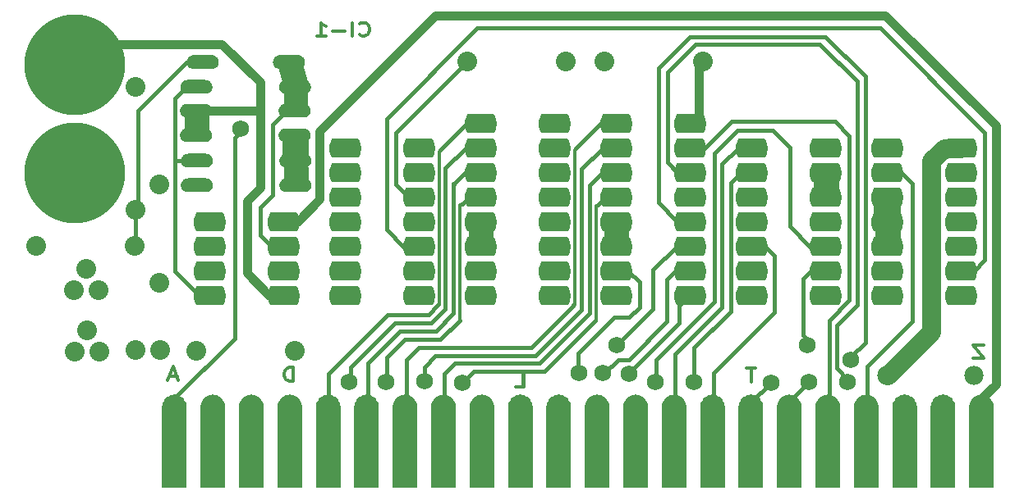
<source format=gbr>
G04 #@! TF.GenerationSoftware,KiCad,Pcbnew,5.1.5-1.fc31*
G04 #@! TF.CreationDate,2020-04-08T07:23:44-07:00*
G04 #@! TF.ProjectId,cassette_interface,63617373-6574-4746-955f-696e74657266,rev?*
G04 #@! TF.SameCoordinates,PX60e4b00PY791ddc0*
G04 #@! TF.FileFunction,Copper,L2,Bot*
G04 #@! TF.FilePolarity,Positive*
%FSLAX46Y46*%
G04 Gerber Fmt 4.6, Leading zero omitted, Abs format (unit mm)*
G04 Created by KiCad (PCBNEW 5.1.5-1.fc31) date 2020-04-08 07:23:44*
%MOMM*%
%LPD*%
G04 APERTURE LIST*
%ADD10C,0.304800*%
%ADD11C,2.032000*%
%ADD12C,10.414000*%
%ADD13C,0.100000*%
%ADD14C,1.981200*%
%ADD15C,1.727200*%
%ADD16C,0.457200*%
%ADD17C,1.270000*%
%ADD18C,0.889000*%
%ADD19C,1.905000*%
%ADD20C,0.254000*%
G04 APERTURE END LIST*
D10*
X35116709Y47075272D02*
X35195328Y47008748D01*
X35431185Y46942224D01*
X35588423Y46942224D01*
X35824280Y47008748D01*
X35981519Y47141796D01*
X36060138Y47274843D01*
X36138757Y47540939D01*
X36138757Y47740510D01*
X36060138Y48006605D01*
X35981519Y48139653D01*
X35824280Y48272700D01*
X35588423Y48339224D01*
X35431185Y48339224D01*
X35195328Y48272700D01*
X35116709Y48206177D01*
X34409138Y46942224D02*
X34409138Y48339224D01*
X33622947Y47474415D02*
X32365042Y47474415D01*
X30714042Y46942224D02*
X31657471Y46942224D01*
X31185757Y46942224D02*
X31185757Y48339224D01*
X31342995Y48139653D01*
X31500233Y48006605D01*
X31657471Y47940081D01*
X99508733Y15065224D02*
X98408066Y15065224D01*
X99508733Y13668224D01*
X98408066Y13668224D01*
X75985914Y12652224D02*
X75042485Y12652224D01*
X75514200Y11255224D02*
X75514200Y12652224D01*
X28321604Y11306024D02*
X28321604Y12703024D01*
X27928509Y12703024D01*
X27692652Y12636500D01*
X27535414Y12503453D01*
X27456795Y12370405D01*
X27378176Y12104310D01*
X27378176Y11904739D01*
X27456795Y11638643D01*
X27535414Y11505596D01*
X27692652Y11372548D01*
X27928509Y11306024D01*
X28321604Y11306024D01*
X16318895Y11806767D02*
X15532704Y11806767D01*
X16476133Y11407624D02*
X15925800Y12804624D01*
X15375466Y11407624D01*
D11*
X12065000Y29032200D03*
D12*
X5791200Y32842200D03*
D11*
X12065000Y41681400D03*
D12*
X5791200Y44018200D03*
G04 #@! TA.AperFunction,Conductor*
D13*
G36*
X99449548Y9893054D02*
G01*
X99571785Y9868740D01*
X99691050Y9832561D01*
X99806195Y9784866D01*
X99916110Y9726115D01*
X100019738Y9656874D01*
X100116080Y9577808D01*
X100204208Y9489680D01*
X100283274Y9393338D01*
X100352515Y9289710D01*
X100411266Y9179795D01*
X100458961Y9064650D01*
X100495140Y8945385D01*
X100519454Y8823148D01*
X100531670Y8699116D01*
X100531670Y8636300D01*
X100533200Y8636300D01*
X100533200Y305300D01*
X97993200Y305300D01*
X97993200Y8636300D01*
X97994730Y8636300D01*
X97994730Y8699116D01*
X98006946Y8823148D01*
X98031260Y8945385D01*
X98067439Y9064650D01*
X98115134Y9179795D01*
X98173885Y9289710D01*
X98243126Y9393338D01*
X98322192Y9489680D01*
X98410320Y9577808D01*
X98506662Y9656874D01*
X98610290Y9726115D01*
X98720205Y9784866D01*
X98835350Y9832561D01*
X98954615Y9868740D01*
X99076852Y9893054D01*
X99200884Y9905270D01*
X99325516Y9905270D01*
X99449548Y9893054D01*
G37*
G04 #@! TD.AperFunction*
G04 #@! TA.AperFunction,Conductor*
G36*
X95487148Y9893054D02*
G01*
X95609385Y9868740D01*
X95728650Y9832561D01*
X95843795Y9784866D01*
X95953710Y9726115D01*
X96057338Y9656874D01*
X96153680Y9577808D01*
X96241808Y9489680D01*
X96320874Y9393338D01*
X96390115Y9289710D01*
X96448866Y9179795D01*
X96496561Y9064650D01*
X96532740Y8945385D01*
X96557054Y8823148D01*
X96569270Y8699116D01*
X96569270Y8636300D01*
X96570800Y8636300D01*
X96570800Y305300D01*
X94030800Y305300D01*
X94030800Y8636300D01*
X94032330Y8636300D01*
X94032330Y8699116D01*
X94044546Y8823148D01*
X94068860Y8945385D01*
X94105039Y9064650D01*
X94152734Y9179795D01*
X94211485Y9289710D01*
X94280726Y9393338D01*
X94359792Y9489680D01*
X94447920Y9577808D01*
X94544262Y9656874D01*
X94647890Y9726115D01*
X94757805Y9784866D01*
X94872950Y9832561D01*
X94992215Y9868740D01*
X95114452Y9893054D01*
X95238484Y9905270D01*
X95363116Y9905270D01*
X95487148Y9893054D01*
G37*
G04 #@! TD.AperFunction*
G04 #@! TA.AperFunction,Conductor*
G36*
X91524748Y9893054D02*
G01*
X91646985Y9868740D01*
X91766250Y9832561D01*
X91881395Y9784866D01*
X91991310Y9726115D01*
X92094938Y9656874D01*
X92191280Y9577808D01*
X92279408Y9489680D01*
X92358474Y9393338D01*
X92427715Y9289710D01*
X92486466Y9179795D01*
X92534161Y9064650D01*
X92570340Y8945385D01*
X92594654Y8823148D01*
X92606870Y8699116D01*
X92606870Y8636300D01*
X92608400Y8636300D01*
X92608400Y305300D01*
X90068400Y305300D01*
X90068400Y8636300D01*
X90069930Y8636300D01*
X90069930Y8699116D01*
X90082146Y8823148D01*
X90106460Y8945385D01*
X90142639Y9064650D01*
X90190334Y9179795D01*
X90249085Y9289710D01*
X90318326Y9393338D01*
X90397392Y9489680D01*
X90485520Y9577808D01*
X90581862Y9656874D01*
X90685490Y9726115D01*
X90795405Y9784866D01*
X90910550Y9832561D01*
X91029815Y9868740D01*
X91152052Y9893054D01*
X91276084Y9905270D01*
X91400716Y9905270D01*
X91524748Y9893054D01*
G37*
G04 #@! TD.AperFunction*
G04 #@! TA.AperFunction,Conductor*
G36*
X87562348Y9893054D02*
G01*
X87684585Y9868740D01*
X87803850Y9832561D01*
X87918995Y9784866D01*
X88028910Y9726115D01*
X88132538Y9656874D01*
X88228880Y9577808D01*
X88317008Y9489680D01*
X88396074Y9393338D01*
X88465315Y9289710D01*
X88524066Y9179795D01*
X88571761Y9064650D01*
X88607940Y8945385D01*
X88632254Y8823148D01*
X88644470Y8699116D01*
X88644470Y8636300D01*
X88646000Y8636300D01*
X88646000Y305300D01*
X86106000Y305300D01*
X86106000Y8636300D01*
X86107530Y8636300D01*
X86107530Y8699116D01*
X86119746Y8823148D01*
X86144060Y8945385D01*
X86180239Y9064650D01*
X86227934Y9179795D01*
X86286685Y9289710D01*
X86355926Y9393338D01*
X86434992Y9489680D01*
X86523120Y9577808D01*
X86619462Y9656874D01*
X86723090Y9726115D01*
X86833005Y9784866D01*
X86948150Y9832561D01*
X87067415Y9868740D01*
X87189652Y9893054D01*
X87313684Y9905270D01*
X87438316Y9905270D01*
X87562348Y9893054D01*
G37*
G04 #@! TD.AperFunction*
G04 #@! TA.AperFunction,Conductor*
G36*
X83599948Y9893054D02*
G01*
X83722185Y9868740D01*
X83841450Y9832561D01*
X83956595Y9784866D01*
X84066510Y9726115D01*
X84170138Y9656874D01*
X84266480Y9577808D01*
X84354608Y9489680D01*
X84433674Y9393338D01*
X84502915Y9289710D01*
X84561666Y9179795D01*
X84609361Y9064650D01*
X84645540Y8945385D01*
X84669854Y8823148D01*
X84682070Y8699116D01*
X84682070Y8636300D01*
X84683600Y8636300D01*
X84683600Y305300D01*
X82143600Y305300D01*
X82143600Y8636300D01*
X82145130Y8636300D01*
X82145130Y8699116D01*
X82157346Y8823148D01*
X82181660Y8945385D01*
X82217839Y9064650D01*
X82265534Y9179795D01*
X82324285Y9289710D01*
X82393526Y9393338D01*
X82472592Y9489680D01*
X82560720Y9577808D01*
X82657062Y9656874D01*
X82760690Y9726115D01*
X82870605Y9784866D01*
X82985750Y9832561D01*
X83105015Y9868740D01*
X83227252Y9893054D01*
X83351284Y9905270D01*
X83475916Y9905270D01*
X83599948Y9893054D01*
G37*
G04 #@! TD.AperFunction*
G04 #@! TA.AperFunction,Conductor*
G36*
X79637548Y9893054D02*
G01*
X79759785Y9868740D01*
X79879050Y9832561D01*
X79994195Y9784866D01*
X80104110Y9726115D01*
X80207738Y9656874D01*
X80304080Y9577808D01*
X80392208Y9489680D01*
X80471274Y9393338D01*
X80540515Y9289710D01*
X80599266Y9179795D01*
X80646961Y9064650D01*
X80683140Y8945385D01*
X80707454Y8823148D01*
X80719670Y8699116D01*
X80719670Y8636300D01*
X80721200Y8636300D01*
X80721200Y305300D01*
X78181200Y305300D01*
X78181200Y8636300D01*
X78182730Y8636300D01*
X78182730Y8699116D01*
X78194946Y8823148D01*
X78219260Y8945385D01*
X78255439Y9064650D01*
X78303134Y9179795D01*
X78361885Y9289710D01*
X78431126Y9393338D01*
X78510192Y9489680D01*
X78598320Y9577808D01*
X78694662Y9656874D01*
X78798290Y9726115D01*
X78908205Y9784866D01*
X79023350Y9832561D01*
X79142615Y9868740D01*
X79264852Y9893054D01*
X79388884Y9905270D01*
X79513516Y9905270D01*
X79637548Y9893054D01*
G37*
G04 #@! TD.AperFunction*
G04 #@! TA.AperFunction,Conductor*
G36*
X75675148Y9893054D02*
G01*
X75797385Y9868740D01*
X75916650Y9832561D01*
X76031795Y9784866D01*
X76141710Y9726115D01*
X76245338Y9656874D01*
X76341680Y9577808D01*
X76429808Y9489680D01*
X76508874Y9393338D01*
X76578115Y9289710D01*
X76636866Y9179795D01*
X76684561Y9064650D01*
X76720740Y8945385D01*
X76745054Y8823148D01*
X76757270Y8699116D01*
X76757270Y8636300D01*
X76758800Y8636300D01*
X76758800Y305300D01*
X74218800Y305300D01*
X74218800Y8636300D01*
X74220330Y8636300D01*
X74220330Y8699116D01*
X74232546Y8823148D01*
X74256860Y8945385D01*
X74293039Y9064650D01*
X74340734Y9179795D01*
X74399485Y9289710D01*
X74468726Y9393338D01*
X74547792Y9489680D01*
X74635920Y9577808D01*
X74732262Y9656874D01*
X74835890Y9726115D01*
X74945805Y9784866D01*
X75060950Y9832561D01*
X75180215Y9868740D01*
X75302452Y9893054D01*
X75426484Y9905270D01*
X75551116Y9905270D01*
X75675148Y9893054D01*
G37*
G04 #@! TD.AperFunction*
G04 #@! TA.AperFunction,Conductor*
G36*
X71712748Y9893054D02*
G01*
X71834985Y9868740D01*
X71954250Y9832561D01*
X72069395Y9784866D01*
X72179310Y9726115D01*
X72282938Y9656874D01*
X72379280Y9577808D01*
X72467408Y9489680D01*
X72546474Y9393338D01*
X72615715Y9289710D01*
X72674466Y9179795D01*
X72722161Y9064650D01*
X72758340Y8945385D01*
X72782654Y8823148D01*
X72794870Y8699116D01*
X72794870Y8636300D01*
X72796400Y8636300D01*
X72796400Y305300D01*
X70256400Y305300D01*
X70256400Y8636300D01*
X70257930Y8636300D01*
X70257930Y8699116D01*
X70270146Y8823148D01*
X70294460Y8945385D01*
X70330639Y9064650D01*
X70378334Y9179795D01*
X70437085Y9289710D01*
X70506326Y9393338D01*
X70585392Y9489680D01*
X70673520Y9577808D01*
X70769862Y9656874D01*
X70873490Y9726115D01*
X70983405Y9784866D01*
X71098550Y9832561D01*
X71217815Y9868740D01*
X71340052Y9893054D01*
X71464084Y9905270D01*
X71588716Y9905270D01*
X71712748Y9893054D01*
G37*
G04 #@! TD.AperFunction*
G04 #@! TA.AperFunction,Conductor*
G36*
X67750348Y9893054D02*
G01*
X67872585Y9868740D01*
X67991850Y9832561D01*
X68106995Y9784866D01*
X68216910Y9726115D01*
X68320538Y9656874D01*
X68416880Y9577808D01*
X68505008Y9489680D01*
X68584074Y9393338D01*
X68653315Y9289710D01*
X68712066Y9179795D01*
X68759761Y9064650D01*
X68795940Y8945385D01*
X68820254Y8823148D01*
X68832470Y8699116D01*
X68832470Y8636300D01*
X68834000Y8636300D01*
X68834000Y305300D01*
X66294000Y305300D01*
X66294000Y8636300D01*
X66295530Y8636300D01*
X66295530Y8699116D01*
X66307746Y8823148D01*
X66332060Y8945385D01*
X66368239Y9064650D01*
X66415934Y9179795D01*
X66474685Y9289710D01*
X66543926Y9393338D01*
X66622992Y9489680D01*
X66711120Y9577808D01*
X66807462Y9656874D01*
X66911090Y9726115D01*
X67021005Y9784866D01*
X67136150Y9832561D01*
X67255415Y9868740D01*
X67377652Y9893054D01*
X67501684Y9905270D01*
X67626316Y9905270D01*
X67750348Y9893054D01*
G37*
G04 #@! TD.AperFunction*
G04 #@! TA.AperFunction,Conductor*
G36*
X63787948Y9893054D02*
G01*
X63910185Y9868740D01*
X64029450Y9832561D01*
X64144595Y9784866D01*
X64254510Y9726115D01*
X64358138Y9656874D01*
X64454480Y9577808D01*
X64542608Y9489680D01*
X64621674Y9393338D01*
X64690915Y9289710D01*
X64749666Y9179795D01*
X64797361Y9064650D01*
X64833540Y8945385D01*
X64857854Y8823148D01*
X64870070Y8699116D01*
X64870070Y8636300D01*
X64871600Y8636300D01*
X64871600Y305300D01*
X62331600Y305300D01*
X62331600Y8636300D01*
X62333130Y8636300D01*
X62333130Y8699116D01*
X62345346Y8823148D01*
X62369660Y8945385D01*
X62405839Y9064650D01*
X62453534Y9179795D01*
X62512285Y9289710D01*
X62581526Y9393338D01*
X62660592Y9489680D01*
X62748720Y9577808D01*
X62845062Y9656874D01*
X62948690Y9726115D01*
X63058605Y9784866D01*
X63173750Y9832561D01*
X63293015Y9868740D01*
X63415252Y9893054D01*
X63539284Y9905270D01*
X63663916Y9905270D01*
X63787948Y9893054D01*
G37*
G04 #@! TD.AperFunction*
G04 #@! TA.AperFunction,Conductor*
G36*
X59825548Y9893054D02*
G01*
X59947785Y9868740D01*
X60067050Y9832561D01*
X60182195Y9784866D01*
X60292110Y9726115D01*
X60395738Y9656874D01*
X60492080Y9577808D01*
X60580208Y9489680D01*
X60659274Y9393338D01*
X60728515Y9289710D01*
X60787266Y9179795D01*
X60834961Y9064650D01*
X60871140Y8945385D01*
X60895454Y8823148D01*
X60907670Y8699116D01*
X60907670Y8636300D01*
X60909200Y8636300D01*
X60909200Y305300D01*
X58369200Y305300D01*
X58369200Y8636300D01*
X58370730Y8636300D01*
X58370730Y8699116D01*
X58382946Y8823148D01*
X58407260Y8945385D01*
X58443439Y9064650D01*
X58491134Y9179795D01*
X58549885Y9289710D01*
X58619126Y9393338D01*
X58698192Y9489680D01*
X58786320Y9577808D01*
X58882662Y9656874D01*
X58986290Y9726115D01*
X59096205Y9784866D01*
X59211350Y9832561D01*
X59330615Y9868740D01*
X59452852Y9893054D01*
X59576884Y9905270D01*
X59701516Y9905270D01*
X59825548Y9893054D01*
G37*
G04 #@! TD.AperFunction*
G04 #@! TA.AperFunction,Conductor*
G36*
X55863148Y9893054D02*
G01*
X55985385Y9868740D01*
X56104650Y9832561D01*
X56219795Y9784866D01*
X56329710Y9726115D01*
X56433338Y9656874D01*
X56529680Y9577808D01*
X56617808Y9489680D01*
X56696874Y9393338D01*
X56766115Y9289710D01*
X56824866Y9179795D01*
X56872561Y9064650D01*
X56908740Y8945385D01*
X56933054Y8823148D01*
X56945270Y8699116D01*
X56945270Y8636300D01*
X56946800Y8636300D01*
X56946800Y305300D01*
X54406800Y305300D01*
X54406800Y8636300D01*
X54408330Y8636300D01*
X54408330Y8699116D01*
X54420546Y8823148D01*
X54444860Y8945385D01*
X54481039Y9064650D01*
X54528734Y9179795D01*
X54587485Y9289710D01*
X54656726Y9393338D01*
X54735792Y9489680D01*
X54823920Y9577808D01*
X54920262Y9656874D01*
X55023890Y9726115D01*
X55133805Y9784866D01*
X55248950Y9832561D01*
X55368215Y9868740D01*
X55490452Y9893054D01*
X55614484Y9905270D01*
X55739116Y9905270D01*
X55863148Y9893054D01*
G37*
G04 #@! TD.AperFunction*
G04 #@! TA.AperFunction,Conductor*
G36*
X51900748Y9893054D02*
G01*
X52022985Y9868740D01*
X52142250Y9832561D01*
X52257395Y9784866D01*
X52367310Y9726115D01*
X52470938Y9656874D01*
X52567280Y9577808D01*
X52655408Y9489680D01*
X52734474Y9393338D01*
X52803715Y9289710D01*
X52862466Y9179795D01*
X52910161Y9064650D01*
X52946340Y8945385D01*
X52970654Y8823148D01*
X52982870Y8699116D01*
X52982870Y8636300D01*
X52984400Y8636300D01*
X52984400Y305300D01*
X50444400Y305300D01*
X50444400Y8636300D01*
X50445930Y8636300D01*
X50445930Y8699116D01*
X50458146Y8823148D01*
X50482460Y8945385D01*
X50518639Y9064650D01*
X50566334Y9179795D01*
X50625085Y9289710D01*
X50694326Y9393338D01*
X50773392Y9489680D01*
X50861520Y9577808D01*
X50957862Y9656874D01*
X51061490Y9726115D01*
X51171405Y9784866D01*
X51286550Y9832561D01*
X51405815Y9868740D01*
X51528052Y9893054D01*
X51652084Y9905270D01*
X51776716Y9905270D01*
X51900748Y9893054D01*
G37*
G04 #@! TD.AperFunction*
G04 #@! TA.AperFunction,Conductor*
G36*
X47938348Y9893054D02*
G01*
X48060585Y9868740D01*
X48179850Y9832561D01*
X48294995Y9784866D01*
X48404910Y9726115D01*
X48508538Y9656874D01*
X48604880Y9577808D01*
X48693008Y9489680D01*
X48772074Y9393338D01*
X48841315Y9289710D01*
X48900066Y9179795D01*
X48947761Y9064650D01*
X48983940Y8945385D01*
X49008254Y8823148D01*
X49020470Y8699116D01*
X49020470Y8636300D01*
X49022000Y8636300D01*
X49022000Y305300D01*
X46482000Y305300D01*
X46482000Y8636300D01*
X46483530Y8636300D01*
X46483530Y8699116D01*
X46495746Y8823148D01*
X46520060Y8945385D01*
X46556239Y9064650D01*
X46603934Y9179795D01*
X46662685Y9289710D01*
X46731926Y9393338D01*
X46810992Y9489680D01*
X46899120Y9577808D01*
X46995462Y9656874D01*
X47099090Y9726115D01*
X47209005Y9784866D01*
X47324150Y9832561D01*
X47443415Y9868740D01*
X47565652Y9893054D01*
X47689684Y9905270D01*
X47814316Y9905270D01*
X47938348Y9893054D01*
G37*
G04 #@! TD.AperFunction*
G04 #@! TA.AperFunction,Conductor*
G36*
X43975948Y9893054D02*
G01*
X44098185Y9868740D01*
X44217450Y9832561D01*
X44332595Y9784866D01*
X44442510Y9726115D01*
X44546138Y9656874D01*
X44642480Y9577808D01*
X44730608Y9489680D01*
X44809674Y9393338D01*
X44878915Y9289710D01*
X44937666Y9179795D01*
X44985361Y9064650D01*
X45021540Y8945385D01*
X45045854Y8823148D01*
X45058070Y8699116D01*
X45058070Y8636300D01*
X45059600Y8636300D01*
X45059600Y305300D01*
X42519600Y305300D01*
X42519600Y8636300D01*
X42521130Y8636300D01*
X42521130Y8699116D01*
X42533346Y8823148D01*
X42557660Y8945385D01*
X42593839Y9064650D01*
X42641534Y9179795D01*
X42700285Y9289710D01*
X42769526Y9393338D01*
X42848592Y9489680D01*
X42936720Y9577808D01*
X43033062Y9656874D01*
X43136690Y9726115D01*
X43246605Y9784866D01*
X43361750Y9832561D01*
X43481015Y9868740D01*
X43603252Y9893054D01*
X43727284Y9905270D01*
X43851916Y9905270D01*
X43975948Y9893054D01*
G37*
G04 #@! TD.AperFunction*
G04 #@! TA.AperFunction,Conductor*
G36*
X40013548Y9893054D02*
G01*
X40135785Y9868740D01*
X40255050Y9832561D01*
X40370195Y9784866D01*
X40480110Y9726115D01*
X40583738Y9656874D01*
X40680080Y9577808D01*
X40768208Y9489680D01*
X40847274Y9393338D01*
X40916515Y9289710D01*
X40975266Y9179795D01*
X41022961Y9064650D01*
X41059140Y8945385D01*
X41083454Y8823148D01*
X41095670Y8699116D01*
X41095670Y8636300D01*
X41097200Y8636300D01*
X41097200Y305300D01*
X38557200Y305300D01*
X38557200Y8636300D01*
X38558730Y8636300D01*
X38558730Y8699116D01*
X38570946Y8823148D01*
X38595260Y8945385D01*
X38631439Y9064650D01*
X38679134Y9179795D01*
X38737885Y9289710D01*
X38807126Y9393338D01*
X38886192Y9489680D01*
X38974320Y9577808D01*
X39070662Y9656874D01*
X39174290Y9726115D01*
X39284205Y9784866D01*
X39399350Y9832561D01*
X39518615Y9868740D01*
X39640852Y9893054D01*
X39764884Y9905270D01*
X39889516Y9905270D01*
X40013548Y9893054D01*
G37*
G04 #@! TD.AperFunction*
G04 #@! TA.AperFunction,Conductor*
G36*
X36051148Y9893054D02*
G01*
X36173385Y9868740D01*
X36292650Y9832561D01*
X36407795Y9784866D01*
X36517710Y9726115D01*
X36621338Y9656874D01*
X36717680Y9577808D01*
X36805808Y9489680D01*
X36884874Y9393338D01*
X36954115Y9289710D01*
X37012866Y9179795D01*
X37060561Y9064650D01*
X37096740Y8945385D01*
X37121054Y8823148D01*
X37133270Y8699116D01*
X37133270Y8636300D01*
X37134800Y8636300D01*
X37134800Y305300D01*
X34594800Y305300D01*
X34594800Y8636300D01*
X34596330Y8636300D01*
X34596330Y8699116D01*
X34608546Y8823148D01*
X34632860Y8945385D01*
X34669039Y9064650D01*
X34716734Y9179795D01*
X34775485Y9289710D01*
X34844726Y9393338D01*
X34923792Y9489680D01*
X35011920Y9577808D01*
X35108262Y9656874D01*
X35211890Y9726115D01*
X35321805Y9784866D01*
X35436950Y9832561D01*
X35556215Y9868740D01*
X35678452Y9893054D01*
X35802484Y9905270D01*
X35927116Y9905270D01*
X36051148Y9893054D01*
G37*
G04 #@! TD.AperFunction*
G04 #@! TA.AperFunction,Conductor*
G36*
X32088748Y9893054D02*
G01*
X32210985Y9868740D01*
X32330250Y9832561D01*
X32445395Y9784866D01*
X32555310Y9726115D01*
X32658938Y9656874D01*
X32755280Y9577808D01*
X32843408Y9489680D01*
X32922474Y9393338D01*
X32991715Y9289710D01*
X33050466Y9179795D01*
X33098161Y9064650D01*
X33134340Y8945385D01*
X33158654Y8823148D01*
X33170870Y8699116D01*
X33170870Y8636300D01*
X33172400Y8636300D01*
X33172400Y305300D01*
X30632400Y305300D01*
X30632400Y8636300D01*
X30633930Y8636300D01*
X30633930Y8699116D01*
X30646146Y8823148D01*
X30670460Y8945385D01*
X30706639Y9064650D01*
X30754334Y9179795D01*
X30813085Y9289710D01*
X30882326Y9393338D01*
X30961392Y9489680D01*
X31049520Y9577808D01*
X31145862Y9656874D01*
X31249490Y9726115D01*
X31359405Y9784866D01*
X31474550Y9832561D01*
X31593815Y9868740D01*
X31716052Y9893054D01*
X31840084Y9905270D01*
X31964716Y9905270D01*
X32088748Y9893054D01*
G37*
G04 #@! TD.AperFunction*
G04 #@! TA.AperFunction,Conductor*
G36*
X28126348Y9893054D02*
G01*
X28248585Y9868740D01*
X28367850Y9832561D01*
X28482995Y9784866D01*
X28592910Y9726115D01*
X28696538Y9656874D01*
X28792880Y9577808D01*
X28881008Y9489680D01*
X28960074Y9393338D01*
X29029315Y9289710D01*
X29088066Y9179795D01*
X29135761Y9064650D01*
X29171940Y8945385D01*
X29196254Y8823148D01*
X29208470Y8699116D01*
X29208470Y8636300D01*
X29210000Y8636300D01*
X29210000Y305300D01*
X26670000Y305300D01*
X26670000Y8636300D01*
X26671530Y8636300D01*
X26671530Y8699116D01*
X26683746Y8823148D01*
X26708060Y8945385D01*
X26744239Y9064650D01*
X26791934Y9179795D01*
X26850685Y9289710D01*
X26919926Y9393338D01*
X26998992Y9489680D01*
X27087120Y9577808D01*
X27183462Y9656874D01*
X27287090Y9726115D01*
X27397005Y9784866D01*
X27512150Y9832561D01*
X27631415Y9868740D01*
X27753652Y9893054D01*
X27877684Y9905270D01*
X28002316Y9905270D01*
X28126348Y9893054D01*
G37*
G04 #@! TD.AperFunction*
G04 #@! TA.AperFunction,Conductor*
G36*
X24163948Y9893054D02*
G01*
X24286185Y9868740D01*
X24405450Y9832561D01*
X24520595Y9784866D01*
X24630510Y9726115D01*
X24734138Y9656874D01*
X24830480Y9577808D01*
X24918608Y9489680D01*
X24997674Y9393338D01*
X25066915Y9289710D01*
X25125666Y9179795D01*
X25173361Y9064650D01*
X25209540Y8945385D01*
X25233854Y8823148D01*
X25246070Y8699116D01*
X25246070Y8636300D01*
X25247600Y8636300D01*
X25247600Y305300D01*
X22707600Y305300D01*
X22707600Y8636300D01*
X22709130Y8636300D01*
X22709130Y8699116D01*
X22721346Y8823148D01*
X22745660Y8945385D01*
X22781839Y9064650D01*
X22829534Y9179795D01*
X22888285Y9289710D01*
X22957526Y9393338D01*
X23036592Y9489680D01*
X23124720Y9577808D01*
X23221062Y9656874D01*
X23324690Y9726115D01*
X23434605Y9784866D01*
X23549750Y9832561D01*
X23669015Y9868740D01*
X23791252Y9893054D01*
X23915284Y9905270D01*
X24039916Y9905270D01*
X24163948Y9893054D01*
G37*
G04 #@! TD.AperFunction*
G04 #@! TA.AperFunction,Conductor*
G36*
X20201548Y9893054D02*
G01*
X20323785Y9868740D01*
X20443050Y9832561D01*
X20558195Y9784866D01*
X20668110Y9726115D01*
X20771738Y9656874D01*
X20868080Y9577808D01*
X20956208Y9489680D01*
X21035274Y9393338D01*
X21104515Y9289710D01*
X21163266Y9179795D01*
X21210961Y9064650D01*
X21247140Y8945385D01*
X21271454Y8823148D01*
X21283670Y8699116D01*
X21283670Y8636300D01*
X21285200Y8636300D01*
X21285200Y305300D01*
X18745200Y305300D01*
X18745200Y8636300D01*
X18746730Y8636300D01*
X18746730Y8699116D01*
X18758946Y8823148D01*
X18783260Y8945385D01*
X18819439Y9064650D01*
X18867134Y9179795D01*
X18925885Y9289710D01*
X18995126Y9393338D01*
X19074192Y9489680D01*
X19162320Y9577808D01*
X19258662Y9656874D01*
X19362290Y9726115D01*
X19472205Y9784866D01*
X19587350Y9832561D01*
X19706615Y9868740D01*
X19828852Y9893054D01*
X19952884Y9905270D01*
X20077516Y9905270D01*
X20201548Y9893054D01*
G37*
G04 #@! TD.AperFunction*
G04 #@! TA.AperFunction,Conductor*
G36*
X16239148Y9893054D02*
G01*
X16361385Y9868740D01*
X16480650Y9832561D01*
X16595795Y9784866D01*
X16705710Y9726115D01*
X16809338Y9656874D01*
X16905680Y9577808D01*
X16993808Y9489680D01*
X17072874Y9393338D01*
X17142115Y9289710D01*
X17200866Y9179795D01*
X17248561Y9064650D01*
X17284740Y8945385D01*
X17309054Y8823148D01*
X17321270Y8699116D01*
X17321270Y8636300D01*
X17322800Y8636300D01*
X17322800Y305300D01*
X14782800Y305300D01*
X14782800Y8636300D01*
X14784330Y8636300D01*
X14784330Y8699116D01*
X14796546Y8823148D01*
X14820860Y8945385D01*
X14857039Y9064650D01*
X14904734Y9179795D01*
X14963485Y9289710D01*
X15032726Y9393338D01*
X15111792Y9489680D01*
X15199920Y9577808D01*
X15296262Y9656874D01*
X15399890Y9726115D01*
X15509805Y9784866D01*
X15624950Y9832561D01*
X15744215Y9868740D01*
X15866452Y9893054D01*
X15990484Y9905270D01*
X16115116Y9905270D01*
X16239148Y9893054D01*
G37*
G04 #@! TD.AperFunction*
G04 #@! TA.AperFunction,SMDPad,CuDef*
G36*
X74153200Y19286300D02*
G01*
X74104000Y19373300D01*
X74060100Y19463100D01*
X74021800Y19555400D01*
X73989100Y19649900D01*
X73962200Y19746200D01*
X73941200Y19843900D01*
X73926100Y19942700D01*
X73917000Y20042300D01*
X73914000Y20142200D01*
X73917000Y20242100D01*
X73926100Y20341700D01*
X73941200Y20440500D01*
X73962200Y20538200D01*
X73989100Y20634500D01*
X74021800Y20729000D01*
X74060100Y20821300D01*
X74104000Y20911100D01*
X74153200Y20998100D01*
X74207600Y21082000D01*
X76922400Y21082000D01*
X76976800Y20998100D01*
X77026000Y20911100D01*
X77069900Y20821300D01*
X77108200Y20729000D01*
X77140900Y20634500D01*
X77167800Y20538200D01*
X77188800Y20440500D01*
X77203900Y20341700D01*
X77213000Y20242100D01*
X77216000Y20142200D01*
X77213000Y20042300D01*
X77203900Y19942700D01*
X77188800Y19843900D01*
X77167800Y19746200D01*
X77140900Y19649900D01*
X77108200Y19555400D01*
X77069900Y19463100D01*
X77026000Y19373300D01*
X76976800Y19286300D01*
X76922400Y19202400D01*
X74207600Y19202400D01*
X74153200Y19286300D01*
G37*
G04 #@! TD.AperFunction*
G04 #@! TA.AperFunction,ComponentPad*
G36*
X74650600Y19482595D02*
G01*
X74618196Y19482595D01*
X74553699Y19488948D01*
X74490136Y19501591D01*
X74428118Y19520404D01*
X74368243Y19545205D01*
X74311087Y19575756D01*
X74257200Y19611762D01*
X74207102Y19652876D01*
X74161276Y19698702D01*
X74120162Y19748800D01*
X74084156Y19802687D01*
X74053605Y19859843D01*
X74028804Y19919718D01*
X74009991Y19981736D01*
X73997348Y20045299D01*
X73990995Y20109796D01*
X73990995Y20174604D01*
X73997348Y20239101D01*
X74009991Y20302664D01*
X74028804Y20364682D01*
X74053605Y20424557D01*
X74084156Y20481713D01*
X74120162Y20535600D01*
X74161276Y20585698D01*
X74207102Y20631524D01*
X74257200Y20672638D01*
X74311087Y20708644D01*
X74368243Y20739195D01*
X74428118Y20763996D01*
X74490136Y20782809D01*
X74553699Y20795452D01*
X74618196Y20801805D01*
X74650600Y20801805D01*
X74650600Y20802600D01*
X76479400Y20802600D01*
X76479400Y20801805D01*
X76511804Y20801805D01*
X76576301Y20795452D01*
X76639864Y20782809D01*
X76701882Y20763996D01*
X76761757Y20739195D01*
X76818913Y20708644D01*
X76872800Y20672638D01*
X76922898Y20631524D01*
X76968724Y20585698D01*
X77009838Y20535600D01*
X77045844Y20481713D01*
X77076395Y20424557D01*
X77101196Y20364682D01*
X77120009Y20302664D01*
X77132652Y20239101D01*
X77139005Y20174604D01*
X77139005Y20109796D01*
X77132652Y20045299D01*
X77120009Y19981736D01*
X77101196Y19919718D01*
X77076395Y19859843D01*
X77045844Y19802687D01*
X77009838Y19748800D01*
X76968724Y19698702D01*
X76922898Y19652876D01*
X76872800Y19611762D01*
X76818913Y19575756D01*
X76761757Y19545205D01*
X76701882Y19520404D01*
X76639864Y19501591D01*
X76576301Y19488948D01*
X76511804Y19482595D01*
X76479400Y19482595D01*
X76479400Y19481800D01*
X74650600Y19481800D01*
X74650600Y19482595D01*
G37*
G04 #@! TD.AperFunction*
G04 #@! TA.AperFunction,SMDPad,CuDef*
G36*
X74153200Y21826300D02*
G01*
X74104000Y21913300D01*
X74060100Y22003100D01*
X74021800Y22095400D01*
X73989100Y22189900D01*
X73962200Y22286200D01*
X73941200Y22383900D01*
X73926100Y22482700D01*
X73917000Y22582300D01*
X73914000Y22682200D01*
X73917000Y22782100D01*
X73926100Y22881700D01*
X73941200Y22980500D01*
X73962200Y23078200D01*
X73989100Y23174500D01*
X74021800Y23269000D01*
X74060100Y23361300D01*
X74104000Y23451100D01*
X74153200Y23538100D01*
X74207600Y23622000D01*
X76922400Y23622000D01*
X76976800Y23538100D01*
X77026000Y23451100D01*
X77069900Y23361300D01*
X77108200Y23269000D01*
X77140900Y23174500D01*
X77167800Y23078200D01*
X77188800Y22980500D01*
X77203900Y22881700D01*
X77213000Y22782100D01*
X77216000Y22682200D01*
X77213000Y22582300D01*
X77203900Y22482700D01*
X77188800Y22383900D01*
X77167800Y22286200D01*
X77140900Y22189900D01*
X77108200Y22095400D01*
X77069900Y22003100D01*
X77026000Y21913300D01*
X76976800Y21826300D01*
X76922400Y21742400D01*
X74207600Y21742400D01*
X74153200Y21826300D01*
G37*
G04 #@! TD.AperFunction*
G04 #@! TA.AperFunction,ComponentPad*
G36*
X74650600Y22022595D02*
G01*
X74618196Y22022595D01*
X74553699Y22028948D01*
X74490136Y22041591D01*
X74428118Y22060404D01*
X74368243Y22085205D01*
X74311087Y22115756D01*
X74257200Y22151762D01*
X74207102Y22192876D01*
X74161276Y22238702D01*
X74120162Y22288800D01*
X74084156Y22342687D01*
X74053605Y22399843D01*
X74028804Y22459718D01*
X74009991Y22521736D01*
X73997348Y22585299D01*
X73990995Y22649796D01*
X73990995Y22714604D01*
X73997348Y22779101D01*
X74009991Y22842664D01*
X74028804Y22904682D01*
X74053605Y22964557D01*
X74084156Y23021713D01*
X74120162Y23075600D01*
X74161276Y23125698D01*
X74207102Y23171524D01*
X74257200Y23212638D01*
X74311087Y23248644D01*
X74368243Y23279195D01*
X74428118Y23303996D01*
X74490136Y23322809D01*
X74553699Y23335452D01*
X74618196Y23341805D01*
X74650600Y23341805D01*
X74650600Y23342600D01*
X76479400Y23342600D01*
X76479400Y23341805D01*
X76511804Y23341805D01*
X76576301Y23335452D01*
X76639864Y23322809D01*
X76701882Y23303996D01*
X76761757Y23279195D01*
X76818913Y23248644D01*
X76872800Y23212638D01*
X76922898Y23171524D01*
X76968724Y23125698D01*
X77009838Y23075600D01*
X77045844Y23021713D01*
X77076395Y22964557D01*
X77101196Y22904682D01*
X77120009Y22842664D01*
X77132652Y22779101D01*
X77139005Y22714604D01*
X77139005Y22649796D01*
X77132652Y22585299D01*
X77120009Y22521736D01*
X77101196Y22459718D01*
X77076395Y22399843D01*
X77045844Y22342687D01*
X77009838Y22288800D01*
X76968724Y22238702D01*
X76922898Y22192876D01*
X76872800Y22151762D01*
X76818913Y22115756D01*
X76761757Y22085205D01*
X76701882Y22060404D01*
X76639864Y22041591D01*
X76576301Y22028948D01*
X76511804Y22022595D01*
X76479400Y22022595D01*
X76479400Y22021800D01*
X74650600Y22021800D01*
X74650600Y22022595D01*
G37*
G04 #@! TD.AperFunction*
G04 #@! TA.AperFunction,SMDPad,CuDef*
G36*
X74153200Y24366300D02*
G01*
X74104000Y24453300D01*
X74060100Y24543100D01*
X74021800Y24635400D01*
X73989100Y24729900D01*
X73962200Y24826200D01*
X73941200Y24923900D01*
X73926100Y25022700D01*
X73917000Y25122300D01*
X73914000Y25222200D01*
X73917000Y25322100D01*
X73926100Y25421700D01*
X73941200Y25520500D01*
X73962200Y25618200D01*
X73989100Y25714500D01*
X74021800Y25809000D01*
X74060100Y25901300D01*
X74104000Y25991100D01*
X74153200Y26078100D01*
X74207600Y26162000D01*
X76922400Y26162000D01*
X76976800Y26078100D01*
X77026000Y25991100D01*
X77069900Y25901300D01*
X77108200Y25809000D01*
X77140900Y25714500D01*
X77167800Y25618200D01*
X77188800Y25520500D01*
X77203900Y25421700D01*
X77213000Y25322100D01*
X77216000Y25222200D01*
X77213000Y25122300D01*
X77203900Y25022700D01*
X77188800Y24923900D01*
X77167800Y24826200D01*
X77140900Y24729900D01*
X77108200Y24635400D01*
X77069900Y24543100D01*
X77026000Y24453300D01*
X76976800Y24366300D01*
X76922400Y24282400D01*
X74207600Y24282400D01*
X74153200Y24366300D01*
G37*
G04 #@! TD.AperFunction*
G04 #@! TA.AperFunction,ComponentPad*
G36*
X74650600Y24562595D02*
G01*
X74618196Y24562595D01*
X74553699Y24568948D01*
X74490136Y24581591D01*
X74428118Y24600404D01*
X74368243Y24625205D01*
X74311087Y24655756D01*
X74257200Y24691762D01*
X74207102Y24732876D01*
X74161276Y24778702D01*
X74120162Y24828800D01*
X74084156Y24882687D01*
X74053605Y24939843D01*
X74028804Y24999718D01*
X74009991Y25061736D01*
X73997348Y25125299D01*
X73990995Y25189796D01*
X73990995Y25254604D01*
X73997348Y25319101D01*
X74009991Y25382664D01*
X74028804Y25444682D01*
X74053605Y25504557D01*
X74084156Y25561713D01*
X74120162Y25615600D01*
X74161276Y25665698D01*
X74207102Y25711524D01*
X74257200Y25752638D01*
X74311087Y25788644D01*
X74368243Y25819195D01*
X74428118Y25843996D01*
X74490136Y25862809D01*
X74553699Y25875452D01*
X74618196Y25881805D01*
X74650600Y25881805D01*
X74650600Y25882600D01*
X76479400Y25882600D01*
X76479400Y25881805D01*
X76511804Y25881805D01*
X76576301Y25875452D01*
X76639864Y25862809D01*
X76701882Y25843996D01*
X76761757Y25819195D01*
X76818913Y25788644D01*
X76872800Y25752638D01*
X76922898Y25711524D01*
X76968724Y25665698D01*
X77009838Y25615600D01*
X77045844Y25561713D01*
X77076395Y25504557D01*
X77101196Y25444682D01*
X77120009Y25382664D01*
X77132652Y25319101D01*
X77139005Y25254604D01*
X77139005Y25189796D01*
X77132652Y25125299D01*
X77120009Y25061736D01*
X77101196Y24999718D01*
X77076395Y24939843D01*
X77045844Y24882687D01*
X77009838Y24828800D01*
X76968724Y24778702D01*
X76922898Y24732876D01*
X76872800Y24691762D01*
X76818913Y24655756D01*
X76761757Y24625205D01*
X76701882Y24600404D01*
X76639864Y24581591D01*
X76576301Y24568948D01*
X76511804Y24562595D01*
X76479400Y24562595D01*
X76479400Y24561800D01*
X74650600Y24561800D01*
X74650600Y24562595D01*
G37*
G04 #@! TD.AperFunction*
G04 #@! TA.AperFunction,SMDPad,CuDef*
G36*
X74153200Y26906300D02*
G01*
X74104000Y26993300D01*
X74060100Y27083100D01*
X74021800Y27175400D01*
X73989100Y27269900D01*
X73962200Y27366200D01*
X73941200Y27463900D01*
X73926100Y27562700D01*
X73917000Y27662300D01*
X73914000Y27762200D01*
X73917000Y27862100D01*
X73926100Y27961700D01*
X73941200Y28060500D01*
X73962200Y28158200D01*
X73989100Y28254500D01*
X74021800Y28349000D01*
X74060100Y28441300D01*
X74104000Y28531100D01*
X74153200Y28618100D01*
X74207600Y28702000D01*
X76922400Y28702000D01*
X76976800Y28618100D01*
X77026000Y28531100D01*
X77069900Y28441300D01*
X77108200Y28349000D01*
X77140900Y28254500D01*
X77167800Y28158200D01*
X77188800Y28060500D01*
X77203900Y27961700D01*
X77213000Y27862100D01*
X77216000Y27762200D01*
X77213000Y27662300D01*
X77203900Y27562700D01*
X77188800Y27463900D01*
X77167800Y27366200D01*
X77140900Y27269900D01*
X77108200Y27175400D01*
X77069900Y27083100D01*
X77026000Y26993300D01*
X76976800Y26906300D01*
X76922400Y26822400D01*
X74207600Y26822400D01*
X74153200Y26906300D01*
G37*
G04 #@! TD.AperFunction*
G04 #@! TA.AperFunction,ComponentPad*
G36*
X74650600Y27102595D02*
G01*
X74618196Y27102595D01*
X74553699Y27108948D01*
X74490136Y27121591D01*
X74428118Y27140404D01*
X74368243Y27165205D01*
X74311087Y27195756D01*
X74257200Y27231762D01*
X74207102Y27272876D01*
X74161276Y27318702D01*
X74120162Y27368800D01*
X74084156Y27422687D01*
X74053605Y27479843D01*
X74028804Y27539718D01*
X74009991Y27601736D01*
X73997348Y27665299D01*
X73990995Y27729796D01*
X73990995Y27794604D01*
X73997348Y27859101D01*
X74009991Y27922664D01*
X74028804Y27984682D01*
X74053605Y28044557D01*
X74084156Y28101713D01*
X74120162Y28155600D01*
X74161276Y28205698D01*
X74207102Y28251524D01*
X74257200Y28292638D01*
X74311087Y28328644D01*
X74368243Y28359195D01*
X74428118Y28383996D01*
X74490136Y28402809D01*
X74553699Y28415452D01*
X74618196Y28421805D01*
X74650600Y28421805D01*
X74650600Y28422600D01*
X76479400Y28422600D01*
X76479400Y28421805D01*
X76511804Y28421805D01*
X76576301Y28415452D01*
X76639864Y28402809D01*
X76701882Y28383996D01*
X76761757Y28359195D01*
X76818913Y28328644D01*
X76872800Y28292638D01*
X76922898Y28251524D01*
X76968724Y28205698D01*
X77009838Y28155600D01*
X77045844Y28101713D01*
X77076395Y28044557D01*
X77101196Y27984682D01*
X77120009Y27922664D01*
X77132652Y27859101D01*
X77139005Y27794604D01*
X77139005Y27729796D01*
X77132652Y27665299D01*
X77120009Y27601736D01*
X77101196Y27539718D01*
X77076395Y27479843D01*
X77045844Y27422687D01*
X77009838Y27368800D01*
X76968724Y27318702D01*
X76922898Y27272876D01*
X76872800Y27231762D01*
X76818913Y27195756D01*
X76761757Y27165205D01*
X76701882Y27140404D01*
X76639864Y27121591D01*
X76576301Y27108948D01*
X76511804Y27102595D01*
X76479400Y27102595D01*
X76479400Y27101800D01*
X74650600Y27101800D01*
X74650600Y27102595D01*
G37*
G04 #@! TD.AperFunction*
G04 #@! TA.AperFunction,SMDPad,CuDef*
G36*
X74153200Y29446300D02*
G01*
X74104000Y29533300D01*
X74060100Y29623100D01*
X74021800Y29715400D01*
X73989100Y29809900D01*
X73962200Y29906200D01*
X73941200Y30003900D01*
X73926100Y30102700D01*
X73917000Y30202300D01*
X73914000Y30302200D01*
X73917000Y30402100D01*
X73926100Y30501700D01*
X73941200Y30600500D01*
X73962200Y30698200D01*
X73989100Y30794500D01*
X74021800Y30889000D01*
X74060100Y30981300D01*
X74104000Y31071100D01*
X74153200Y31158100D01*
X74207600Y31242000D01*
X76922400Y31242000D01*
X76976800Y31158100D01*
X77026000Y31071100D01*
X77069900Y30981300D01*
X77108200Y30889000D01*
X77140900Y30794500D01*
X77167800Y30698200D01*
X77188800Y30600500D01*
X77203900Y30501700D01*
X77213000Y30402100D01*
X77216000Y30302200D01*
X77213000Y30202300D01*
X77203900Y30102700D01*
X77188800Y30003900D01*
X77167800Y29906200D01*
X77140900Y29809900D01*
X77108200Y29715400D01*
X77069900Y29623100D01*
X77026000Y29533300D01*
X76976800Y29446300D01*
X76922400Y29362400D01*
X74207600Y29362400D01*
X74153200Y29446300D01*
G37*
G04 #@! TD.AperFunction*
G04 #@! TA.AperFunction,ComponentPad*
G36*
X74650600Y29642595D02*
G01*
X74618196Y29642595D01*
X74553699Y29648948D01*
X74490136Y29661591D01*
X74428118Y29680404D01*
X74368243Y29705205D01*
X74311087Y29735756D01*
X74257200Y29771762D01*
X74207102Y29812876D01*
X74161276Y29858702D01*
X74120162Y29908800D01*
X74084156Y29962687D01*
X74053605Y30019843D01*
X74028804Y30079718D01*
X74009991Y30141736D01*
X73997348Y30205299D01*
X73990995Y30269796D01*
X73990995Y30334604D01*
X73997348Y30399101D01*
X74009991Y30462664D01*
X74028804Y30524682D01*
X74053605Y30584557D01*
X74084156Y30641713D01*
X74120162Y30695600D01*
X74161276Y30745698D01*
X74207102Y30791524D01*
X74257200Y30832638D01*
X74311087Y30868644D01*
X74368243Y30899195D01*
X74428118Y30923996D01*
X74490136Y30942809D01*
X74553699Y30955452D01*
X74618196Y30961805D01*
X74650600Y30961805D01*
X74650600Y30962600D01*
X76479400Y30962600D01*
X76479400Y30961805D01*
X76511804Y30961805D01*
X76576301Y30955452D01*
X76639864Y30942809D01*
X76701882Y30923996D01*
X76761757Y30899195D01*
X76818913Y30868644D01*
X76872800Y30832638D01*
X76922898Y30791524D01*
X76968724Y30745698D01*
X77009838Y30695600D01*
X77045844Y30641713D01*
X77076395Y30584557D01*
X77101196Y30524682D01*
X77120009Y30462664D01*
X77132652Y30399101D01*
X77139005Y30334604D01*
X77139005Y30269796D01*
X77132652Y30205299D01*
X77120009Y30141736D01*
X77101196Y30079718D01*
X77076395Y30019843D01*
X77045844Y29962687D01*
X77009838Y29908800D01*
X76968724Y29858702D01*
X76922898Y29812876D01*
X76872800Y29771762D01*
X76818913Y29735756D01*
X76761757Y29705205D01*
X76701882Y29680404D01*
X76639864Y29661591D01*
X76576301Y29648948D01*
X76511804Y29642595D01*
X76479400Y29642595D01*
X76479400Y29641800D01*
X74650600Y29641800D01*
X74650600Y29642595D01*
G37*
G04 #@! TD.AperFunction*
G04 #@! TA.AperFunction,SMDPad,CuDef*
G36*
X74153200Y31986300D02*
G01*
X74104000Y32073300D01*
X74060100Y32163100D01*
X74021800Y32255400D01*
X73989100Y32349900D01*
X73962200Y32446200D01*
X73941200Y32543900D01*
X73926100Y32642700D01*
X73917000Y32742300D01*
X73914000Y32842200D01*
X73917000Y32942100D01*
X73926100Y33041700D01*
X73941200Y33140500D01*
X73962200Y33238200D01*
X73989100Y33334500D01*
X74021800Y33429000D01*
X74060100Y33521300D01*
X74104000Y33611100D01*
X74153200Y33698100D01*
X74207600Y33782000D01*
X76922400Y33782000D01*
X76976800Y33698100D01*
X77026000Y33611100D01*
X77069900Y33521300D01*
X77108200Y33429000D01*
X77140900Y33334500D01*
X77167800Y33238200D01*
X77188800Y33140500D01*
X77203900Y33041700D01*
X77213000Y32942100D01*
X77216000Y32842200D01*
X77213000Y32742300D01*
X77203900Y32642700D01*
X77188800Y32543900D01*
X77167800Y32446200D01*
X77140900Y32349900D01*
X77108200Y32255400D01*
X77069900Y32163100D01*
X77026000Y32073300D01*
X76976800Y31986300D01*
X76922400Y31902400D01*
X74207600Y31902400D01*
X74153200Y31986300D01*
G37*
G04 #@! TD.AperFunction*
G04 #@! TA.AperFunction,ComponentPad*
G36*
X74650600Y32182595D02*
G01*
X74618196Y32182595D01*
X74553699Y32188948D01*
X74490136Y32201591D01*
X74428118Y32220404D01*
X74368243Y32245205D01*
X74311087Y32275756D01*
X74257200Y32311762D01*
X74207102Y32352876D01*
X74161276Y32398702D01*
X74120162Y32448800D01*
X74084156Y32502687D01*
X74053605Y32559843D01*
X74028804Y32619718D01*
X74009991Y32681736D01*
X73997348Y32745299D01*
X73990995Y32809796D01*
X73990995Y32874604D01*
X73997348Y32939101D01*
X74009991Y33002664D01*
X74028804Y33064682D01*
X74053605Y33124557D01*
X74084156Y33181713D01*
X74120162Y33235600D01*
X74161276Y33285698D01*
X74207102Y33331524D01*
X74257200Y33372638D01*
X74311087Y33408644D01*
X74368243Y33439195D01*
X74428118Y33463996D01*
X74490136Y33482809D01*
X74553699Y33495452D01*
X74618196Y33501805D01*
X74650600Y33501805D01*
X74650600Y33502600D01*
X76479400Y33502600D01*
X76479400Y33501805D01*
X76511804Y33501805D01*
X76576301Y33495452D01*
X76639864Y33482809D01*
X76701882Y33463996D01*
X76761757Y33439195D01*
X76818913Y33408644D01*
X76872800Y33372638D01*
X76922898Y33331524D01*
X76968724Y33285698D01*
X77009838Y33235600D01*
X77045844Y33181713D01*
X77076395Y33124557D01*
X77101196Y33064682D01*
X77120009Y33002664D01*
X77132652Y32939101D01*
X77139005Y32874604D01*
X77139005Y32809796D01*
X77132652Y32745299D01*
X77120009Y32681736D01*
X77101196Y32619718D01*
X77076395Y32559843D01*
X77045844Y32502687D01*
X77009838Y32448800D01*
X76968724Y32398702D01*
X76922898Y32352876D01*
X76872800Y32311762D01*
X76818913Y32275756D01*
X76761757Y32245205D01*
X76701882Y32220404D01*
X76639864Y32201591D01*
X76576301Y32188948D01*
X76511804Y32182595D01*
X76479400Y32182595D01*
X76479400Y32181800D01*
X74650600Y32181800D01*
X74650600Y32182595D01*
G37*
G04 #@! TD.AperFunction*
G04 #@! TA.AperFunction,SMDPad,CuDef*
G36*
X74153200Y34526300D02*
G01*
X74104000Y34613300D01*
X74060100Y34703100D01*
X74021800Y34795400D01*
X73989100Y34889900D01*
X73962200Y34986200D01*
X73941200Y35083900D01*
X73926100Y35182700D01*
X73917000Y35282300D01*
X73914000Y35382200D01*
X73917000Y35482100D01*
X73926100Y35581700D01*
X73941200Y35680500D01*
X73962200Y35778200D01*
X73989100Y35874500D01*
X74021800Y35969000D01*
X74060100Y36061300D01*
X74104000Y36151100D01*
X74153200Y36238100D01*
X74207600Y36322000D01*
X76922400Y36322000D01*
X76976800Y36238100D01*
X77026000Y36151100D01*
X77069900Y36061300D01*
X77108200Y35969000D01*
X77140900Y35874500D01*
X77167800Y35778200D01*
X77188800Y35680500D01*
X77203900Y35581700D01*
X77213000Y35482100D01*
X77216000Y35382200D01*
X77213000Y35282300D01*
X77203900Y35182700D01*
X77188800Y35083900D01*
X77167800Y34986200D01*
X77140900Y34889900D01*
X77108200Y34795400D01*
X77069900Y34703100D01*
X77026000Y34613300D01*
X76976800Y34526300D01*
X76922400Y34442400D01*
X74207600Y34442400D01*
X74153200Y34526300D01*
G37*
G04 #@! TD.AperFunction*
G04 #@! TA.AperFunction,ComponentPad*
G36*
X74650600Y34722595D02*
G01*
X74618196Y34722595D01*
X74553699Y34728948D01*
X74490136Y34741591D01*
X74428118Y34760404D01*
X74368243Y34785205D01*
X74311087Y34815756D01*
X74257200Y34851762D01*
X74207102Y34892876D01*
X74161276Y34938702D01*
X74120162Y34988800D01*
X74084156Y35042687D01*
X74053605Y35099843D01*
X74028804Y35159718D01*
X74009991Y35221736D01*
X73997348Y35285299D01*
X73990995Y35349796D01*
X73990995Y35414604D01*
X73997348Y35479101D01*
X74009991Y35542664D01*
X74028804Y35604682D01*
X74053605Y35664557D01*
X74084156Y35721713D01*
X74120162Y35775600D01*
X74161276Y35825698D01*
X74207102Y35871524D01*
X74257200Y35912638D01*
X74311087Y35948644D01*
X74368243Y35979195D01*
X74428118Y36003996D01*
X74490136Y36022809D01*
X74553699Y36035452D01*
X74618196Y36041805D01*
X74650600Y36041805D01*
X74650600Y36042600D01*
X76479400Y36042600D01*
X76479400Y36041805D01*
X76511804Y36041805D01*
X76576301Y36035452D01*
X76639864Y36022809D01*
X76701882Y36003996D01*
X76761757Y35979195D01*
X76818913Y35948644D01*
X76872800Y35912638D01*
X76922898Y35871524D01*
X76968724Y35825698D01*
X77009838Y35775600D01*
X77045844Y35721713D01*
X77076395Y35664557D01*
X77101196Y35604682D01*
X77120009Y35542664D01*
X77132652Y35479101D01*
X77139005Y35414604D01*
X77139005Y35349796D01*
X77132652Y35285299D01*
X77120009Y35221736D01*
X77101196Y35159718D01*
X77076395Y35099843D01*
X77045844Y35042687D01*
X77009838Y34988800D01*
X76968724Y34938702D01*
X76922898Y34892876D01*
X76872800Y34851762D01*
X76818913Y34815756D01*
X76761757Y34785205D01*
X76701882Y34760404D01*
X76639864Y34741591D01*
X76576301Y34728948D01*
X76511804Y34722595D01*
X76479400Y34722595D01*
X76479400Y34721800D01*
X74650600Y34721800D01*
X74650600Y34722595D01*
G37*
G04 #@! TD.AperFunction*
G04 #@! TA.AperFunction,SMDPad,CuDef*
G36*
X81773200Y34526300D02*
G01*
X81724000Y34613300D01*
X81680100Y34703100D01*
X81641800Y34795400D01*
X81609100Y34889900D01*
X81582200Y34986200D01*
X81561200Y35083900D01*
X81546100Y35182700D01*
X81537000Y35282300D01*
X81534000Y35382200D01*
X81537000Y35482100D01*
X81546100Y35581700D01*
X81561200Y35680500D01*
X81582200Y35778200D01*
X81609100Y35874500D01*
X81641800Y35969000D01*
X81680100Y36061300D01*
X81724000Y36151100D01*
X81773200Y36238100D01*
X81827600Y36322000D01*
X84542400Y36322000D01*
X84596800Y36238100D01*
X84646000Y36151100D01*
X84689900Y36061300D01*
X84728200Y35969000D01*
X84760900Y35874500D01*
X84787800Y35778200D01*
X84808800Y35680500D01*
X84823900Y35581700D01*
X84833000Y35482100D01*
X84836000Y35382200D01*
X84833000Y35282300D01*
X84823900Y35182700D01*
X84808800Y35083900D01*
X84787800Y34986200D01*
X84760900Y34889900D01*
X84728200Y34795400D01*
X84689900Y34703100D01*
X84646000Y34613300D01*
X84596800Y34526300D01*
X84542400Y34442400D01*
X81827600Y34442400D01*
X81773200Y34526300D01*
G37*
G04 #@! TD.AperFunction*
G04 #@! TA.AperFunction,ComponentPad*
G36*
X82270600Y34722595D02*
G01*
X82238196Y34722595D01*
X82173699Y34728948D01*
X82110136Y34741591D01*
X82048118Y34760404D01*
X81988243Y34785205D01*
X81931087Y34815756D01*
X81877200Y34851762D01*
X81827102Y34892876D01*
X81781276Y34938702D01*
X81740162Y34988800D01*
X81704156Y35042687D01*
X81673605Y35099843D01*
X81648804Y35159718D01*
X81629991Y35221736D01*
X81617348Y35285299D01*
X81610995Y35349796D01*
X81610995Y35414604D01*
X81617348Y35479101D01*
X81629991Y35542664D01*
X81648804Y35604682D01*
X81673605Y35664557D01*
X81704156Y35721713D01*
X81740162Y35775600D01*
X81781276Y35825698D01*
X81827102Y35871524D01*
X81877200Y35912638D01*
X81931087Y35948644D01*
X81988243Y35979195D01*
X82048118Y36003996D01*
X82110136Y36022809D01*
X82173699Y36035452D01*
X82238196Y36041805D01*
X82270600Y36041805D01*
X82270600Y36042600D01*
X84099400Y36042600D01*
X84099400Y36041805D01*
X84131804Y36041805D01*
X84196301Y36035452D01*
X84259864Y36022809D01*
X84321882Y36003996D01*
X84381757Y35979195D01*
X84438913Y35948644D01*
X84492800Y35912638D01*
X84542898Y35871524D01*
X84588724Y35825698D01*
X84629838Y35775600D01*
X84665844Y35721713D01*
X84696395Y35664557D01*
X84721196Y35604682D01*
X84740009Y35542664D01*
X84752652Y35479101D01*
X84759005Y35414604D01*
X84759005Y35349796D01*
X84752652Y35285299D01*
X84740009Y35221736D01*
X84721196Y35159718D01*
X84696395Y35099843D01*
X84665844Y35042687D01*
X84629838Y34988800D01*
X84588724Y34938702D01*
X84542898Y34892876D01*
X84492800Y34851762D01*
X84438913Y34815756D01*
X84381757Y34785205D01*
X84321882Y34760404D01*
X84259864Y34741591D01*
X84196301Y34728948D01*
X84131804Y34722595D01*
X84099400Y34722595D01*
X84099400Y34721800D01*
X82270600Y34721800D01*
X82270600Y34722595D01*
G37*
G04 #@! TD.AperFunction*
G04 #@! TA.AperFunction,SMDPad,CuDef*
G36*
X81773200Y31986300D02*
G01*
X81724000Y32073300D01*
X81680100Y32163100D01*
X81641800Y32255400D01*
X81609100Y32349900D01*
X81582200Y32446200D01*
X81561200Y32543900D01*
X81546100Y32642700D01*
X81537000Y32742300D01*
X81534000Y32842200D01*
X81537000Y32942100D01*
X81546100Y33041700D01*
X81561200Y33140500D01*
X81582200Y33238200D01*
X81609100Y33334500D01*
X81641800Y33429000D01*
X81680100Y33521300D01*
X81724000Y33611100D01*
X81773200Y33698100D01*
X81827600Y33782000D01*
X84542400Y33782000D01*
X84596800Y33698100D01*
X84646000Y33611100D01*
X84689900Y33521300D01*
X84728200Y33429000D01*
X84760900Y33334500D01*
X84787800Y33238200D01*
X84808800Y33140500D01*
X84823900Y33041700D01*
X84833000Y32942100D01*
X84836000Y32842200D01*
X84833000Y32742300D01*
X84823900Y32642700D01*
X84808800Y32543900D01*
X84787800Y32446200D01*
X84760900Y32349900D01*
X84728200Y32255400D01*
X84689900Y32163100D01*
X84646000Y32073300D01*
X84596800Y31986300D01*
X84542400Y31902400D01*
X81827600Y31902400D01*
X81773200Y31986300D01*
G37*
G04 #@! TD.AperFunction*
G04 #@! TA.AperFunction,ComponentPad*
G36*
X82270600Y32182595D02*
G01*
X82238196Y32182595D01*
X82173699Y32188948D01*
X82110136Y32201591D01*
X82048118Y32220404D01*
X81988243Y32245205D01*
X81931087Y32275756D01*
X81877200Y32311762D01*
X81827102Y32352876D01*
X81781276Y32398702D01*
X81740162Y32448800D01*
X81704156Y32502687D01*
X81673605Y32559843D01*
X81648804Y32619718D01*
X81629991Y32681736D01*
X81617348Y32745299D01*
X81610995Y32809796D01*
X81610995Y32874604D01*
X81617348Y32939101D01*
X81629991Y33002664D01*
X81648804Y33064682D01*
X81673605Y33124557D01*
X81704156Y33181713D01*
X81740162Y33235600D01*
X81781276Y33285698D01*
X81827102Y33331524D01*
X81877200Y33372638D01*
X81931087Y33408644D01*
X81988243Y33439195D01*
X82048118Y33463996D01*
X82110136Y33482809D01*
X82173699Y33495452D01*
X82238196Y33501805D01*
X82270600Y33501805D01*
X82270600Y33502600D01*
X84099400Y33502600D01*
X84099400Y33501805D01*
X84131804Y33501805D01*
X84196301Y33495452D01*
X84259864Y33482809D01*
X84321882Y33463996D01*
X84381757Y33439195D01*
X84438913Y33408644D01*
X84492800Y33372638D01*
X84542898Y33331524D01*
X84588724Y33285698D01*
X84629838Y33235600D01*
X84665844Y33181713D01*
X84696395Y33124557D01*
X84721196Y33064682D01*
X84740009Y33002664D01*
X84752652Y32939101D01*
X84759005Y32874604D01*
X84759005Y32809796D01*
X84752652Y32745299D01*
X84740009Y32681736D01*
X84721196Y32619718D01*
X84696395Y32559843D01*
X84665844Y32502687D01*
X84629838Y32448800D01*
X84588724Y32398702D01*
X84542898Y32352876D01*
X84492800Y32311762D01*
X84438913Y32275756D01*
X84381757Y32245205D01*
X84321882Y32220404D01*
X84259864Y32201591D01*
X84196301Y32188948D01*
X84131804Y32182595D01*
X84099400Y32182595D01*
X84099400Y32181800D01*
X82270600Y32181800D01*
X82270600Y32182595D01*
G37*
G04 #@! TD.AperFunction*
G04 #@! TA.AperFunction,SMDPad,CuDef*
G36*
X81773200Y29446300D02*
G01*
X81724000Y29533300D01*
X81680100Y29623100D01*
X81641800Y29715400D01*
X81609100Y29809900D01*
X81582200Y29906200D01*
X81561200Y30003900D01*
X81546100Y30102700D01*
X81537000Y30202300D01*
X81534000Y30302200D01*
X81537000Y30402100D01*
X81546100Y30501700D01*
X81561200Y30600500D01*
X81582200Y30698200D01*
X81609100Y30794500D01*
X81641800Y30889000D01*
X81680100Y30981300D01*
X81724000Y31071100D01*
X81773200Y31158100D01*
X81827600Y31242000D01*
X84542400Y31242000D01*
X84596800Y31158100D01*
X84646000Y31071100D01*
X84689900Y30981300D01*
X84728200Y30889000D01*
X84760900Y30794500D01*
X84787800Y30698200D01*
X84808800Y30600500D01*
X84823900Y30501700D01*
X84833000Y30402100D01*
X84836000Y30302200D01*
X84833000Y30202300D01*
X84823900Y30102700D01*
X84808800Y30003900D01*
X84787800Y29906200D01*
X84760900Y29809900D01*
X84728200Y29715400D01*
X84689900Y29623100D01*
X84646000Y29533300D01*
X84596800Y29446300D01*
X84542400Y29362400D01*
X81827600Y29362400D01*
X81773200Y29446300D01*
G37*
G04 #@! TD.AperFunction*
G04 #@! TA.AperFunction,ComponentPad*
G36*
X82270600Y29642595D02*
G01*
X82238196Y29642595D01*
X82173699Y29648948D01*
X82110136Y29661591D01*
X82048118Y29680404D01*
X81988243Y29705205D01*
X81931087Y29735756D01*
X81877200Y29771762D01*
X81827102Y29812876D01*
X81781276Y29858702D01*
X81740162Y29908800D01*
X81704156Y29962687D01*
X81673605Y30019843D01*
X81648804Y30079718D01*
X81629991Y30141736D01*
X81617348Y30205299D01*
X81610995Y30269796D01*
X81610995Y30334604D01*
X81617348Y30399101D01*
X81629991Y30462664D01*
X81648804Y30524682D01*
X81673605Y30584557D01*
X81704156Y30641713D01*
X81740162Y30695600D01*
X81781276Y30745698D01*
X81827102Y30791524D01*
X81877200Y30832638D01*
X81931087Y30868644D01*
X81988243Y30899195D01*
X82048118Y30923996D01*
X82110136Y30942809D01*
X82173699Y30955452D01*
X82238196Y30961805D01*
X82270600Y30961805D01*
X82270600Y30962600D01*
X84099400Y30962600D01*
X84099400Y30961805D01*
X84131804Y30961805D01*
X84196301Y30955452D01*
X84259864Y30942809D01*
X84321882Y30923996D01*
X84381757Y30899195D01*
X84438913Y30868644D01*
X84492800Y30832638D01*
X84542898Y30791524D01*
X84588724Y30745698D01*
X84629838Y30695600D01*
X84665844Y30641713D01*
X84696395Y30584557D01*
X84721196Y30524682D01*
X84740009Y30462664D01*
X84752652Y30399101D01*
X84759005Y30334604D01*
X84759005Y30269796D01*
X84752652Y30205299D01*
X84740009Y30141736D01*
X84721196Y30079718D01*
X84696395Y30019843D01*
X84665844Y29962687D01*
X84629838Y29908800D01*
X84588724Y29858702D01*
X84542898Y29812876D01*
X84492800Y29771762D01*
X84438913Y29735756D01*
X84381757Y29705205D01*
X84321882Y29680404D01*
X84259864Y29661591D01*
X84196301Y29648948D01*
X84131804Y29642595D01*
X84099400Y29642595D01*
X84099400Y29641800D01*
X82270600Y29641800D01*
X82270600Y29642595D01*
G37*
G04 #@! TD.AperFunction*
G04 #@! TA.AperFunction,SMDPad,CuDef*
G36*
X81773200Y26906300D02*
G01*
X81724000Y26993300D01*
X81680100Y27083100D01*
X81641800Y27175400D01*
X81609100Y27269900D01*
X81582200Y27366200D01*
X81561200Y27463900D01*
X81546100Y27562700D01*
X81537000Y27662300D01*
X81534000Y27762200D01*
X81537000Y27862100D01*
X81546100Y27961700D01*
X81561200Y28060500D01*
X81582200Y28158200D01*
X81609100Y28254500D01*
X81641800Y28349000D01*
X81680100Y28441300D01*
X81724000Y28531100D01*
X81773200Y28618100D01*
X81827600Y28702000D01*
X84542400Y28702000D01*
X84596800Y28618100D01*
X84646000Y28531100D01*
X84689900Y28441300D01*
X84728200Y28349000D01*
X84760900Y28254500D01*
X84787800Y28158200D01*
X84808800Y28060500D01*
X84823900Y27961700D01*
X84833000Y27862100D01*
X84836000Y27762200D01*
X84833000Y27662300D01*
X84823900Y27562700D01*
X84808800Y27463900D01*
X84787800Y27366200D01*
X84760900Y27269900D01*
X84728200Y27175400D01*
X84689900Y27083100D01*
X84646000Y26993300D01*
X84596800Y26906300D01*
X84542400Y26822400D01*
X81827600Y26822400D01*
X81773200Y26906300D01*
G37*
G04 #@! TD.AperFunction*
G04 #@! TA.AperFunction,ComponentPad*
G36*
X82270600Y27102595D02*
G01*
X82238196Y27102595D01*
X82173699Y27108948D01*
X82110136Y27121591D01*
X82048118Y27140404D01*
X81988243Y27165205D01*
X81931087Y27195756D01*
X81877200Y27231762D01*
X81827102Y27272876D01*
X81781276Y27318702D01*
X81740162Y27368800D01*
X81704156Y27422687D01*
X81673605Y27479843D01*
X81648804Y27539718D01*
X81629991Y27601736D01*
X81617348Y27665299D01*
X81610995Y27729796D01*
X81610995Y27794604D01*
X81617348Y27859101D01*
X81629991Y27922664D01*
X81648804Y27984682D01*
X81673605Y28044557D01*
X81704156Y28101713D01*
X81740162Y28155600D01*
X81781276Y28205698D01*
X81827102Y28251524D01*
X81877200Y28292638D01*
X81931087Y28328644D01*
X81988243Y28359195D01*
X82048118Y28383996D01*
X82110136Y28402809D01*
X82173699Y28415452D01*
X82238196Y28421805D01*
X82270600Y28421805D01*
X82270600Y28422600D01*
X84099400Y28422600D01*
X84099400Y28421805D01*
X84131804Y28421805D01*
X84196301Y28415452D01*
X84259864Y28402809D01*
X84321882Y28383996D01*
X84381757Y28359195D01*
X84438913Y28328644D01*
X84492800Y28292638D01*
X84542898Y28251524D01*
X84588724Y28205698D01*
X84629838Y28155600D01*
X84665844Y28101713D01*
X84696395Y28044557D01*
X84721196Y27984682D01*
X84740009Y27922664D01*
X84752652Y27859101D01*
X84759005Y27794604D01*
X84759005Y27729796D01*
X84752652Y27665299D01*
X84740009Y27601736D01*
X84721196Y27539718D01*
X84696395Y27479843D01*
X84665844Y27422687D01*
X84629838Y27368800D01*
X84588724Y27318702D01*
X84542898Y27272876D01*
X84492800Y27231762D01*
X84438913Y27195756D01*
X84381757Y27165205D01*
X84321882Y27140404D01*
X84259864Y27121591D01*
X84196301Y27108948D01*
X84131804Y27102595D01*
X84099400Y27102595D01*
X84099400Y27101800D01*
X82270600Y27101800D01*
X82270600Y27102595D01*
G37*
G04 #@! TD.AperFunction*
G04 #@! TA.AperFunction,SMDPad,CuDef*
G36*
X81773200Y24366300D02*
G01*
X81724000Y24453300D01*
X81680100Y24543100D01*
X81641800Y24635400D01*
X81609100Y24729900D01*
X81582200Y24826200D01*
X81561200Y24923900D01*
X81546100Y25022700D01*
X81537000Y25122300D01*
X81534000Y25222200D01*
X81537000Y25322100D01*
X81546100Y25421700D01*
X81561200Y25520500D01*
X81582200Y25618200D01*
X81609100Y25714500D01*
X81641800Y25809000D01*
X81680100Y25901300D01*
X81724000Y25991100D01*
X81773200Y26078100D01*
X81827600Y26162000D01*
X84542400Y26162000D01*
X84596800Y26078100D01*
X84646000Y25991100D01*
X84689900Y25901300D01*
X84728200Y25809000D01*
X84760900Y25714500D01*
X84787800Y25618200D01*
X84808800Y25520500D01*
X84823900Y25421700D01*
X84833000Y25322100D01*
X84836000Y25222200D01*
X84833000Y25122300D01*
X84823900Y25022700D01*
X84808800Y24923900D01*
X84787800Y24826200D01*
X84760900Y24729900D01*
X84728200Y24635400D01*
X84689900Y24543100D01*
X84646000Y24453300D01*
X84596800Y24366300D01*
X84542400Y24282400D01*
X81827600Y24282400D01*
X81773200Y24366300D01*
G37*
G04 #@! TD.AperFunction*
G04 #@! TA.AperFunction,ComponentPad*
G36*
X82270600Y24562595D02*
G01*
X82238196Y24562595D01*
X82173699Y24568948D01*
X82110136Y24581591D01*
X82048118Y24600404D01*
X81988243Y24625205D01*
X81931087Y24655756D01*
X81877200Y24691762D01*
X81827102Y24732876D01*
X81781276Y24778702D01*
X81740162Y24828800D01*
X81704156Y24882687D01*
X81673605Y24939843D01*
X81648804Y24999718D01*
X81629991Y25061736D01*
X81617348Y25125299D01*
X81610995Y25189796D01*
X81610995Y25254604D01*
X81617348Y25319101D01*
X81629991Y25382664D01*
X81648804Y25444682D01*
X81673605Y25504557D01*
X81704156Y25561713D01*
X81740162Y25615600D01*
X81781276Y25665698D01*
X81827102Y25711524D01*
X81877200Y25752638D01*
X81931087Y25788644D01*
X81988243Y25819195D01*
X82048118Y25843996D01*
X82110136Y25862809D01*
X82173699Y25875452D01*
X82238196Y25881805D01*
X82270600Y25881805D01*
X82270600Y25882600D01*
X84099400Y25882600D01*
X84099400Y25881805D01*
X84131804Y25881805D01*
X84196301Y25875452D01*
X84259864Y25862809D01*
X84321882Y25843996D01*
X84381757Y25819195D01*
X84438913Y25788644D01*
X84492800Y25752638D01*
X84542898Y25711524D01*
X84588724Y25665698D01*
X84629838Y25615600D01*
X84665844Y25561713D01*
X84696395Y25504557D01*
X84721196Y25444682D01*
X84740009Y25382664D01*
X84752652Y25319101D01*
X84759005Y25254604D01*
X84759005Y25189796D01*
X84752652Y25125299D01*
X84740009Y25061736D01*
X84721196Y24999718D01*
X84696395Y24939843D01*
X84665844Y24882687D01*
X84629838Y24828800D01*
X84588724Y24778702D01*
X84542898Y24732876D01*
X84492800Y24691762D01*
X84438913Y24655756D01*
X84381757Y24625205D01*
X84321882Y24600404D01*
X84259864Y24581591D01*
X84196301Y24568948D01*
X84131804Y24562595D01*
X84099400Y24562595D01*
X84099400Y24561800D01*
X82270600Y24561800D01*
X82270600Y24562595D01*
G37*
G04 #@! TD.AperFunction*
G04 #@! TA.AperFunction,SMDPad,CuDef*
G36*
X81773200Y21826300D02*
G01*
X81724000Y21913300D01*
X81680100Y22003100D01*
X81641800Y22095400D01*
X81609100Y22189900D01*
X81582200Y22286200D01*
X81561200Y22383900D01*
X81546100Y22482700D01*
X81537000Y22582300D01*
X81534000Y22682200D01*
X81537000Y22782100D01*
X81546100Y22881700D01*
X81561200Y22980500D01*
X81582200Y23078200D01*
X81609100Y23174500D01*
X81641800Y23269000D01*
X81680100Y23361300D01*
X81724000Y23451100D01*
X81773200Y23538100D01*
X81827600Y23622000D01*
X84542400Y23622000D01*
X84596800Y23538100D01*
X84646000Y23451100D01*
X84689900Y23361300D01*
X84728200Y23269000D01*
X84760900Y23174500D01*
X84787800Y23078200D01*
X84808800Y22980500D01*
X84823900Y22881700D01*
X84833000Y22782100D01*
X84836000Y22682200D01*
X84833000Y22582300D01*
X84823900Y22482700D01*
X84808800Y22383900D01*
X84787800Y22286200D01*
X84760900Y22189900D01*
X84728200Y22095400D01*
X84689900Y22003100D01*
X84646000Y21913300D01*
X84596800Y21826300D01*
X84542400Y21742400D01*
X81827600Y21742400D01*
X81773200Y21826300D01*
G37*
G04 #@! TD.AperFunction*
G04 #@! TA.AperFunction,ComponentPad*
G36*
X82270600Y22022595D02*
G01*
X82238196Y22022595D01*
X82173699Y22028948D01*
X82110136Y22041591D01*
X82048118Y22060404D01*
X81988243Y22085205D01*
X81931087Y22115756D01*
X81877200Y22151762D01*
X81827102Y22192876D01*
X81781276Y22238702D01*
X81740162Y22288800D01*
X81704156Y22342687D01*
X81673605Y22399843D01*
X81648804Y22459718D01*
X81629991Y22521736D01*
X81617348Y22585299D01*
X81610995Y22649796D01*
X81610995Y22714604D01*
X81617348Y22779101D01*
X81629991Y22842664D01*
X81648804Y22904682D01*
X81673605Y22964557D01*
X81704156Y23021713D01*
X81740162Y23075600D01*
X81781276Y23125698D01*
X81827102Y23171524D01*
X81877200Y23212638D01*
X81931087Y23248644D01*
X81988243Y23279195D01*
X82048118Y23303996D01*
X82110136Y23322809D01*
X82173699Y23335452D01*
X82238196Y23341805D01*
X82270600Y23341805D01*
X82270600Y23342600D01*
X84099400Y23342600D01*
X84099400Y23341805D01*
X84131804Y23341805D01*
X84196301Y23335452D01*
X84259864Y23322809D01*
X84321882Y23303996D01*
X84381757Y23279195D01*
X84438913Y23248644D01*
X84492800Y23212638D01*
X84542898Y23171524D01*
X84588724Y23125698D01*
X84629838Y23075600D01*
X84665844Y23021713D01*
X84696395Y22964557D01*
X84721196Y22904682D01*
X84740009Y22842664D01*
X84752652Y22779101D01*
X84759005Y22714604D01*
X84759005Y22649796D01*
X84752652Y22585299D01*
X84740009Y22521736D01*
X84721196Y22459718D01*
X84696395Y22399843D01*
X84665844Y22342687D01*
X84629838Y22288800D01*
X84588724Y22238702D01*
X84542898Y22192876D01*
X84492800Y22151762D01*
X84438913Y22115756D01*
X84381757Y22085205D01*
X84321882Y22060404D01*
X84259864Y22041591D01*
X84196301Y22028948D01*
X84131804Y22022595D01*
X84099400Y22022595D01*
X84099400Y22021800D01*
X82270600Y22021800D01*
X82270600Y22022595D01*
G37*
G04 #@! TD.AperFunction*
G04 #@! TA.AperFunction,SMDPad,CuDef*
G36*
X81773200Y19286300D02*
G01*
X81724000Y19373300D01*
X81680100Y19463100D01*
X81641800Y19555400D01*
X81609100Y19649900D01*
X81582200Y19746200D01*
X81561200Y19843900D01*
X81546100Y19942700D01*
X81537000Y20042300D01*
X81534000Y20142200D01*
X81537000Y20242100D01*
X81546100Y20341700D01*
X81561200Y20440500D01*
X81582200Y20538200D01*
X81609100Y20634500D01*
X81641800Y20729000D01*
X81680100Y20821300D01*
X81724000Y20911100D01*
X81773200Y20998100D01*
X81827600Y21082000D01*
X84542400Y21082000D01*
X84596800Y20998100D01*
X84646000Y20911100D01*
X84689900Y20821300D01*
X84728200Y20729000D01*
X84760900Y20634500D01*
X84787800Y20538200D01*
X84808800Y20440500D01*
X84823900Y20341700D01*
X84833000Y20242100D01*
X84836000Y20142200D01*
X84833000Y20042300D01*
X84823900Y19942700D01*
X84808800Y19843900D01*
X84787800Y19746200D01*
X84760900Y19649900D01*
X84728200Y19555400D01*
X84689900Y19463100D01*
X84646000Y19373300D01*
X84596800Y19286300D01*
X84542400Y19202400D01*
X81827600Y19202400D01*
X81773200Y19286300D01*
G37*
G04 #@! TD.AperFunction*
G04 #@! TA.AperFunction,ComponentPad*
G36*
X82270600Y19482595D02*
G01*
X82238196Y19482595D01*
X82173699Y19488948D01*
X82110136Y19501591D01*
X82048118Y19520404D01*
X81988243Y19545205D01*
X81931087Y19575756D01*
X81877200Y19611762D01*
X81827102Y19652876D01*
X81781276Y19698702D01*
X81740162Y19748800D01*
X81704156Y19802687D01*
X81673605Y19859843D01*
X81648804Y19919718D01*
X81629991Y19981736D01*
X81617348Y20045299D01*
X81610995Y20109796D01*
X81610995Y20174604D01*
X81617348Y20239101D01*
X81629991Y20302664D01*
X81648804Y20364682D01*
X81673605Y20424557D01*
X81704156Y20481713D01*
X81740162Y20535600D01*
X81781276Y20585698D01*
X81827102Y20631524D01*
X81877200Y20672638D01*
X81931087Y20708644D01*
X81988243Y20739195D01*
X82048118Y20763996D01*
X82110136Y20782809D01*
X82173699Y20795452D01*
X82238196Y20801805D01*
X82270600Y20801805D01*
X82270600Y20802600D01*
X84099400Y20802600D01*
X84099400Y20801805D01*
X84131804Y20801805D01*
X84196301Y20795452D01*
X84259864Y20782809D01*
X84321882Y20763996D01*
X84381757Y20739195D01*
X84438913Y20708644D01*
X84492800Y20672638D01*
X84542898Y20631524D01*
X84588724Y20585698D01*
X84629838Y20535600D01*
X84665844Y20481713D01*
X84696395Y20424557D01*
X84721196Y20364682D01*
X84740009Y20302664D01*
X84752652Y20239101D01*
X84759005Y20174604D01*
X84759005Y20109796D01*
X84752652Y20045299D01*
X84740009Y19981736D01*
X84721196Y19919718D01*
X84696395Y19859843D01*
X84665844Y19802687D01*
X84629838Y19748800D01*
X84588724Y19698702D01*
X84542898Y19652876D01*
X84492800Y19611762D01*
X84438913Y19575756D01*
X84381757Y19545205D01*
X84321882Y19520404D01*
X84259864Y19501591D01*
X84196301Y19488948D01*
X84131804Y19482595D01*
X84099400Y19482595D01*
X84099400Y19481800D01*
X82270600Y19481800D01*
X82270600Y19482595D01*
G37*
G04 #@! TD.AperFunction*
G04 #@! TA.AperFunction,SMDPad,CuDef*
G36*
X88123200Y19286300D02*
G01*
X88074000Y19373300D01*
X88030100Y19463100D01*
X87991800Y19555400D01*
X87959100Y19649900D01*
X87932200Y19746200D01*
X87911200Y19843900D01*
X87896100Y19942700D01*
X87887000Y20042300D01*
X87884000Y20142200D01*
X87887000Y20242100D01*
X87896100Y20341700D01*
X87911200Y20440500D01*
X87932200Y20538200D01*
X87959100Y20634500D01*
X87991800Y20729000D01*
X88030100Y20821300D01*
X88074000Y20911100D01*
X88123200Y20998100D01*
X88177600Y21082000D01*
X90892400Y21082000D01*
X90946800Y20998100D01*
X90996000Y20911100D01*
X91039900Y20821300D01*
X91078200Y20729000D01*
X91110900Y20634500D01*
X91137800Y20538200D01*
X91158800Y20440500D01*
X91173900Y20341700D01*
X91183000Y20242100D01*
X91186000Y20142200D01*
X91183000Y20042300D01*
X91173900Y19942700D01*
X91158800Y19843900D01*
X91137800Y19746200D01*
X91110900Y19649900D01*
X91078200Y19555400D01*
X91039900Y19463100D01*
X90996000Y19373300D01*
X90946800Y19286300D01*
X90892400Y19202400D01*
X88177600Y19202400D01*
X88123200Y19286300D01*
G37*
G04 #@! TD.AperFunction*
G04 #@! TA.AperFunction,ComponentPad*
G36*
X88620600Y19482595D02*
G01*
X88588196Y19482595D01*
X88523699Y19488948D01*
X88460136Y19501591D01*
X88398118Y19520404D01*
X88338243Y19545205D01*
X88281087Y19575756D01*
X88227200Y19611762D01*
X88177102Y19652876D01*
X88131276Y19698702D01*
X88090162Y19748800D01*
X88054156Y19802687D01*
X88023605Y19859843D01*
X87998804Y19919718D01*
X87979991Y19981736D01*
X87967348Y20045299D01*
X87960995Y20109796D01*
X87960995Y20174604D01*
X87967348Y20239101D01*
X87979991Y20302664D01*
X87998804Y20364682D01*
X88023605Y20424557D01*
X88054156Y20481713D01*
X88090162Y20535600D01*
X88131276Y20585698D01*
X88177102Y20631524D01*
X88227200Y20672638D01*
X88281087Y20708644D01*
X88338243Y20739195D01*
X88398118Y20763996D01*
X88460136Y20782809D01*
X88523699Y20795452D01*
X88588196Y20801805D01*
X88620600Y20801805D01*
X88620600Y20802600D01*
X90449400Y20802600D01*
X90449400Y20801805D01*
X90481804Y20801805D01*
X90546301Y20795452D01*
X90609864Y20782809D01*
X90671882Y20763996D01*
X90731757Y20739195D01*
X90788913Y20708644D01*
X90842800Y20672638D01*
X90892898Y20631524D01*
X90938724Y20585698D01*
X90979838Y20535600D01*
X91015844Y20481713D01*
X91046395Y20424557D01*
X91071196Y20364682D01*
X91090009Y20302664D01*
X91102652Y20239101D01*
X91109005Y20174604D01*
X91109005Y20109796D01*
X91102652Y20045299D01*
X91090009Y19981736D01*
X91071196Y19919718D01*
X91046395Y19859843D01*
X91015844Y19802687D01*
X90979838Y19748800D01*
X90938724Y19698702D01*
X90892898Y19652876D01*
X90842800Y19611762D01*
X90788913Y19575756D01*
X90731757Y19545205D01*
X90671882Y19520404D01*
X90609864Y19501591D01*
X90546301Y19488948D01*
X90481804Y19482595D01*
X90449400Y19482595D01*
X90449400Y19481800D01*
X88620600Y19481800D01*
X88620600Y19482595D01*
G37*
G04 #@! TD.AperFunction*
G04 #@! TA.AperFunction,SMDPad,CuDef*
G36*
X88123200Y21826300D02*
G01*
X88074000Y21913300D01*
X88030100Y22003100D01*
X87991800Y22095400D01*
X87959100Y22189900D01*
X87932200Y22286200D01*
X87911200Y22383900D01*
X87896100Y22482700D01*
X87887000Y22582300D01*
X87884000Y22682200D01*
X87887000Y22782100D01*
X87896100Y22881700D01*
X87911200Y22980500D01*
X87932200Y23078200D01*
X87959100Y23174500D01*
X87991800Y23269000D01*
X88030100Y23361300D01*
X88074000Y23451100D01*
X88123200Y23538100D01*
X88177600Y23622000D01*
X90892400Y23622000D01*
X90946800Y23538100D01*
X90996000Y23451100D01*
X91039900Y23361300D01*
X91078200Y23269000D01*
X91110900Y23174500D01*
X91137800Y23078200D01*
X91158800Y22980500D01*
X91173900Y22881700D01*
X91183000Y22782100D01*
X91186000Y22682200D01*
X91183000Y22582300D01*
X91173900Y22482700D01*
X91158800Y22383900D01*
X91137800Y22286200D01*
X91110900Y22189900D01*
X91078200Y22095400D01*
X91039900Y22003100D01*
X90996000Y21913300D01*
X90946800Y21826300D01*
X90892400Y21742400D01*
X88177600Y21742400D01*
X88123200Y21826300D01*
G37*
G04 #@! TD.AperFunction*
G04 #@! TA.AperFunction,ComponentPad*
G36*
X88620600Y22022595D02*
G01*
X88588196Y22022595D01*
X88523699Y22028948D01*
X88460136Y22041591D01*
X88398118Y22060404D01*
X88338243Y22085205D01*
X88281087Y22115756D01*
X88227200Y22151762D01*
X88177102Y22192876D01*
X88131276Y22238702D01*
X88090162Y22288800D01*
X88054156Y22342687D01*
X88023605Y22399843D01*
X87998804Y22459718D01*
X87979991Y22521736D01*
X87967348Y22585299D01*
X87960995Y22649796D01*
X87960995Y22714604D01*
X87967348Y22779101D01*
X87979991Y22842664D01*
X87998804Y22904682D01*
X88023605Y22964557D01*
X88054156Y23021713D01*
X88090162Y23075600D01*
X88131276Y23125698D01*
X88177102Y23171524D01*
X88227200Y23212638D01*
X88281087Y23248644D01*
X88338243Y23279195D01*
X88398118Y23303996D01*
X88460136Y23322809D01*
X88523699Y23335452D01*
X88588196Y23341805D01*
X88620600Y23341805D01*
X88620600Y23342600D01*
X90449400Y23342600D01*
X90449400Y23341805D01*
X90481804Y23341805D01*
X90546301Y23335452D01*
X90609864Y23322809D01*
X90671882Y23303996D01*
X90731757Y23279195D01*
X90788913Y23248644D01*
X90842800Y23212638D01*
X90892898Y23171524D01*
X90938724Y23125698D01*
X90979838Y23075600D01*
X91015844Y23021713D01*
X91046395Y22964557D01*
X91071196Y22904682D01*
X91090009Y22842664D01*
X91102652Y22779101D01*
X91109005Y22714604D01*
X91109005Y22649796D01*
X91102652Y22585299D01*
X91090009Y22521736D01*
X91071196Y22459718D01*
X91046395Y22399843D01*
X91015844Y22342687D01*
X90979838Y22288800D01*
X90938724Y22238702D01*
X90892898Y22192876D01*
X90842800Y22151762D01*
X90788913Y22115756D01*
X90731757Y22085205D01*
X90671882Y22060404D01*
X90609864Y22041591D01*
X90546301Y22028948D01*
X90481804Y22022595D01*
X90449400Y22022595D01*
X90449400Y22021800D01*
X88620600Y22021800D01*
X88620600Y22022595D01*
G37*
G04 #@! TD.AperFunction*
G04 #@! TA.AperFunction,SMDPad,CuDef*
G36*
X88123200Y24366300D02*
G01*
X88074000Y24453300D01*
X88030100Y24543100D01*
X87991800Y24635400D01*
X87959100Y24729900D01*
X87932200Y24826200D01*
X87911200Y24923900D01*
X87896100Y25022700D01*
X87887000Y25122300D01*
X87884000Y25222200D01*
X87887000Y25322100D01*
X87896100Y25421700D01*
X87911200Y25520500D01*
X87932200Y25618200D01*
X87959100Y25714500D01*
X87991800Y25809000D01*
X88030100Y25901300D01*
X88074000Y25991100D01*
X88123200Y26078100D01*
X88177600Y26162000D01*
X90892400Y26162000D01*
X90946800Y26078100D01*
X90996000Y25991100D01*
X91039900Y25901300D01*
X91078200Y25809000D01*
X91110900Y25714500D01*
X91137800Y25618200D01*
X91158800Y25520500D01*
X91173900Y25421700D01*
X91183000Y25322100D01*
X91186000Y25222200D01*
X91183000Y25122300D01*
X91173900Y25022700D01*
X91158800Y24923900D01*
X91137800Y24826200D01*
X91110900Y24729900D01*
X91078200Y24635400D01*
X91039900Y24543100D01*
X90996000Y24453300D01*
X90946800Y24366300D01*
X90892400Y24282400D01*
X88177600Y24282400D01*
X88123200Y24366300D01*
G37*
G04 #@! TD.AperFunction*
G04 #@! TA.AperFunction,ComponentPad*
G36*
X88620600Y24562595D02*
G01*
X88588196Y24562595D01*
X88523699Y24568948D01*
X88460136Y24581591D01*
X88398118Y24600404D01*
X88338243Y24625205D01*
X88281087Y24655756D01*
X88227200Y24691762D01*
X88177102Y24732876D01*
X88131276Y24778702D01*
X88090162Y24828800D01*
X88054156Y24882687D01*
X88023605Y24939843D01*
X87998804Y24999718D01*
X87979991Y25061736D01*
X87967348Y25125299D01*
X87960995Y25189796D01*
X87960995Y25254604D01*
X87967348Y25319101D01*
X87979991Y25382664D01*
X87998804Y25444682D01*
X88023605Y25504557D01*
X88054156Y25561713D01*
X88090162Y25615600D01*
X88131276Y25665698D01*
X88177102Y25711524D01*
X88227200Y25752638D01*
X88281087Y25788644D01*
X88338243Y25819195D01*
X88398118Y25843996D01*
X88460136Y25862809D01*
X88523699Y25875452D01*
X88588196Y25881805D01*
X88620600Y25881805D01*
X88620600Y25882600D01*
X90449400Y25882600D01*
X90449400Y25881805D01*
X90481804Y25881805D01*
X90546301Y25875452D01*
X90609864Y25862809D01*
X90671882Y25843996D01*
X90731757Y25819195D01*
X90788913Y25788644D01*
X90842800Y25752638D01*
X90892898Y25711524D01*
X90938724Y25665698D01*
X90979838Y25615600D01*
X91015844Y25561713D01*
X91046395Y25504557D01*
X91071196Y25444682D01*
X91090009Y25382664D01*
X91102652Y25319101D01*
X91109005Y25254604D01*
X91109005Y25189796D01*
X91102652Y25125299D01*
X91090009Y25061736D01*
X91071196Y24999718D01*
X91046395Y24939843D01*
X91015844Y24882687D01*
X90979838Y24828800D01*
X90938724Y24778702D01*
X90892898Y24732876D01*
X90842800Y24691762D01*
X90788913Y24655756D01*
X90731757Y24625205D01*
X90671882Y24600404D01*
X90609864Y24581591D01*
X90546301Y24568948D01*
X90481804Y24562595D01*
X90449400Y24562595D01*
X90449400Y24561800D01*
X88620600Y24561800D01*
X88620600Y24562595D01*
G37*
G04 #@! TD.AperFunction*
G04 #@! TA.AperFunction,SMDPad,CuDef*
G36*
X88123200Y26906300D02*
G01*
X88074000Y26993300D01*
X88030100Y27083100D01*
X87991800Y27175400D01*
X87959100Y27269900D01*
X87932200Y27366200D01*
X87911200Y27463900D01*
X87896100Y27562700D01*
X87887000Y27662300D01*
X87884000Y27762200D01*
X87887000Y27862100D01*
X87896100Y27961700D01*
X87911200Y28060500D01*
X87932200Y28158200D01*
X87959100Y28254500D01*
X87991800Y28349000D01*
X88030100Y28441300D01*
X88074000Y28531100D01*
X88123200Y28618100D01*
X88177600Y28702000D01*
X90892400Y28702000D01*
X90946800Y28618100D01*
X90996000Y28531100D01*
X91039900Y28441300D01*
X91078200Y28349000D01*
X91110900Y28254500D01*
X91137800Y28158200D01*
X91158800Y28060500D01*
X91173900Y27961700D01*
X91183000Y27862100D01*
X91186000Y27762200D01*
X91183000Y27662300D01*
X91173900Y27562700D01*
X91158800Y27463900D01*
X91137800Y27366200D01*
X91110900Y27269900D01*
X91078200Y27175400D01*
X91039900Y27083100D01*
X90996000Y26993300D01*
X90946800Y26906300D01*
X90892400Y26822400D01*
X88177600Y26822400D01*
X88123200Y26906300D01*
G37*
G04 #@! TD.AperFunction*
G04 #@! TA.AperFunction,ComponentPad*
G36*
X88620600Y27102595D02*
G01*
X88588196Y27102595D01*
X88523699Y27108948D01*
X88460136Y27121591D01*
X88398118Y27140404D01*
X88338243Y27165205D01*
X88281087Y27195756D01*
X88227200Y27231762D01*
X88177102Y27272876D01*
X88131276Y27318702D01*
X88090162Y27368800D01*
X88054156Y27422687D01*
X88023605Y27479843D01*
X87998804Y27539718D01*
X87979991Y27601736D01*
X87967348Y27665299D01*
X87960995Y27729796D01*
X87960995Y27794604D01*
X87967348Y27859101D01*
X87979991Y27922664D01*
X87998804Y27984682D01*
X88023605Y28044557D01*
X88054156Y28101713D01*
X88090162Y28155600D01*
X88131276Y28205698D01*
X88177102Y28251524D01*
X88227200Y28292638D01*
X88281087Y28328644D01*
X88338243Y28359195D01*
X88398118Y28383996D01*
X88460136Y28402809D01*
X88523699Y28415452D01*
X88588196Y28421805D01*
X88620600Y28421805D01*
X88620600Y28422600D01*
X90449400Y28422600D01*
X90449400Y28421805D01*
X90481804Y28421805D01*
X90546301Y28415452D01*
X90609864Y28402809D01*
X90671882Y28383996D01*
X90731757Y28359195D01*
X90788913Y28328644D01*
X90842800Y28292638D01*
X90892898Y28251524D01*
X90938724Y28205698D01*
X90979838Y28155600D01*
X91015844Y28101713D01*
X91046395Y28044557D01*
X91071196Y27984682D01*
X91090009Y27922664D01*
X91102652Y27859101D01*
X91109005Y27794604D01*
X91109005Y27729796D01*
X91102652Y27665299D01*
X91090009Y27601736D01*
X91071196Y27539718D01*
X91046395Y27479843D01*
X91015844Y27422687D01*
X90979838Y27368800D01*
X90938724Y27318702D01*
X90892898Y27272876D01*
X90842800Y27231762D01*
X90788913Y27195756D01*
X90731757Y27165205D01*
X90671882Y27140404D01*
X90609864Y27121591D01*
X90546301Y27108948D01*
X90481804Y27102595D01*
X90449400Y27102595D01*
X90449400Y27101800D01*
X88620600Y27101800D01*
X88620600Y27102595D01*
G37*
G04 #@! TD.AperFunction*
G04 #@! TA.AperFunction,SMDPad,CuDef*
G36*
X88123200Y29446300D02*
G01*
X88074000Y29533300D01*
X88030100Y29623100D01*
X87991800Y29715400D01*
X87959100Y29809900D01*
X87932200Y29906200D01*
X87911200Y30003900D01*
X87896100Y30102700D01*
X87887000Y30202300D01*
X87884000Y30302200D01*
X87887000Y30402100D01*
X87896100Y30501700D01*
X87911200Y30600500D01*
X87932200Y30698200D01*
X87959100Y30794500D01*
X87991800Y30889000D01*
X88030100Y30981300D01*
X88074000Y31071100D01*
X88123200Y31158100D01*
X88177600Y31242000D01*
X90892400Y31242000D01*
X90946800Y31158100D01*
X90996000Y31071100D01*
X91039900Y30981300D01*
X91078200Y30889000D01*
X91110900Y30794500D01*
X91137800Y30698200D01*
X91158800Y30600500D01*
X91173900Y30501700D01*
X91183000Y30402100D01*
X91186000Y30302200D01*
X91183000Y30202300D01*
X91173900Y30102700D01*
X91158800Y30003900D01*
X91137800Y29906200D01*
X91110900Y29809900D01*
X91078200Y29715400D01*
X91039900Y29623100D01*
X90996000Y29533300D01*
X90946800Y29446300D01*
X90892400Y29362400D01*
X88177600Y29362400D01*
X88123200Y29446300D01*
G37*
G04 #@! TD.AperFunction*
G04 #@! TA.AperFunction,ComponentPad*
G36*
X88620600Y29642595D02*
G01*
X88588196Y29642595D01*
X88523699Y29648948D01*
X88460136Y29661591D01*
X88398118Y29680404D01*
X88338243Y29705205D01*
X88281087Y29735756D01*
X88227200Y29771762D01*
X88177102Y29812876D01*
X88131276Y29858702D01*
X88090162Y29908800D01*
X88054156Y29962687D01*
X88023605Y30019843D01*
X87998804Y30079718D01*
X87979991Y30141736D01*
X87967348Y30205299D01*
X87960995Y30269796D01*
X87960995Y30334604D01*
X87967348Y30399101D01*
X87979991Y30462664D01*
X87998804Y30524682D01*
X88023605Y30584557D01*
X88054156Y30641713D01*
X88090162Y30695600D01*
X88131276Y30745698D01*
X88177102Y30791524D01*
X88227200Y30832638D01*
X88281087Y30868644D01*
X88338243Y30899195D01*
X88398118Y30923996D01*
X88460136Y30942809D01*
X88523699Y30955452D01*
X88588196Y30961805D01*
X88620600Y30961805D01*
X88620600Y30962600D01*
X90449400Y30962600D01*
X90449400Y30961805D01*
X90481804Y30961805D01*
X90546301Y30955452D01*
X90609864Y30942809D01*
X90671882Y30923996D01*
X90731757Y30899195D01*
X90788913Y30868644D01*
X90842800Y30832638D01*
X90892898Y30791524D01*
X90938724Y30745698D01*
X90979838Y30695600D01*
X91015844Y30641713D01*
X91046395Y30584557D01*
X91071196Y30524682D01*
X91090009Y30462664D01*
X91102652Y30399101D01*
X91109005Y30334604D01*
X91109005Y30269796D01*
X91102652Y30205299D01*
X91090009Y30141736D01*
X91071196Y30079718D01*
X91046395Y30019843D01*
X91015844Y29962687D01*
X90979838Y29908800D01*
X90938724Y29858702D01*
X90892898Y29812876D01*
X90842800Y29771762D01*
X90788913Y29735756D01*
X90731757Y29705205D01*
X90671882Y29680404D01*
X90609864Y29661591D01*
X90546301Y29648948D01*
X90481804Y29642595D01*
X90449400Y29642595D01*
X90449400Y29641800D01*
X88620600Y29641800D01*
X88620600Y29642595D01*
G37*
G04 #@! TD.AperFunction*
G04 #@! TA.AperFunction,SMDPad,CuDef*
G36*
X88123200Y31986300D02*
G01*
X88074000Y32073300D01*
X88030100Y32163100D01*
X87991800Y32255400D01*
X87959100Y32349900D01*
X87932200Y32446200D01*
X87911200Y32543900D01*
X87896100Y32642700D01*
X87887000Y32742300D01*
X87884000Y32842200D01*
X87887000Y32942100D01*
X87896100Y33041700D01*
X87911200Y33140500D01*
X87932200Y33238200D01*
X87959100Y33334500D01*
X87991800Y33429000D01*
X88030100Y33521300D01*
X88074000Y33611100D01*
X88123200Y33698100D01*
X88177600Y33782000D01*
X90892400Y33782000D01*
X90946800Y33698100D01*
X90996000Y33611100D01*
X91039900Y33521300D01*
X91078200Y33429000D01*
X91110900Y33334500D01*
X91137800Y33238200D01*
X91158800Y33140500D01*
X91173900Y33041700D01*
X91183000Y32942100D01*
X91186000Y32842200D01*
X91183000Y32742300D01*
X91173900Y32642700D01*
X91158800Y32543900D01*
X91137800Y32446200D01*
X91110900Y32349900D01*
X91078200Y32255400D01*
X91039900Y32163100D01*
X90996000Y32073300D01*
X90946800Y31986300D01*
X90892400Y31902400D01*
X88177600Y31902400D01*
X88123200Y31986300D01*
G37*
G04 #@! TD.AperFunction*
G04 #@! TA.AperFunction,ComponentPad*
G36*
X88620600Y32182595D02*
G01*
X88588196Y32182595D01*
X88523699Y32188948D01*
X88460136Y32201591D01*
X88398118Y32220404D01*
X88338243Y32245205D01*
X88281087Y32275756D01*
X88227200Y32311762D01*
X88177102Y32352876D01*
X88131276Y32398702D01*
X88090162Y32448800D01*
X88054156Y32502687D01*
X88023605Y32559843D01*
X87998804Y32619718D01*
X87979991Y32681736D01*
X87967348Y32745299D01*
X87960995Y32809796D01*
X87960995Y32874604D01*
X87967348Y32939101D01*
X87979991Y33002664D01*
X87998804Y33064682D01*
X88023605Y33124557D01*
X88054156Y33181713D01*
X88090162Y33235600D01*
X88131276Y33285698D01*
X88177102Y33331524D01*
X88227200Y33372638D01*
X88281087Y33408644D01*
X88338243Y33439195D01*
X88398118Y33463996D01*
X88460136Y33482809D01*
X88523699Y33495452D01*
X88588196Y33501805D01*
X88620600Y33501805D01*
X88620600Y33502600D01*
X90449400Y33502600D01*
X90449400Y33501805D01*
X90481804Y33501805D01*
X90546301Y33495452D01*
X90609864Y33482809D01*
X90671882Y33463996D01*
X90731757Y33439195D01*
X90788913Y33408644D01*
X90842800Y33372638D01*
X90892898Y33331524D01*
X90938724Y33285698D01*
X90979838Y33235600D01*
X91015844Y33181713D01*
X91046395Y33124557D01*
X91071196Y33064682D01*
X91090009Y33002664D01*
X91102652Y32939101D01*
X91109005Y32874604D01*
X91109005Y32809796D01*
X91102652Y32745299D01*
X91090009Y32681736D01*
X91071196Y32619718D01*
X91046395Y32559843D01*
X91015844Y32502687D01*
X90979838Y32448800D01*
X90938724Y32398702D01*
X90892898Y32352876D01*
X90842800Y32311762D01*
X90788913Y32275756D01*
X90731757Y32245205D01*
X90671882Y32220404D01*
X90609864Y32201591D01*
X90546301Y32188948D01*
X90481804Y32182595D01*
X90449400Y32182595D01*
X90449400Y32181800D01*
X88620600Y32181800D01*
X88620600Y32182595D01*
G37*
G04 #@! TD.AperFunction*
G04 #@! TA.AperFunction,SMDPad,CuDef*
G36*
X88123200Y34526300D02*
G01*
X88074000Y34613300D01*
X88030100Y34703100D01*
X87991800Y34795400D01*
X87959100Y34889900D01*
X87932200Y34986200D01*
X87911200Y35083900D01*
X87896100Y35182700D01*
X87887000Y35282300D01*
X87884000Y35382200D01*
X87887000Y35482100D01*
X87896100Y35581700D01*
X87911200Y35680500D01*
X87932200Y35778200D01*
X87959100Y35874500D01*
X87991800Y35969000D01*
X88030100Y36061300D01*
X88074000Y36151100D01*
X88123200Y36238100D01*
X88177600Y36322000D01*
X90892400Y36322000D01*
X90946800Y36238100D01*
X90996000Y36151100D01*
X91039900Y36061300D01*
X91078200Y35969000D01*
X91110900Y35874500D01*
X91137800Y35778200D01*
X91158800Y35680500D01*
X91173900Y35581700D01*
X91183000Y35482100D01*
X91186000Y35382200D01*
X91183000Y35282300D01*
X91173900Y35182700D01*
X91158800Y35083900D01*
X91137800Y34986200D01*
X91110900Y34889900D01*
X91078200Y34795400D01*
X91039900Y34703100D01*
X90996000Y34613300D01*
X90946800Y34526300D01*
X90892400Y34442400D01*
X88177600Y34442400D01*
X88123200Y34526300D01*
G37*
G04 #@! TD.AperFunction*
G04 #@! TA.AperFunction,ComponentPad*
G36*
X88620600Y34722595D02*
G01*
X88588196Y34722595D01*
X88523699Y34728948D01*
X88460136Y34741591D01*
X88398118Y34760404D01*
X88338243Y34785205D01*
X88281087Y34815756D01*
X88227200Y34851762D01*
X88177102Y34892876D01*
X88131276Y34938702D01*
X88090162Y34988800D01*
X88054156Y35042687D01*
X88023605Y35099843D01*
X87998804Y35159718D01*
X87979991Y35221736D01*
X87967348Y35285299D01*
X87960995Y35349796D01*
X87960995Y35414604D01*
X87967348Y35479101D01*
X87979991Y35542664D01*
X87998804Y35604682D01*
X88023605Y35664557D01*
X88054156Y35721713D01*
X88090162Y35775600D01*
X88131276Y35825698D01*
X88177102Y35871524D01*
X88227200Y35912638D01*
X88281087Y35948644D01*
X88338243Y35979195D01*
X88398118Y36003996D01*
X88460136Y36022809D01*
X88523699Y36035452D01*
X88588196Y36041805D01*
X88620600Y36041805D01*
X88620600Y36042600D01*
X90449400Y36042600D01*
X90449400Y36041805D01*
X90481804Y36041805D01*
X90546301Y36035452D01*
X90609864Y36022809D01*
X90671882Y36003996D01*
X90731757Y35979195D01*
X90788913Y35948644D01*
X90842800Y35912638D01*
X90892898Y35871524D01*
X90938724Y35825698D01*
X90979838Y35775600D01*
X91015844Y35721713D01*
X91046395Y35664557D01*
X91071196Y35604682D01*
X91090009Y35542664D01*
X91102652Y35479101D01*
X91109005Y35414604D01*
X91109005Y35349796D01*
X91102652Y35285299D01*
X91090009Y35221736D01*
X91071196Y35159718D01*
X91046395Y35099843D01*
X91015844Y35042687D01*
X90979838Y34988800D01*
X90938724Y34938702D01*
X90892898Y34892876D01*
X90842800Y34851762D01*
X90788913Y34815756D01*
X90731757Y34785205D01*
X90671882Y34760404D01*
X90609864Y34741591D01*
X90546301Y34728948D01*
X90481804Y34722595D01*
X90449400Y34722595D01*
X90449400Y34721800D01*
X88620600Y34721800D01*
X88620600Y34722595D01*
G37*
G04 #@! TD.AperFunction*
G04 #@! TA.AperFunction,SMDPad,CuDef*
G36*
X95743200Y34526300D02*
G01*
X95694000Y34613300D01*
X95650100Y34703100D01*
X95611800Y34795400D01*
X95579100Y34889900D01*
X95552200Y34986200D01*
X95531200Y35083900D01*
X95516100Y35182700D01*
X95507000Y35282300D01*
X95504000Y35382200D01*
X95507000Y35482100D01*
X95516100Y35581700D01*
X95531200Y35680500D01*
X95552200Y35778200D01*
X95579100Y35874500D01*
X95611800Y35969000D01*
X95650100Y36061300D01*
X95694000Y36151100D01*
X95743200Y36238100D01*
X95797600Y36322000D01*
X98512400Y36322000D01*
X98566800Y36238100D01*
X98616000Y36151100D01*
X98659900Y36061300D01*
X98698200Y35969000D01*
X98730900Y35874500D01*
X98757800Y35778200D01*
X98778800Y35680500D01*
X98793900Y35581700D01*
X98803000Y35482100D01*
X98806000Y35382200D01*
X98803000Y35282300D01*
X98793900Y35182700D01*
X98778800Y35083900D01*
X98757800Y34986200D01*
X98730900Y34889900D01*
X98698200Y34795400D01*
X98659900Y34703100D01*
X98616000Y34613300D01*
X98566800Y34526300D01*
X98512400Y34442400D01*
X95797600Y34442400D01*
X95743200Y34526300D01*
G37*
G04 #@! TD.AperFunction*
G04 #@! TA.AperFunction,ComponentPad*
G36*
X96240600Y34722595D02*
G01*
X96208196Y34722595D01*
X96143699Y34728948D01*
X96080136Y34741591D01*
X96018118Y34760404D01*
X95958243Y34785205D01*
X95901087Y34815756D01*
X95847200Y34851762D01*
X95797102Y34892876D01*
X95751276Y34938702D01*
X95710162Y34988800D01*
X95674156Y35042687D01*
X95643605Y35099843D01*
X95618804Y35159718D01*
X95599991Y35221736D01*
X95587348Y35285299D01*
X95580995Y35349796D01*
X95580995Y35414604D01*
X95587348Y35479101D01*
X95599991Y35542664D01*
X95618804Y35604682D01*
X95643605Y35664557D01*
X95674156Y35721713D01*
X95710162Y35775600D01*
X95751276Y35825698D01*
X95797102Y35871524D01*
X95847200Y35912638D01*
X95901087Y35948644D01*
X95958243Y35979195D01*
X96018118Y36003996D01*
X96080136Y36022809D01*
X96143699Y36035452D01*
X96208196Y36041805D01*
X96240600Y36041805D01*
X96240600Y36042600D01*
X98069400Y36042600D01*
X98069400Y36041805D01*
X98101804Y36041805D01*
X98166301Y36035452D01*
X98229864Y36022809D01*
X98291882Y36003996D01*
X98351757Y35979195D01*
X98408913Y35948644D01*
X98462800Y35912638D01*
X98512898Y35871524D01*
X98558724Y35825698D01*
X98599838Y35775600D01*
X98635844Y35721713D01*
X98666395Y35664557D01*
X98691196Y35604682D01*
X98710009Y35542664D01*
X98722652Y35479101D01*
X98729005Y35414604D01*
X98729005Y35349796D01*
X98722652Y35285299D01*
X98710009Y35221736D01*
X98691196Y35159718D01*
X98666395Y35099843D01*
X98635844Y35042687D01*
X98599838Y34988800D01*
X98558724Y34938702D01*
X98512898Y34892876D01*
X98462800Y34851762D01*
X98408913Y34815756D01*
X98351757Y34785205D01*
X98291882Y34760404D01*
X98229864Y34741591D01*
X98166301Y34728948D01*
X98101804Y34722595D01*
X98069400Y34722595D01*
X98069400Y34721800D01*
X96240600Y34721800D01*
X96240600Y34722595D01*
G37*
G04 #@! TD.AperFunction*
G04 #@! TA.AperFunction,SMDPad,CuDef*
G36*
X95743200Y31986300D02*
G01*
X95694000Y32073300D01*
X95650100Y32163100D01*
X95611800Y32255400D01*
X95579100Y32349900D01*
X95552200Y32446200D01*
X95531200Y32543900D01*
X95516100Y32642700D01*
X95507000Y32742300D01*
X95504000Y32842200D01*
X95507000Y32942100D01*
X95516100Y33041700D01*
X95531200Y33140500D01*
X95552200Y33238200D01*
X95579100Y33334500D01*
X95611800Y33429000D01*
X95650100Y33521300D01*
X95694000Y33611100D01*
X95743200Y33698100D01*
X95797600Y33782000D01*
X98512400Y33782000D01*
X98566800Y33698100D01*
X98616000Y33611100D01*
X98659900Y33521300D01*
X98698200Y33429000D01*
X98730900Y33334500D01*
X98757800Y33238200D01*
X98778800Y33140500D01*
X98793900Y33041700D01*
X98803000Y32942100D01*
X98806000Y32842200D01*
X98803000Y32742300D01*
X98793900Y32642700D01*
X98778800Y32543900D01*
X98757800Y32446200D01*
X98730900Y32349900D01*
X98698200Y32255400D01*
X98659900Y32163100D01*
X98616000Y32073300D01*
X98566800Y31986300D01*
X98512400Y31902400D01*
X95797600Y31902400D01*
X95743200Y31986300D01*
G37*
G04 #@! TD.AperFunction*
G04 #@! TA.AperFunction,ComponentPad*
G36*
X96240600Y32182595D02*
G01*
X96208196Y32182595D01*
X96143699Y32188948D01*
X96080136Y32201591D01*
X96018118Y32220404D01*
X95958243Y32245205D01*
X95901087Y32275756D01*
X95847200Y32311762D01*
X95797102Y32352876D01*
X95751276Y32398702D01*
X95710162Y32448800D01*
X95674156Y32502687D01*
X95643605Y32559843D01*
X95618804Y32619718D01*
X95599991Y32681736D01*
X95587348Y32745299D01*
X95580995Y32809796D01*
X95580995Y32874604D01*
X95587348Y32939101D01*
X95599991Y33002664D01*
X95618804Y33064682D01*
X95643605Y33124557D01*
X95674156Y33181713D01*
X95710162Y33235600D01*
X95751276Y33285698D01*
X95797102Y33331524D01*
X95847200Y33372638D01*
X95901087Y33408644D01*
X95958243Y33439195D01*
X96018118Y33463996D01*
X96080136Y33482809D01*
X96143699Y33495452D01*
X96208196Y33501805D01*
X96240600Y33501805D01*
X96240600Y33502600D01*
X98069400Y33502600D01*
X98069400Y33501805D01*
X98101804Y33501805D01*
X98166301Y33495452D01*
X98229864Y33482809D01*
X98291882Y33463996D01*
X98351757Y33439195D01*
X98408913Y33408644D01*
X98462800Y33372638D01*
X98512898Y33331524D01*
X98558724Y33285698D01*
X98599838Y33235600D01*
X98635844Y33181713D01*
X98666395Y33124557D01*
X98691196Y33064682D01*
X98710009Y33002664D01*
X98722652Y32939101D01*
X98729005Y32874604D01*
X98729005Y32809796D01*
X98722652Y32745299D01*
X98710009Y32681736D01*
X98691196Y32619718D01*
X98666395Y32559843D01*
X98635844Y32502687D01*
X98599838Y32448800D01*
X98558724Y32398702D01*
X98512898Y32352876D01*
X98462800Y32311762D01*
X98408913Y32275756D01*
X98351757Y32245205D01*
X98291882Y32220404D01*
X98229864Y32201591D01*
X98166301Y32188948D01*
X98101804Y32182595D01*
X98069400Y32182595D01*
X98069400Y32181800D01*
X96240600Y32181800D01*
X96240600Y32182595D01*
G37*
G04 #@! TD.AperFunction*
G04 #@! TA.AperFunction,SMDPad,CuDef*
G36*
X95743200Y29446300D02*
G01*
X95694000Y29533300D01*
X95650100Y29623100D01*
X95611800Y29715400D01*
X95579100Y29809900D01*
X95552200Y29906200D01*
X95531200Y30003900D01*
X95516100Y30102700D01*
X95507000Y30202300D01*
X95504000Y30302200D01*
X95507000Y30402100D01*
X95516100Y30501700D01*
X95531200Y30600500D01*
X95552200Y30698200D01*
X95579100Y30794500D01*
X95611800Y30889000D01*
X95650100Y30981300D01*
X95694000Y31071100D01*
X95743200Y31158100D01*
X95797600Y31242000D01*
X98512400Y31242000D01*
X98566800Y31158100D01*
X98616000Y31071100D01*
X98659900Y30981300D01*
X98698200Y30889000D01*
X98730900Y30794500D01*
X98757800Y30698200D01*
X98778800Y30600500D01*
X98793900Y30501700D01*
X98803000Y30402100D01*
X98806000Y30302200D01*
X98803000Y30202300D01*
X98793900Y30102700D01*
X98778800Y30003900D01*
X98757800Y29906200D01*
X98730900Y29809900D01*
X98698200Y29715400D01*
X98659900Y29623100D01*
X98616000Y29533300D01*
X98566800Y29446300D01*
X98512400Y29362400D01*
X95797600Y29362400D01*
X95743200Y29446300D01*
G37*
G04 #@! TD.AperFunction*
G04 #@! TA.AperFunction,ComponentPad*
G36*
X96240600Y29642595D02*
G01*
X96208196Y29642595D01*
X96143699Y29648948D01*
X96080136Y29661591D01*
X96018118Y29680404D01*
X95958243Y29705205D01*
X95901087Y29735756D01*
X95847200Y29771762D01*
X95797102Y29812876D01*
X95751276Y29858702D01*
X95710162Y29908800D01*
X95674156Y29962687D01*
X95643605Y30019843D01*
X95618804Y30079718D01*
X95599991Y30141736D01*
X95587348Y30205299D01*
X95580995Y30269796D01*
X95580995Y30334604D01*
X95587348Y30399101D01*
X95599991Y30462664D01*
X95618804Y30524682D01*
X95643605Y30584557D01*
X95674156Y30641713D01*
X95710162Y30695600D01*
X95751276Y30745698D01*
X95797102Y30791524D01*
X95847200Y30832638D01*
X95901087Y30868644D01*
X95958243Y30899195D01*
X96018118Y30923996D01*
X96080136Y30942809D01*
X96143699Y30955452D01*
X96208196Y30961805D01*
X96240600Y30961805D01*
X96240600Y30962600D01*
X98069400Y30962600D01*
X98069400Y30961805D01*
X98101804Y30961805D01*
X98166301Y30955452D01*
X98229864Y30942809D01*
X98291882Y30923996D01*
X98351757Y30899195D01*
X98408913Y30868644D01*
X98462800Y30832638D01*
X98512898Y30791524D01*
X98558724Y30745698D01*
X98599838Y30695600D01*
X98635844Y30641713D01*
X98666395Y30584557D01*
X98691196Y30524682D01*
X98710009Y30462664D01*
X98722652Y30399101D01*
X98729005Y30334604D01*
X98729005Y30269796D01*
X98722652Y30205299D01*
X98710009Y30141736D01*
X98691196Y30079718D01*
X98666395Y30019843D01*
X98635844Y29962687D01*
X98599838Y29908800D01*
X98558724Y29858702D01*
X98512898Y29812876D01*
X98462800Y29771762D01*
X98408913Y29735756D01*
X98351757Y29705205D01*
X98291882Y29680404D01*
X98229864Y29661591D01*
X98166301Y29648948D01*
X98101804Y29642595D01*
X98069400Y29642595D01*
X98069400Y29641800D01*
X96240600Y29641800D01*
X96240600Y29642595D01*
G37*
G04 #@! TD.AperFunction*
G04 #@! TA.AperFunction,SMDPad,CuDef*
G36*
X95743200Y26906300D02*
G01*
X95694000Y26993300D01*
X95650100Y27083100D01*
X95611800Y27175400D01*
X95579100Y27269900D01*
X95552200Y27366200D01*
X95531200Y27463900D01*
X95516100Y27562700D01*
X95507000Y27662300D01*
X95504000Y27762200D01*
X95507000Y27862100D01*
X95516100Y27961700D01*
X95531200Y28060500D01*
X95552200Y28158200D01*
X95579100Y28254500D01*
X95611800Y28349000D01*
X95650100Y28441300D01*
X95694000Y28531100D01*
X95743200Y28618100D01*
X95797600Y28702000D01*
X98512400Y28702000D01*
X98566800Y28618100D01*
X98616000Y28531100D01*
X98659900Y28441300D01*
X98698200Y28349000D01*
X98730900Y28254500D01*
X98757800Y28158200D01*
X98778800Y28060500D01*
X98793900Y27961700D01*
X98803000Y27862100D01*
X98806000Y27762200D01*
X98803000Y27662300D01*
X98793900Y27562700D01*
X98778800Y27463900D01*
X98757800Y27366200D01*
X98730900Y27269900D01*
X98698200Y27175400D01*
X98659900Y27083100D01*
X98616000Y26993300D01*
X98566800Y26906300D01*
X98512400Y26822400D01*
X95797600Y26822400D01*
X95743200Y26906300D01*
G37*
G04 #@! TD.AperFunction*
G04 #@! TA.AperFunction,ComponentPad*
G36*
X96240600Y27102595D02*
G01*
X96208196Y27102595D01*
X96143699Y27108948D01*
X96080136Y27121591D01*
X96018118Y27140404D01*
X95958243Y27165205D01*
X95901087Y27195756D01*
X95847200Y27231762D01*
X95797102Y27272876D01*
X95751276Y27318702D01*
X95710162Y27368800D01*
X95674156Y27422687D01*
X95643605Y27479843D01*
X95618804Y27539718D01*
X95599991Y27601736D01*
X95587348Y27665299D01*
X95580995Y27729796D01*
X95580995Y27794604D01*
X95587348Y27859101D01*
X95599991Y27922664D01*
X95618804Y27984682D01*
X95643605Y28044557D01*
X95674156Y28101713D01*
X95710162Y28155600D01*
X95751276Y28205698D01*
X95797102Y28251524D01*
X95847200Y28292638D01*
X95901087Y28328644D01*
X95958243Y28359195D01*
X96018118Y28383996D01*
X96080136Y28402809D01*
X96143699Y28415452D01*
X96208196Y28421805D01*
X96240600Y28421805D01*
X96240600Y28422600D01*
X98069400Y28422600D01*
X98069400Y28421805D01*
X98101804Y28421805D01*
X98166301Y28415452D01*
X98229864Y28402809D01*
X98291882Y28383996D01*
X98351757Y28359195D01*
X98408913Y28328644D01*
X98462800Y28292638D01*
X98512898Y28251524D01*
X98558724Y28205698D01*
X98599838Y28155600D01*
X98635844Y28101713D01*
X98666395Y28044557D01*
X98691196Y27984682D01*
X98710009Y27922664D01*
X98722652Y27859101D01*
X98729005Y27794604D01*
X98729005Y27729796D01*
X98722652Y27665299D01*
X98710009Y27601736D01*
X98691196Y27539718D01*
X98666395Y27479843D01*
X98635844Y27422687D01*
X98599838Y27368800D01*
X98558724Y27318702D01*
X98512898Y27272876D01*
X98462800Y27231762D01*
X98408913Y27195756D01*
X98351757Y27165205D01*
X98291882Y27140404D01*
X98229864Y27121591D01*
X98166301Y27108948D01*
X98101804Y27102595D01*
X98069400Y27102595D01*
X98069400Y27101800D01*
X96240600Y27101800D01*
X96240600Y27102595D01*
G37*
G04 #@! TD.AperFunction*
G04 #@! TA.AperFunction,SMDPad,CuDef*
G36*
X95743200Y24366300D02*
G01*
X95694000Y24453300D01*
X95650100Y24543100D01*
X95611800Y24635400D01*
X95579100Y24729900D01*
X95552200Y24826200D01*
X95531200Y24923900D01*
X95516100Y25022700D01*
X95507000Y25122300D01*
X95504000Y25222200D01*
X95507000Y25322100D01*
X95516100Y25421700D01*
X95531200Y25520500D01*
X95552200Y25618200D01*
X95579100Y25714500D01*
X95611800Y25809000D01*
X95650100Y25901300D01*
X95694000Y25991100D01*
X95743200Y26078100D01*
X95797600Y26162000D01*
X98512400Y26162000D01*
X98566800Y26078100D01*
X98616000Y25991100D01*
X98659900Y25901300D01*
X98698200Y25809000D01*
X98730900Y25714500D01*
X98757800Y25618200D01*
X98778800Y25520500D01*
X98793900Y25421700D01*
X98803000Y25322100D01*
X98806000Y25222200D01*
X98803000Y25122300D01*
X98793900Y25022700D01*
X98778800Y24923900D01*
X98757800Y24826200D01*
X98730900Y24729900D01*
X98698200Y24635400D01*
X98659900Y24543100D01*
X98616000Y24453300D01*
X98566800Y24366300D01*
X98512400Y24282400D01*
X95797600Y24282400D01*
X95743200Y24366300D01*
G37*
G04 #@! TD.AperFunction*
G04 #@! TA.AperFunction,ComponentPad*
G36*
X96240600Y24562595D02*
G01*
X96208196Y24562595D01*
X96143699Y24568948D01*
X96080136Y24581591D01*
X96018118Y24600404D01*
X95958243Y24625205D01*
X95901087Y24655756D01*
X95847200Y24691762D01*
X95797102Y24732876D01*
X95751276Y24778702D01*
X95710162Y24828800D01*
X95674156Y24882687D01*
X95643605Y24939843D01*
X95618804Y24999718D01*
X95599991Y25061736D01*
X95587348Y25125299D01*
X95580995Y25189796D01*
X95580995Y25254604D01*
X95587348Y25319101D01*
X95599991Y25382664D01*
X95618804Y25444682D01*
X95643605Y25504557D01*
X95674156Y25561713D01*
X95710162Y25615600D01*
X95751276Y25665698D01*
X95797102Y25711524D01*
X95847200Y25752638D01*
X95901087Y25788644D01*
X95958243Y25819195D01*
X96018118Y25843996D01*
X96080136Y25862809D01*
X96143699Y25875452D01*
X96208196Y25881805D01*
X96240600Y25881805D01*
X96240600Y25882600D01*
X98069400Y25882600D01*
X98069400Y25881805D01*
X98101804Y25881805D01*
X98166301Y25875452D01*
X98229864Y25862809D01*
X98291882Y25843996D01*
X98351757Y25819195D01*
X98408913Y25788644D01*
X98462800Y25752638D01*
X98512898Y25711524D01*
X98558724Y25665698D01*
X98599838Y25615600D01*
X98635844Y25561713D01*
X98666395Y25504557D01*
X98691196Y25444682D01*
X98710009Y25382664D01*
X98722652Y25319101D01*
X98729005Y25254604D01*
X98729005Y25189796D01*
X98722652Y25125299D01*
X98710009Y25061736D01*
X98691196Y24999718D01*
X98666395Y24939843D01*
X98635844Y24882687D01*
X98599838Y24828800D01*
X98558724Y24778702D01*
X98512898Y24732876D01*
X98462800Y24691762D01*
X98408913Y24655756D01*
X98351757Y24625205D01*
X98291882Y24600404D01*
X98229864Y24581591D01*
X98166301Y24568948D01*
X98101804Y24562595D01*
X98069400Y24562595D01*
X98069400Y24561800D01*
X96240600Y24561800D01*
X96240600Y24562595D01*
G37*
G04 #@! TD.AperFunction*
G04 #@! TA.AperFunction,SMDPad,CuDef*
G36*
X95743200Y21826300D02*
G01*
X95694000Y21913300D01*
X95650100Y22003100D01*
X95611800Y22095400D01*
X95579100Y22189900D01*
X95552200Y22286200D01*
X95531200Y22383900D01*
X95516100Y22482700D01*
X95507000Y22582300D01*
X95504000Y22682200D01*
X95507000Y22782100D01*
X95516100Y22881700D01*
X95531200Y22980500D01*
X95552200Y23078200D01*
X95579100Y23174500D01*
X95611800Y23269000D01*
X95650100Y23361300D01*
X95694000Y23451100D01*
X95743200Y23538100D01*
X95797600Y23622000D01*
X98512400Y23622000D01*
X98566800Y23538100D01*
X98616000Y23451100D01*
X98659900Y23361300D01*
X98698200Y23269000D01*
X98730900Y23174500D01*
X98757800Y23078200D01*
X98778800Y22980500D01*
X98793900Y22881700D01*
X98803000Y22782100D01*
X98806000Y22682200D01*
X98803000Y22582300D01*
X98793900Y22482700D01*
X98778800Y22383900D01*
X98757800Y22286200D01*
X98730900Y22189900D01*
X98698200Y22095400D01*
X98659900Y22003100D01*
X98616000Y21913300D01*
X98566800Y21826300D01*
X98512400Y21742400D01*
X95797600Y21742400D01*
X95743200Y21826300D01*
G37*
G04 #@! TD.AperFunction*
G04 #@! TA.AperFunction,ComponentPad*
G36*
X96240600Y22022595D02*
G01*
X96208196Y22022595D01*
X96143699Y22028948D01*
X96080136Y22041591D01*
X96018118Y22060404D01*
X95958243Y22085205D01*
X95901087Y22115756D01*
X95847200Y22151762D01*
X95797102Y22192876D01*
X95751276Y22238702D01*
X95710162Y22288800D01*
X95674156Y22342687D01*
X95643605Y22399843D01*
X95618804Y22459718D01*
X95599991Y22521736D01*
X95587348Y22585299D01*
X95580995Y22649796D01*
X95580995Y22714604D01*
X95587348Y22779101D01*
X95599991Y22842664D01*
X95618804Y22904682D01*
X95643605Y22964557D01*
X95674156Y23021713D01*
X95710162Y23075600D01*
X95751276Y23125698D01*
X95797102Y23171524D01*
X95847200Y23212638D01*
X95901087Y23248644D01*
X95958243Y23279195D01*
X96018118Y23303996D01*
X96080136Y23322809D01*
X96143699Y23335452D01*
X96208196Y23341805D01*
X96240600Y23341805D01*
X96240600Y23342600D01*
X98069400Y23342600D01*
X98069400Y23341805D01*
X98101804Y23341805D01*
X98166301Y23335452D01*
X98229864Y23322809D01*
X98291882Y23303996D01*
X98351757Y23279195D01*
X98408913Y23248644D01*
X98462800Y23212638D01*
X98512898Y23171524D01*
X98558724Y23125698D01*
X98599838Y23075600D01*
X98635844Y23021713D01*
X98666395Y22964557D01*
X98691196Y22904682D01*
X98710009Y22842664D01*
X98722652Y22779101D01*
X98729005Y22714604D01*
X98729005Y22649796D01*
X98722652Y22585299D01*
X98710009Y22521736D01*
X98691196Y22459718D01*
X98666395Y22399843D01*
X98635844Y22342687D01*
X98599838Y22288800D01*
X98558724Y22238702D01*
X98512898Y22192876D01*
X98462800Y22151762D01*
X98408913Y22115756D01*
X98351757Y22085205D01*
X98291882Y22060404D01*
X98229864Y22041591D01*
X98166301Y22028948D01*
X98101804Y22022595D01*
X98069400Y22022595D01*
X98069400Y22021800D01*
X96240600Y22021800D01*
X96240600Y22022595D01*
G37*
G04 #@! TD.AperFunction*
G04 #@! TA.AperFunction,SMDPad,CuDef*
G36*
X95743200Y19286300D02*
G01*
X95694000Y19373300D01*
X95650100Y19463100D01*
X95611800Y19555400D01*
X95579100Y19649900D01*
X95552200Y19746200D01*
X95531200Y19843900D01*
X95516100Y19942700D01*
X95507000Y20042300D01*
X95504000Y20142200D01*
X95507000Y20242100D01*
X95516100Y20341700D01*
X95531200Y20440500D01*
X95552200Y20538200D01*
X95579100Y20634500D01*
X95611800Y20729000D01*
X95650100Y20821300D01*
X95694000Y20911100D01*
X95743200Y20998100D01*
X95797600Y21082000D01*
X98512400Y21082000D01*
X98566800Y20998100D01*
X98616000Y20911100D01*
X98659900Y20821300D01*
X98698200Y20729000D01*
X98730900Y20634500D01*
X98757800Y20538200D01*
X98778800Y20440500D01*
X98793900Y20341700D01*
X98803000Y20242100D01*
X98806000Y20142200D01*
X98803000Y20042300D01*
X98793900Y19942700D01*
X98778800Y19843900D01*
X98757800Y19746200D01*
X98730900Y19649900D01*
X98698200Y19555400D01*
X98659900Y19463100D01*
X98616000Y19373300D01*
X98566800Y19286300D01*
X98512400Y19202400D01*
X95797600Y19202400D01*
X95743200Y19286300D01*
G37*
G04 #@! TD.AperFunction*
G04 #@! TA.AperFunction,ComponentPad*
G36*
X96240600Y19482595D02*
G01*
X96208196Y19482595D01*
X96143699Y19488948D01*
X96080136Y19501591D01*
X96018118Y19520404D01*
X95958243Y19545205D01*
X95901087Y19575756D01*
X95847200Y19611762D01*
X95797102Y19652876D01*
X95751276Y19698702D01*
X95710162Y19748800D01*
X95674156Y19802687D01*
X95643605Y19859843D01*
X95618804Y19919718D01*
X95599991Y19981736D01*
X95587348Y20045299D01*
X95580995Y20109796D01*
X95580995Y20174604D01*
X95587348Y20239101D01*
X95599991Y20302664D01*
X95618804Y20364682D01*
X95643605Y20424557D01*
X95674156Y20481713D01*
X95710162Y20535600D01*
X95751276Y20585698D01*
X95797102Y20631524D01*
X95847200Y20672638D01*
X95901087Y20708644D01*
X95958243Y20739195D01*
X96018118Y20763996D01*
X96080136Y20782809D01*
X96143699Y20795452D01*
X96208196Y20801805D01*
X96240600Y20801805D01*
X96240600Y20802600D01*
X98069400Y20802600D01*
X98069400Y20801805D01*
X98101804Y20801805D01*
X98166301Y20795452D01*
X98229864Y20782809D01*
X98291882Y20763996D01*
X98351757Y20739195D01*
X98408913Y20708644D01*
X98462800Y20672638D01*
X98512898Y20631524D01*
X98558724Y20585698D01*
X98599838Y20535600D01*
X98635844Y20481713D01*
X98666395Y20424557D01*
X98691196Y20364682D01*
X98710009Y20302664D01*
X98722652Y20239101D01*
X98729005Y20174604D01*
X98729005Y20109796D01*
X98722652Y20045299D01*
X98710009Y19981736D01*
X98691196Y19919718D01*
X98666395Y19859843D01*
X98635844Y19802687D01*
X98599838Y19748800D01*
X98558724Y19698702D01*
X98512898Y19652876D01*
X98462800Y19611762D01*
X98408913Y19575756D01*
X98351757Y19545205D01*
X98291882Y19520404D01*
X98229864Y19501591D01*
X98166301Y19488948D01*
X98101804Y19482595D01*
X98069400Y19482595D01*
X98069400Y19481800D01*
X96240600Y19481800D01*
X96240600Y19482595D01*
G37*
G04 #@! TD.AperFunction*
G04 #@! TA.AperFunction,SMDPad,CuDef*
G36*
X18273200Y19286300D02*
G01*
X18224000Y19373300D01*
X18180100Y19463100D01*
X18141800Y19555400D01*
X18109100Y19649900D01*
X18082200Y19746200D01*
X18061200Y19843900D01*
X18046100Y19942700D01*
X18037000Y20042300D01*
X18034000Y20142200D01*
X18037000Y20242100D01*
X18046100Y20341700D01*
X18061200Y20440500D01*
X18082200Y20538200D01*
X18109100Y20634500D01*
X18141800Y20729000D01*
X18180100Y20821300D01*
X18224000Y20911100D01*
X18273200Y20998100D01*
X18327600Y21082000D01*
X21042400Y21082000D01*
X21096800Y20998100D01*
X21146000Y20911100D01*
X21189900Y20821300D01*
X21228200Y20729000D01*
X21260900Y20634500D01*
X21287800Y20538200D01*
X21308800Y20440500D01*
X21323900Y20341700D01*
X21333000Y20242100D01*
X21336000Y20142200D01*
X21333000Y20042300D01*
X21323900Y19942700D01*
X21308800Y19843900D01*
X21287800Y19746200D01*
X21260900Y19649900D01*
X21228200Y19555400D01*
X21189900Y19463100D01*
X21146000Y19373300D01*
X21096800Y19286300D01*
X21042400Y19202400D01*
X18327600Y19202400D01*
X18273200Y19286300D01*
G37*
G04 #@! TD.AperFunction*
G04 #@! TA.AperFunction,ComponentPad*
G36*
X18770600Y19482595D02*
G01*
X18738196Y19482595D01*
X18673699Y19488948D01*
X18610136Y19501591D01*
X18548118Y19520404D01*
X18488243Y19545205D01*
X18431087Y19575756D01*
X18377200Y19611762D01*
X18327102Y19652876D01*
X18281276Y19698702D01*
X18240162Y19748800D01*
X18204156Y19802687D01*
X18173605Y19859843D01*
X18148804Y19919718D01*
X18129991Y19981736D01*
X18117348Y20045299D01*
X18110995Y20109796D01*
X18110995Y20174604D01*
X18117348Y20239101D01*
X18129991Y20302664D01*
X18148804Y20364682D01*
X18173605Y20424557D01*
X18204156Y20481713D01*
X18240162Y20535600D01*
X18281276Y20585698D01*
X18327102Y20631524D01*
X18377200Y20672638D01*
X18431087Y20708644D01*
X18488243Y20739195D01*
X18548118Y20763996D01*
X18610136Y20782809D01*
X18673699Y20795452D01*
X18738196Y20801805D01*
X18770600Y20801805D01*
X18770600Y20802600D01*
X20599400Y20802600D01*
X20599400Y20801805D01*
X20631804Y20801805D01*
X20696301Y20795452D01*
X20759864Y20782809D01*
X20821882Y20763996D01*
X20881757Y20739195D01*
X20938913Y20708644D01*
X20992800Y20672638D01*
X21042898Y20631524D01*
X21088724Y20585698D01*
X21129838Y20535600D01*
X21165844Y20481713D01*
X21196395Y20424557D01*
X21221196Y20364682D01*
X21240009Y20302664D01*
X21252652Y20239101D01*
X21259005Y20174604D01*
X21259005Y20109796D01*
X21252652Y20045299D01*
X21240009Y19981736D01*
X21221196Y19919718D01*
X21196395Y19859843D01*
X21165844Y19802687D01*
X21129838Y19748800D01*
X21088724Y19698702D01*
X21042898Y19652876D01*
X20992800Y19611762D01*
X20938913Y19575756D01*
X20881757Y19545205D01*
X20821882Y19520404D01*
X20759864Y19501591D01*
X20696301Y19488948D01*
X20631804Y19482595D01*
X20599400Y19482595D01*
X20599400Y19481800D01*
X18770600Y19481800D01*
X18770600Y19482595D01*
G37*
G04 #@! TD.AperFunction*
G04 #@! TA.AperFunction,SMDPad,CuDef*
G36*
X18273200Y21826300D02*
G01*
X18224000Y21913300D01*
X18180100Y22003100D01*
X18141800Y22095400D01*
X18109100Y22189900D01*
X18082200Y22286200D01*
X18061200Y22383900D01*
X18046100Y22482700D01*
X18037000Y22582300D01*
X18034000Y22682200D01*
X18037000Y22782100D01*
X18046100Y22881700D01*
X18061200Y22980500D01*
X18082200Y23078200D01*
X18109100Y23174500D01*
X18141800Y23269000D01*
X18180100Y23361300D01*
X18224000Y23451100D01*
X18273200Y23538100D01*
X18327600Y23622000D01*
X21042400Y23622000D01*
X21096800Y23538100D01*
X21146000Y23451100D01*
X21189900Y23361300D01*
X21228200Y23269000D01*
X21260900Y23174500D01*
X21287800Y23078200D01*
X21308800Y22980500D01*
X21323900Y22881700D01*
X21333000Y22782100D01*
X21336000Y22682200D01*
X21333000Y22582300D01*
X21323900Y22482700D01*
X21308800Y22383900D01*
X21287800Y22286200D01*
X21260900Y22189900D01*
X21228200Y22095400D01*
X21189900Y22003100D01*
X21146000Y21913300D01*
X21096800Y21826300D01*
X21042400Y21742400D01*
X18327600Y21742400D01*
X18273200Y21826300D01*
G37*
G04 #@! TD.AperFunction*
G04 #@! TA.AperFunction,ComponentPad*
G36*
X18770600Y22022595D02*
G01*
X18738196Y22022595D01*
X18673699Y22028948D01*
X18610136Y22041591D01*
X18548118Y22060404D01*
X18488243Y22085205D01*
X18431087Y22115756D01*
X18377200Y22151762D01*
X18327102Y22192876D01*
X18281276Y22238702D01*
X18240162Y22288800D01*
X18204156Y22342687D01*
X18173605Y22399843D01*
X18148804Y22459718D01*
X18129991Y22521736D01*
X18117348Y22585299D01*
X18110995Y22649796D01*
X18110995Y22714604D01*
X18117348Y22779101D01*
X18129991Y22842664D01*
X18148804Y22904682D01*
X18173605Y22964557D01*
X18204156Y23021713D01*
X18240162Y23075600D01*
X18281276Y23125698D01*
X18327102Y23171524D01*
X18377200Y23212638D01*
X18431087Y23248644D01*
X18488243Y23279195D01*
X18548118Y23303996D01*
X18610136Y23322809D01*
X18673699Y23335452D01*
X18738196Y23341805D01*
X18770600Y23341805D01*
X18770600Y23342600D01*
X20599400Y23342600D01*
X20599400Y23341805D01*
X20631804Y23341805D01*
X20696301Y23335452D01*
X20759864Y23322809D01*
X20821882Y23303996D01*
X20881757Y23279195D01*
X20938913Y23248644D01*
X20992800Y23212638D01*
X21042898Y23171524D01*
X21088724Y23125698D01*
X21129838Y23075600D01*
X21165844Y23021713D01*
X21196395Y22964557D01*
X21221196Y22904682D01*
X21240009Y22842664D01*
X21252652Y22779101D01*
X21259005Y22714604D01*
X21259005Y22649796D01*
X21252652Y22585299D01*
X21240009Y22521736D01*
X21221196Y22459718D01*
X21196395Y22399843D01*
X21165844Y22342687D01*
X21129838Y22288800D01*
X21088724Y22238702D01*
X21042898Y22192876D01*
X20992800Y22151762D01*
X20938913Y22115756D01*
X20881757Y22085205D01*
X20821882Y22060404D01*
X20759864Y22041591D01*
X20696301Y22028948D01*
X20631804Y22022595D01*
X20599400Y22022595D01*
X20599400Y22021800D01*
X18770600Y22021800D01*
X18770600Y22022595D01*
G37*
G04 #@! TD.AperFunction*
G04 #@! TA.AperFunction,SMDPad,CuDef*
G36*
X18273200Y24366300D02*
G01*
X18224000Y24453300D01*
X18180100Y24543100D01*
X18141800Y24635400D01*
X18109100Y24729900D01*
X18082200Y24826200D01*
X18061200Y24923900D01*
X18046100Y25022700D01*
X18037000Y25122300D01*
X18034000Y25222200D01*
X18037000Y25322100D01*
X18046100Y25421700D01*
X18061200Y25520500D01*
X18082200Y25618200D01*
X18109100Y25714500D01*
X18141800Y25809000D01*
X18180100Y25901300D01*
X18224000Y25991100D01*
X18273200Y26078100D01*
X18327600Y26162000D01*
X21042400Y26162000D01*
X21096800Y26078100D01*
X21146000Y25991100D01*
X21189900Y25901300D01*
X21228200Y25809000D01*
X21260900Y25714500D01*
X21287800Y25618200D01*
X21308800Y25520500D01*
X21323900Y25421700D01*
X21333000Y25322100D01*
X21336000Y25222200D01*
X21333000Y25122300D01*
X21323900Y25022700D01*
X21308800Y24923900D01*
X21287800Y24826200D01*
X21260900Y24729900D01*
X21228200Y24635400D01*
X21189900Y24543100D01*
X21146000Y24453300D01*
X21096800Y24366300D01*
X21042400Y24282400D01*
X18327600Y24282400D01*
X18273200Y24366300D01*
G37*
G04 #@! TD.AperFunction*
G04 #@! TA.AperFunction,ComponentPad*
G36*
X18770600Y24562595D02*
G01*
X18738196Y24562595D01*
X18673699Y24568948D01*
X18610136Y24581591D01*
X18548118Y24600404D01*
X18488243Y24625205D01*
X18431087Y24655756D01*
X18377200Y24691762D01*
X18327102Y24732876D01*
X18281276Y24778702D01*
X18240162Y24828800D01*
X18204156Y24882687D01*
X18173605Y24939843D01*
X18148804Y24999718D01*
X18129991Y25061736D01*
X18117348Y25125299D01*
X18110995Y25189796D01*
X18110995Y25254604D01*
X18117348Y25319101D01*
X18129991Y25382664D01*
X18148804Y25444682D01*
X18173605Y25504557D01*
X18204156Y25561713D01*
X18240162Y25615600D01*
X18281276Y25665698D01*
X18327102Y25711524D01*
X18377200Y25752638D01*
X18431087Y25788644D01*
X18488243Y25819195D01*
X18548118Y25843996D01*
X18610136Y25862809D01*
X18673699Y25875452D01*
X18738196Y25881805D01*
X18770600Y25881805D01*
X18770600Y25882600D01*
X20599400Y25882600D01*
X20599400Y25881805D01*
X20631804Y25881805D01*
X20696301Y25875452D01*
X20759864Y25862809D01*
X20821882Y25843996D01*
X20881757Y25819195D01*
X20938913Y25788644D01*
X20992800Y25752638D01*
X21042898Y25711524D01*
X21088724Y25665698D01*
X21129838Y25615600D01*
X21165844Y25561713D01*
X21196395Y25504557D01*
X21221196Y25444682D01*
X21240009Y25382664D01*
X21252652Y25319101D01*
X21259005Y25254604D01*
X21259005Y25189796D01*
X21252652Y25125299D01*
X21240009Y25061736D01*
X21221196Y24999718D01*
X21196395Y24939843D01*
X21165844Y24882687D01*
X21129838Y24828800D01*
X21088724Y24778702D01*
X21042898Y24732876D01*
X20992800Y24691762D01*
X20938913Y24655756D01*
X20881757Y24625205D01*
X20821882Y24600404D01*
X20759864Y24581591D01*
X20696301Y24568948D01*
X20631804Y24562595D01*
X20599400Y24562595D01*
X20599400Y24561800D01*
X18770600Y24561800D01*
X18770600Y24562595D01*
G37*
G04 #@! TD.AperFunction*
G04 #@! TA.AperFunction,SMDPad,CuDef*
G36*
X18273200Y26906300D02*
G01*
X18224000Y26993300D01*
X18180100Y27083100D01*
X18141800Y27175400D01*
X18109100Y27269900D01*
X18082200Y27366200D01*
X18061200Y27463900D01*
X18046100Y27562700D01*
X18037000Y27662300D01*
X18034000Y27762200D01*
X18037000Y27862100D01*
X18046100Y27961700D01*
X18061200Y28060500D01*
X18082200Y28158200D01*
X18109100Y28254500D01*
X18141800Y28349000D01*
X18180100Y28441300D01*
X18224000Y28531100D01*
X18273200Y28618100D01*
X18327600Y28702000D01*
X21042400Y28702000D01*
X21096800Y28618100D01*
X21146000Y28531100D01*
X21189900Y28441300D01*
X21228200Y28349000D01*
X21260900Y28254500D01*
X21287800Y28158200D01*
X21308800Y28060500D01*
X21323900Y27961700D01*
X21333000Y27862100D01*
X21336000Y27762200D01*
X21333000Y27662300D01*
X21323900Y27562700D01*
X21308800Y27463900D01*
X21287800Y27366200D01*
X21260900Y27269900D01*
X21228200Y27175400D01*
X21189900Y27083100D01*
X21146000Y26993300D01*
X21096800Y26906300D01*
X21042400Y26822400D01*
X18327600Y26822400D01*
X18273200Y26906300D01*
G37*
G04 #@! TD.AperFunction*
G04 #@! TA.AperFunction,ComponentPad*
G36*
X18770600Y27102595D02*
G01*
X18738196Y27102595D01*
X18673699Y27108948D01*
X18610136Y27121591D01*
X18548118Y27140404D01*
X18488243Y27165205D01*
X18431087Y27195756D01*
X18377200Y27231762D01*
X18327102Y27272876D01*
X18281276Y27318702D01*
X18240162Y27368800D01*
X18204156Y27422687D01*
X18173605Y27479843D01*
X18148804Y27539718D01*
X18129991Y27601736D01*
X18117348Y27665299D01*
X18110995Y27729796D01*
X18110995Y27794604D01*
X18117348Y27859101D01*
X18129991Y27922664D01*
X18148804Y27984682D01*
X18173605Y28044557D01*
X18204156Y28101713D01*
X18240162Y28155600D01*
X18281276Y28205698D01*
X18327102Y28251524D01*
X18377200Y28292638D01*
X18431087Y28328644D01*
X18488243Y28359195D01*
X18548118Y28383996D01*
X18610136Y28402809D01*
X18673699Y28415452D01*
X18738196Y28421805D01*
X18770600Y28421805D01*
X18770600Y28422600D01*
X20599400Y28422600D01*
X20599400Y28421805D01*
X20631804Y28421805D01*
X20696301Y28415452D01*
X20759864Y28402809D01*
X20821882Y28383996D01*
X20881757Y28359195D01*
X20938913Y28328644D01*
X20992800Y28292638D01*
X21042898Y28251524D01*
X21088724Y28205698D01*
X21129838Y28155600D01*
X21165844Y28101713D01*
X21196395Y28044557D01*
X21221196Y27984682D01*
X21240009Y27922664D01*
X21252652Y27859101D01*
X21259005Y27794604D01*
X21259005Y27729796D01*
X21252652Y27665299D01*
X21240009Y27601736D01*
X21221196Y27539718D01*
X21196395Y27479843D01*
X21165844Y27422687D01*
X21129838Y27368800D01*
X21088724Y27318702D01*
X21042898Y27272876D01*
X20992800Y27231762D01*
X20938913Y27195756D01*
X20881757Y27165205D01*
X20821882Y27140404D01*
X20759864Y27121591D01*
X20696301Y27108948D01*
X20631804Y27102595D01*
X20599400Y27102595D01*
X20599400Y27101800D01*
X18770600Y27101800D01*
X18770600Y27102595D01*
G37*
G04 #@! TD.AperFunction*
G04 #@! TA.AperFunction,SMDPad,CuDef*
G36*
X25893200Y26906300D02*
G01*
X25844000Y26993300D01*
X25800100Y27083100D01*
X25761800Y27175400D01*
X25729100Y27269900D01*
X25702200Y27366200D01*
X25681200Y27463900D01*
X25666100Y27562700D01*
X25657000Y27662300D01*
X25654000Y27762200D01*
X25657000Y27862100D01*
X25666100Y27961700D01*
X25681200Y28060500D01*
X25702200Y28158200D01*
X25729100Y28254500D01*
X25761800Y28349000D01*
X25800100Y28441300D01*
X25844000Y28531100D01*
X25893200Y28618100D01*
X25947600Y28702000D01*
X28662400Y28702000D01*
X28716800Y28618100D01*
X28766000Y28531100D01*
X28809900Y28441300D01*
X28848200Y28349000D01*
X28880900Y28254500D01*
X28907800Y28158200D01*
X28928800Y28060500D01*
X28943900Y27961700D01*
X28953000Y27862100D01*
X28956000Y27762200D01*
X28953000Y27662300D01*
X28943900Y27562700D01*
X28928800Y27463900D01*
X28907800Y27366200D01*
X28880900Y27269900D01*
X28848200Y27175400D01*
X28809900Y27083100D01*
X28766000Y26993300D01*
X28716800Y26906300D01*
X28662400Y26822400D01*
X25947600Y26822400D01*
X25893200Y26906300D01*
G37*
G04 #@! TD.AperFunction*
G04 #@! TA.AperFunction,ComponentPad*
G36*
X26390600Y27102595D02*
G01*
X26358196Y27102595D01*
X26293699Y27108948D01*
X26230136Y27121591D01*
X26168118Y27140404D01*
X26108243Y27165205D01*
X26051087Y27195756D01*
X25997200Y27231762D01*
X25947102Y27272876D01*
X25901276Y27318702D01*
X25860162Y27368800D01*
X25824156Y27422687D01*
X25793605Y27479843D01*
X25768804Y27539718D01*
X25749991Y27601736D01*
X25737348Y27665299D01*
X25730995Y27729796D01*
X25730995Y27794604D01*
X25737348Y27859101D01*
X25749991Y27922664D01*
X25768804Y27984682D01*
X25793605Y28044557D01*
X25824156Y28101713D01*
X25860162Y28155600D01*
X25901276Y28205698D01*
X25947102Y28251524D01*
X25997200Y28292638D01*
X26051087Y28328644D01*
X26108243Y28359195D01*
X26168118Y28383996D01*
X26230136Y28402809D01*
X26293699Y28415452D01*
X26358196Y28421805D01*
X26390600Y28421805D01*
X26390600Y28422600D01*
X28219400Y28422600D01*
X28219400Y28421805D01*
X28251804Y28421805D01*
X28316301Y28415452D01*
X28379864Y28402809D01*
X28441882Y28383996D01*
X28501757Y28359195D01*
X28558913Y28328644D01*
X28612800Y28292638D01*
X28662898Y28251524D01*
X28708724Y28205698D01*
X28749838Y28155600D01*
X28785844Y28101713D01*
X28816395Y28044557D01*
X28841196Y27984682D01*
X28860009Y27922664D01*
X28872652Y27859101D01*
X28879005Y27794604D01*
X28879005Y27729796D01*
X28872652Y27665299D01*
X28860009Y27601736D01*
X28841196Y27539718D01*
X28816395Y27479843D01*
X28785844Y27422687D01*
X28749838Y27368800D01*
X28708724Y27318702D01*
X28662898Y27272876D01*
X28612800Y27231762D01*
X28558913Y27195756D01*
X28501757Y27165205D01*
X28441882Y27140404D01*
X28379864Y27121591D01*
X28316301Y27108948D01*
X28251804Y27102595D01*
X28219400Y27102595D01*
X28219400Y27101800D01*
X26390600Y27101800D01*
X26390600Y27102595D01*
G37*
G04 #@! TD.AperFunction*
G04 #@! TA.AperFunction,SMDPad,CuDef*
G36*
X25893200Y24366300D02*
G01*
X25844000Y24453300D01*
X25800100Y24543100D01*
X25761800Y24635400D01*
X25729100Y24729900D01*
X25702200Y24826200D01*
X25681200Y24923900D01*
X25666100Y25022700D01*
X25657000Y25122300D01*
X25654000Y25222200D01*
X25657000Y25322100D01*
X25666100Y25421700D01*
X25681200Y25520500D01*
X25702200Y25618200D01*
X25729100Y25714500D01*
X25761800Y25809000D01*
X25800100Y25901300D01*
X25844000Y25991100D01*
X25893200Y26078100D01*
X25947600Y26162000D01*
X28662400Y26162000D01*
X28716800Y26078100D01*
X28766000Y25991100D01*
X28809900Y25901300D01*
X28848200Y25809000D01*
X28880900Y25714500D01*
X28907800Y25618200D01*
X28928800Y25520500D01*
X28943900Y25421700D01*
X28953000Y25322100D01*
X28956000Y25222200D01*
X28953000Y25122300D01*
X28943900Y25022700D01*
X28928800Y24923900D01*
X28907800Y24826200D01*
X28880900Y24729900D01*
X28848200Y24635400D01*
X28809900Y24543100D01*
X28766000Y24453300D01*
X28716800Y24366300D01*
X28662400Y24282400D01*
X25947600Y24282400D01*
X25893200Y24366300D01*
G37*
G04 #@! TD.AperFunction*
G04 #@! TA.AperFunction,ComponentPad*
G36*
X26390600Y24562595D02*
G01*
X26358196Y24562595D01*
X26293699Y24568948D01*
X26230136Y24581591D01*
X26168118Y24600404D01*
X26108243Y24625205D01*
X26051087Y24655756D01*
X25997200Y24691762D01*
X25947102Y24732876D01*
X25901276Y24778702D01*
X25860162Y24828800D01*
X25824156Y24882687D01*
X25793605Y24939843D01*
X25768804Y24999718D01*
X25749991Y25061736D01*
X25737348Y25125299D01*
X25730995Y25189796D01*
X25730995Y25254604D01*
X25737348Y25319101D01*
X25749991Y25382664D01*
X25768804Y25444682D01*
X25793605Y25504557D01*
X25824156Y25561713D01*
X25860162Y25615600D01*
X25901276Y25665698D01*
X25947102Y25711524D01*
X25997200Y25752638D01*
X26051087Y25788644D01*
X26108243Y25819195D01*
X26168118Y25843996D01*
X26230136Y25862809D01*
X26293699Y25875452D01*
X26358196Y25881805D01*
X26390600Y25881805D01*
X26390600Y25882600D01*
X28219400Y25882600D01*
X28219400Y25881805D01*
X28251804Y25881805D01*
X28316301Y25875452D01*
X28379864Y25862809D01*
X28441882Y25843996D01*
X28501757Y25819195D01*
X28558913Y25788644D01*
X28612800Y25752638D01*
X28662898Y25711524D01*
X28708724Y25665698D01*
X28749838Y25615600D01*
X28785844Y25561713D01*
X28816395Y25504557D01*
X28841196Y25444682D01*
X28860009Y25382664D01*
X28872652Y25319101D01*
X28879005Y25254604D01*
X28879005Y25189796D01*
X28872652Y25125299D01*
X28860009Y25061736D01*
X28841196Y24999718D01*
X28816395Y24939843D01*
X28785844Y24882687D01*
X28749838Y24828800D01*
X28708724Y24778702D01*
X28662898Y24732876D01*
X28612800Y24691762D01*
X28558913Y24655756D01*
X28501757Y24625205D01*
X28441882Y24600404D01*
X28379864Y24581591D01*
X28316301Y24568948D01*
X28251804Y24562595D01*
X28219400Y24562595D01*
X28219400Y24561800D01*
X26390600Y24561800D01*
X26390600Y24562595D01*
G37*
G04 #@! TD.AperFunction*
G04 #@! TA.AperFunction,SMDPad,CuDef*
G36*
X25893200Y21826300D02*
G01*
X25844000Y21913300D01*
X25800100Y22003100D01*
X25761800Y22095400D01*
X25729100Y22189900D01*
X25702200Y22286200D01*
X25681200Y22383900D01*
X25666100Y22482700D01*
X25657000Y22582300D01*
X25654000Y22682200D01*
X25657000Y22782100D01*
X25666100Y22881700D01*
X25681200Y22980500D01*
X25702200Y23078200D01*
X25729100Y23174500D01*
X25761800Y23269000D01*
X25800100Y23361300D01*
X25844000Y23451100D01*
X25893200Y23538100D01*
X25947600Y23622000D01*
X28662400Y23622000D01*
X28716800Y23538100D01*
X28766000Y23451100D01*
X28809900Y23361300D01*
X28848200Y23269000D01*
X28880900Y23174500D01*
X28907800Y23078200D01*
X28928800Y22980500D01*
X28943900Y22881700D01*
X28953000Y22782100D01*
X28956000Y22682200D01*
X28953000Y22582300D01*
X28943900Y22482700D01*
X28928800Y22383900D01*
X28907800Y22286200D01*
X28880900Y22189900D01*
X28848200Y22095400D01*
X28809900Y22003100D01*
X28766000Y21913300D01*
X28716800Y21826300D01*
X28662400Y21742400D01*
X25947600Y21742400D01*
X25893200Y21826300D01*
G37*
G04 #@! TD.AperFunction*
G04 #@! TA.AperFunction,ComponentPad*
G36*
X26390600Y22022595D02*
G01*
X26358196Y22022595D01*
X26293699Y22028948D01*
X26230136Y22041591D01*
X26168118Y22060404D01*
X26108243Y22085205D01*
X26051087Y22115756D01*
X25997200Y22151762D01*
X25947102Y22192876D01*
X25901276Y22238702D01*
X25860162Y22288800D01*
X25824156Y22342687D01*
X25793605Y22399843D01*
X25768804Y22459718D01*
X25749991Y22521736D01*
X25737348Y22585299D01*
X25730995Y22649796D01*
X25730995Y22714604D01*
X25737348Y22779101D01*
X25749991Y22842664D01*
X25768804Y22904682D01*
X25793605Y22964557D01*
X25824156Y23021713D01*
X25860162Y23075600D01*
X25901276Y23125698D01*
X25947102Y23171524D01*
X25997200Y23212638D01*
X26051087Y23248644D01*
X26108243Y23279195D01*
X26168118Y23303996D01*
X26230136Y23322809D01*
X26293699Y23335452D01*
X26358196Y23341805D01*
X26390600Y23341805D01*
X26390600Y23342600D01*
X28219400Y23342600D01*
X28219400Y23341805D01*
X28251804Y23341805D01*
X28316301Y23335452D01*
X28379864Y23322809D01*
X28441882Y23303996D01*
X28501757Y23279195D01*
X28558913Y23248644D01*
X28612800Y23212638D01*
X28662898Y23171524D01*
X28708724Y23125698D01*
X28749838Y23075600D01*
X28785844Y23021713D01*
X28816395Y22964557D01*
X28841196Y22904682D01*
X28860009Y22842664D01*
X28872652Y22779101D01*
X28879005Y22714604D01*
X28879005Y22649796D01*
X28872652Y22585299D01*
X28860009Y22521736D01*
X28841196Y22459718D01*
X28816395Y22399843D01*
X28785844Y22342687D01*
X28749838Y22288800D01*
X28708724Y22238702D01*
X28662898Y22192876D01*
X28612800Y22151762D01*
X28558913Y22115756D01*
X28501757Y22085205D01*
X28441882Y22060404D01*
X28379864Y22041591D01*
X28316301Y22028948D01*
X28251804Y22022595D01*
X28219400Y22022595D01*
X28219400Y22021800D01*
X26390600Y22021800D01*
X26390600Y22022595D01*
G37*
G04 #@! TD.AperFunction*
G04 #@! TA.AperFunction,SMDPad,CuDef*
G36*
X25893200Y19286300D02*
G01*
X25844000Y19373300D01*
X25800100Y19463100D01*
X25761800Y19555400D01*
X25729100Y19649900D01*
X25702200Y19746200D01*
X25681200Y19843900D01*
X25666100Y19942700D01*
X25657000Y20042300D01*
X25654000Y20142200D01*
X25657000Y20242100D01*
X25666100Y20341700D01*
X25681200Y20440500D01*
X25702200Y20538200D01*
X25729100Y20634500D01*
X25761800Y20729000D01*
X25800100Y20821300D01*
X25844000Y20911100D01*
X25893200Y20998100D01*
X25947600Y21082000D01*
X28662400Y21082000D01*
X28716800Y20998100D01*
X28766000Y20911100D01*
X28809900Y20821300D01*
X28848200Y20729000D01*
X28880900Y20634500D01*
X28907800Y20538200D01*
X28928800Y20440500D01*
X28943900Y20341700D01*
X28953000Y20242100D01*
X28956000Y20142200D01*
X28953000Y20042300D01*
X28943900Y19942700D01*
X28928800Y19843900D01*
X28907800Y19746200D01*
X28880900Y19649900D01*
X28848200Y19555400D01*
X28809900Y19463100D01*
X28766000Y19373300D01*
X28716800Y19286300D01*
X28662400Y19202400D01*
X25947600Y19202400D01*
X25893200Y19286300D01*
G37*
G04 #@! TD.AperFunction*
G04 #@! TA.AperFunction,ComponentPad*
G36*
X26390600Y19482595D02*
G01*
X26358196Y19482595D01*
X26293699Y19488948D01*
X26230136Y19501591D01*
X26168118Y19520404D01*
X26108243Y19545205D01*
X26051087Y19575756D01*
X25997200Y19611762D01*
X25947102Y19652876D01*
X25901276Y19698702D01*
X25860162Y19748800D01*
X25824156Y19802687D01*
X25793605Y19859843D01*
X25768804Y19919718D01*
X25749991Y19981736D01*
X25737348Y20045299D01*
X25730995Y20109796D01*
X25730995Y20174604D01*
X25737348Y20239101D01*
X25749991Y20302664D01*
X25768804Y20364682D01*
X25793605Y20424557D01*
X25824156Y20481713D01*
X25860162Y20535600D01*
X25901276Y20585698D01*
X25947102Y20631524D01*
X25997200Y20672638D01*
X26051087Y20708644D01*
X26108243Y20739195D01*
X26168118Y20763996D01*
X26230136Y20782809D01*
X26293699Y20795452D01*
X26358196Y20801805D01*
X26390600Y20801805D01*
X26390600Y20802600D01*
X28219400Y20802600D01*
X28219400Y20801805D01*
X28251804Y20801805D01*
X28316301Y20795452D01*
X28379864Y20782809D01*
X28441882Y20763996D01*
X28501757Y20739195D01*
X28558913Y20708644D01*
X28612800Y20672638D01*
X28662898Y20631524D01*
X28708724Y20585698D01*
X28749838Y20535600D01*
X28785844Y20481713D01*
X28816395Y20424557D01*
X28841196Y20364682D01*
X28860009Y20302664D01*
X28872652Y20239101D01*
X28879005Y20174604D01*
X28879005Y20109796D01*
X28872652Y20045299D01*
X28860009Y19981736D01*
X28841196Y19919718D01*
X28816395Y19859843D01*
X28785844Y19802687D01*
X28749838Y19748800D01*
X28708724Y19698702D01*
X28662898Y19652876D01*
X28612800Y19611762D01*
X28558913Y19575756D01*
X28501757Y19545205D01*
X28441882Y19520404D01*
X28379864Y19501591D01*
X28316301Y19488948D01*
X28251804Y19482595D01*
X28219400Y19482595D01*
X28219400Y19481800D01*
X26390600Y19481800D01*
X26390600Y19482595D01*
G37*
G04 #@! TD.AperFunction*
G04 #@! TA.AperFunction,SMDPad,CuDef*
G36*
X32243200Y19286300D02*
G01*
X32194000Y19373300D01*
X32150100Y19463100D01*
X32111800Y19555400D01*
X32079100Y19649900D01*
X32052200Y19746200D01*
X32031200Y19843900D01*
X32016100Y19942700D01*
X32007000Y20042300D01*
X32004000Y20142200D01*
X32007000Y20242100D01*
X32016100Y20341700D01*
X32031200Y20440500D01*
X32052200Y20538200D01*
X32079100Y20634500D01*
X32111800Y20729000D01*
X32150100Y20821300D01*
X32194000Y20911100D01*
X32243200Y20998100D01*
X32297600Y21082000D01*
X35012400Y21082000D01*
X35066800Y20998100D01*
X35116000Y20911100D01*
X35159900Y20821300D01*
X35198200Y20729000D01*
X35230900Y20634500D01*
X35257800Y20538200D01*
X35278800Y20440500D01*
X35293900Y20341700D01*
X35303000Y20242100D01*
X35306000Y20142200D01*
X35303000Y20042300D01*
X35293900Y19942700D01*
X35278800Y19843900D01*
X35257800Y19746200D01*
X35230900Y19649900D01*
X35198200Y19555400D01*
X35159900Y19463100D01*
X35116000Y19373300D01*
X35066800Y19286300D01*
X35012400Y19202400D01*
X32297600Y19202400D01*
X32243200Y19286300D01*
G37*
G04 #@! TD.AperFunction*
G04 #@! TA.AperFunction,ComponentPad*
G36*
X32740600Y19482595D02*
G01*
X32708196Y19482595D01*
X32643699Y19488948D01*
X32580136Y19501591D01*
X32518118Y19520404D01*
X32458243Y19545205D01*
X32401087Y19575756D01*
X32347200Y19611762D01*
X32297102Y19652876D01*
X32251276Y19698702D01*
X32210162Y19748800D01*
X32174156Y19802687D01*
X32143605Y19859843D01*
X32118804Y19919718D01*
X32099991Y19981736D01*
X32087348Y20045299D01*
X32080995Y20109796D01*
X32080995Y20174604D01*
X32087348Y20239101D01*
X32099991Y20302664D01*
X32118804Y20364682D01*
X32143605Y20424557D01*
X32174156Y20481713D01*
X32210162Y20535600D01*
X32251276Y20585698D01*
X32297102Y20631524D01*
X32347200Y20672638D01*
X32401087Y20708644D01*
X32458243Y20739195D01*
X32518118Y20763996D01*
X32580136Y20782809D01*
X32643699Y20795452D01*
X32708196Y20801805D01*
X32740600Y20801805D01*
X32740600Y20802600D01*
X34569400Y20802600D01*
X34569400Y20801805D01*
X34601804Y20801805D01*
X34666301Y20795452D01*
X34729864Y20782809D01*
X34791882Y20763996D01*
X34851757Y20739195D01*
X34908913Y20708644D01*
X34962800Y20672638D01*
X35012898Y20631524D01*
X35058724Y20585698D01*
X35099838Y20535600D01*
X35135844Y20481713D01*
X35166395Y20424557D01*
X35191196Y20364682D01*
X35210009Y20302664D01*
X35222652Y20239101D01*
X35229005Y20174604D01*
X35229005Y20109796D01*
X35222652Y20045299D01*
X35210009Y19981736D01*
X35191196Y19919718D01*
X35166395Y19859843D01*
X35135844Y19802687D01*
X35099838Y19748800D01*
X35058724Y19698702D01*
X35012898Y19652876D01*
X34962800Y19611762D01*
X34908913Y19575756D01*
X34851757Y19545205D01*
X34791882Y19520404D01*
X34729864Y19501591D01*
X34666301Y19488948D01*
X34601804Y19482595D01*
X34569400Y19482595D01*
X34569400Y19481800D01*
X32740600Y19481800D01*
X32740600Y19482595D01*
G37*
G04 #@! TD.AperFunction*
G04 #@! TA.AperFunction,SMDPad,CuDef*
G36*
X32243200Y21826300D02*
G01*
X32194000Y21913300D01*
X32150100Y22003100D01*
X32111800Y22095400D01*
X32079100Y22189900D01*
X32052200Y22286200D01*
X32031200Y22383900D01*
X32016100Y22482700D01*
X32007000Y22582300D01*
X32004000Y22682200D01*
X32007000Y22782100D01*
X32016100Y22881700D01*
X32031200Y22980500D01*
X32052200Y23078200D01*
X32079100Y23174500D01*
X32111800Y23269000D01*
X32150100Y23361300D01*
X32194000Y23451100D01*
X32243200Y23538100D01*
X32297600Y23622000D01*
X35012400Y23622000D01*
X35066800Y23538100D01*
X35116000Y23451100D01*
X35159900Y23361300D01*
X35198200Y23269000D01*
X35230900Y23174500D01*
X35257800Y23078200D01*
X35278800Y22980500D01*
X35293900Y22881700D01*
X35303000Y22782100D01*
X35306000Y22682200D01*
X35303000Y22582300D01*
X35293900Y22482700D01*
X35278800Y22383900D01*
X35257800Y22286200D01*
X35230900Y22189900D01*
X35198200Y22095400D01*
X35159900Y22003100D01*
X35116000Y21913300D01*
X35066800Y21826300D01*
X35012400Y21742400D01*
X32297600Y21742400D01*
X32243200Y21826300D01*
G37*
G04 #@! TD.AperFunction*
G04 #@! TA.AperFunction,ComponentPad*
G36*
X32740600Y22022595D02*
G01*
X32708196Y22022595D01*
X32643699Y22028948D01*
X32580136Y22041591D01*
X32518118Y22060404D01*
X32458243Y22085205D01*
X32401087Y22115756D01*
X32347200Y22151762D01*
X32297102Y22192876D01*
X32251276Y22238702D01*
X32210162Y22288800D01*
X32174156Y22342687D01*
X32143605Y22399843D01*
X32118804Y22459718D01*
X32099991Y22521736D01*
X32087348Y22585299D01*
X32080995Y22649796D01*
X32080995Y22714604D01*
X32087348Y22779101D01*
X32099991Y22842664D01*
X32118804Y22904682D01*
X32143605Y22964557D01*
X32174156Y23021713D01*
X32210162Y23075600D01*
X32251276Y23125698D01*
X32297102Y23171524D01*
X32347200Y23212638D01*
X32401087Y23248644D01*
X32458243Y23279195D01*
X32518118Y23303996D01*
X32580136Y23322809D01*
X32643699Y23335452D01*
X32708196Y23341805D01*
X32740600Y23341805D01*
X32740600Y23342600D01*
X34569400Y23342600D01*
X34569400Y23341805D01*
X34601804Y23341805D01*
X34666301Y23335452D01*
X34729864Y23322809D01*
X34791882Y23303996D01*
X34851757Y23279195D01*
X34908913Y23248644D01*
X34962800Y23212638D01*
X35012898Y23171524D01*
X35058724Y23125698D01*
X35099838Y23075600D01*
X35135844Y23021713D01*
X35166395Y22964557D01*
X35191196Y22904682D01*
X35210009Y22842664D01*
X35222652Y22779101D01*
X35229005Y22714604D01*
X35229005Y22649796D01*
X35222652Y22585299D01*
X35210009Y22521736D01*
X35191196Y22459718D01*
X35166395Y22399843D01*
X35135844Y22342687D01*
X35099838Y22288800D01*
X35058724Y22238702D01*
X35012898Y22192876D01*
X34962800Y22151762D01*
X34908913Y22115756D01*
X34851757Y22085205D01*
X34791882Y22060404D01*
X34729864Y22041591D01*
X34666301Y22028948D01*
X34601804Y22022595D01*
X34569400Y22022595D01*
X34569400Y22021800D01*
X32740600Y22021800D01*
X32740600Y22022595D01*
G37*
G04 #@! TD.AperFunction*
G04 #@! TA.AperFunction,SMDPad,CuDef*
G36*
X32243200Y24366300D02*
G01*
X32194000Y24453300D01*
X32150100Y24543100D01*
X32111800Y24635400D01*
X32079100Y24729900D01*
X32052200Y24826200D01*
X32031200Y24923900D01*
X32016100Y25022700D01*
X32007000Y25122300D01*
X32004000Y25222200D01*
X32007000Y25322100D01*
X32016100Y25421700D01*
X32031200Y25520500D01*
X32052200Y25618200D01*
X32079100Y25714500D01*
X32111800Y25809000D01*
X32150100Y25901300D01*
X32194000Y25991100D01*
X32243200Y26078100D01*
X32297600Y26162000D01*
X35012400Y26162000D01*
X35066800Y26078100D01*
X35116000Y25991100D01*
X35159900Y25901300D01*
X35198200Y25809000D01*
X35230900Y25714500D01*
X35257800Y25618200D01*
X35278800Y25520500D01*
X35293900Y25421700D01*
X35303000Y25322100D01*
X35306000Y25222200D01*
X35303000Y25122300D01*
X35293900Y25022700D01*
X35278800Y24923900D01*
X35257800Y24826200D01*
X35230900Y24729900D01*
X35198200Y24635400D01*
X35159900Y24543100D01*
X35116000Y24453300D01*
X35066800Y24366300D01*
X35012400Y24282400D01*
X32297600Y24282400D01*
X32243200Y24366300D01*
G37*
G04 #@! TD.AperFunction*
G04 #@! TA.AperFunction,ComponentPad*
G36*
X32740600Y24562595D02*
G01*
X32708196Y24562595D01*
X32643699Y24568948D01*
X32580136Y24581591D01*
X32518118Y24600404D01*
X32458243Y24625205D01*
X32401087Y24655756D01*
X32347200Y24691762D01*
X32297102Y24732876D01*
X32251276Y24778702D01*
X32210162Y24828800D01*
X32174156Y24882687D01*
X32143605Y24939843D01*
X32118804Y24999718D01*
X32099991Y25061736D01*
X32087348Y25125299D01*
X32080995Y25189796D01*
X32080995Y25254604D01*
X32087348Y25319101D01*
X32099991Y25382664D01*
X32118804Y25444682D01*
X32143605Y25504557D01*
X32174156Y25561713D01*
X32210162Y25615600D01*
X32251276Y25665698D01*
X32297102Y25711524D01*
X32347200Y25752638D01*
X32401087Y25788644D01*
X32458243Y25819195D01*
X32518118Y25843996D01*
X32580136Y25862809D01*
X32643699Y25875452D01*
X32708196Y25881805D01*
X32740600Y25881805D01*
X32740600Y25882600D01*
X34569400Y25882600D01*
X34569400Y25881805D01*
X34601804Y25881805D01*
X34666301Y25875452D01*
X34729864Y25862809D01*
X34791882Y25843996D01*
X34851757Y25819195D01*
X34908913Y25788644D01*
X34962800Y25752638D01*
X35012898Y25711524D01*
X35058724Y25665698D01*
X35099838Y25615600D01*
X35135844Y25561713D01*
X35166395Y25504557D01*
X35191196Y25444682D01*
X35210009Y25382664D01*
X35222652Y25319101D01*
X35229005Y25254604D01*
X35229005Y25189796D01*
X35222652Y25125299D01*
X35210009Y25061736D01*
X35191196Y24999718D01*
X35166395Y24939843D01*
X35135844Y24882687D01*
X35099838Y24828800D01*
X35058724Y24778702D01*
X35012898Y24732876D01*
X34962800Y24691762D01*
X34908913Y24655756D01*
X34851757Y24625205D01*
X34791882Y24600404D01*
X34729864Y24581591D01*
X34666301Y24568948D01*
X34601804Y24562595D01*
X34569400Y24562595D01*
X34569400Y24561800D01*
X32740600Y24561800D01*
X32740600Y24562595D01*
G37*
G04 #@! TD.AperFunction*
G04 #@! TA.AperFunction,SMDPad,CuDef*
G36*
X32243200Y26906300D02*
G01*
X32194000Y26993300D01*
X32150100Y27083100D01*
X32111800Y27175400D01*
X32079100Y27269900D01*
X32052200Y27366200D01*
X32031200Y27463900D01*
X32016100Y27562700D01*
X32007000Y27662300D01*
X32004000Y27762200D01*
X32007000Y27862100D01*
X32016100Y27961700D01*
X32031200Y28060500D01*
X32052200Y28158200D01*
X32079100Y28254500D01*
X32111800Y28349000D01*
X32150100Y28441300D01*
X32194000Y28531100D01*
X32243200Y28618100D01*
X32297600Y28702000D01*
X35012400Y28702000D01*
X35066800Y28618100D01*
X35116000Y28531100D01*
X35159900Y28441300D01*
X35198200Y28349000D01*
X35230900Y28254500D01*
X35257800Y28158200D01*
X35278800Y28060500D01*
X35293900Y27961700D01*
X35303000Y27862100D01*
X35306000Y27762200D01*
X35303000Y27662300D01*
X35293900Y27562700D01*
X35278800Y27463900D01*
X35257800Y27366200D01*
X35230900Y27269900D01*
X35198200Y27175400D01*
X35159900Y27083100D01*
X35116000Y26993300D01*
X35066800Y26906300D01*
X35012400Y26822400D01*
X32297600Y26822400D01*
X32243200Y26906300D01*
G37*
G04 #@! TD.AperFunction*
G04 #@! TA.AperFunction,ComponentPad*
G36*
X32740600Y27102595D02*
G01*
X32708196Y27102595D01*
X32643699Y27108948D01*
X32580136Y27121591D01*
X32518118Y27140404D01*
X32458243Y27165205D01*
X32401087Y27195756D01*
X32347200Y27231762D01*
X32297102Y27272876D01*
X32251276Y27318702D01*
X32210162Y27368800D01*
X32174156Y27422687D01*
X32143605Y27479843D01*
X32118804Y27539718D01*
X32099991Y27601736D01*
X32087348Y27665299D01*
X32080995Y27729796D01*
X32080995Y27794604D01*
X32087348Y27859101D01*
X32099991Y27922664D01*
X32118804Y27984682D01*
X32143605Y28044557D01*
X32174156Y28101713D01*
X32210162Y28155600D01*
X32251276Y28205698D01*
X32297102Y28251524D01*
X32347200Y28292638D01*
X32401087Y28328644D01*
X32458243Y28359195D01*
X32518118Y28383996D01*
X32580136Y28402809D01*
X32643699Y28415452D01*
X32708196Y28421805D01*
X32740600Y28421805D01*
X32740600Y28422600D01*
X34569400Y28422600D01*
X34569400Y28421805D01*
X34601804Y28421805D01*
X34666301Y28415452D01*
X34729864Y28402809D01*
X34791882Y28383996D01*
X34851757Y28359195D01*
X34908913Y28328644D01*
X34962800Y28292638D01*
X35012898Y28251524D01*
X35058724Y28205698D01*
X35099838Y28155600D01*
X35135844Y28101713D01*
X35166395Y28044557D01*
X35191196Y27984682D01*
X35210009Y27922664D01*
X35222652Y27859101D01*
X35229005Y27794604D01*
X35229005Y27729796D01*
X35222652Y27665299D01*
X35210009Y27601736D01*
X35191196Y27539718D01*
X35166395Y27479843D01*
X35135844Y27422687D01*
X35099838Y27368800D01*
X35058724Y27318702D01*
X35012898Y27272876D01*
X34962800Y27231762D01*
X34908913Y27195756D01*
X34851757Y27165205D01*
X34791882Y27140404D01*
X34729864Y27121591D01*
X34666301Y27108948D01*
X34601804Y27102595D01*
X34569400Y27102595D01*
X34569400Y27101800D01*
X32740600Y27101800D01*
X32740600Y27102595D01*
G37*
G04 #@! TD.AperFunction*
G04 #@! TA.AperFunction,SMDPad,CuDef*
G36*
X32243200Y29446300D02*
G01*
X32194000Y29533300D01*
X32150100Y29623100D01*
X32111800Y29715400D01*
X32079100Y29809900D01*
X32052200Y29906200D01*
X32031200Y30003900D01*
X32016100Y30102700D01*
X32007000Y30202300D01*
X32004000Y30302200D01*
X32007000Y30402100D01*
X32016100Y30501700D01*
X32031200Y30600500D01*
X32052200Y30698200D01*
X32079100Y30794500D01*
X32111800Y30889000D01*
X32150100Y30981300D01*
X32194000Y31071100D01*
X32243200Y31158100D01*
X32297600Y31242000D01*
X35012400Y31242000D01*
X35066800Y31158100D01*
X35116000Y31071100D01*
X35159900Y30981300D01*
X35198200Y30889000D01*
X35230900Y30794500D01*
X35257800Y30698200D01*
X35278800Y30600500D01*
X35293900Y30501700D01*
X35303000Y30402100D01*
X35306000Y30302200D01*
X35303000Y30202300D01*
X35293900Y30102700D01*
X35278800Y30003900D01*
X35257800Y29906200D01*
X35230900Y29809900D01*
X35198200Y29715400D01*
X35159900Y29623100D01*
X35116000Y29533300D01*
X35066800Y29446300D01*
X35012400Y29362400D01*
X32297600Y29362400D01*
X32243200Y29446300D01*
G37*
G04 #@! TD.AperFunction*
G04 #@! TA.AperFunction,ComponentPad*
G36*
X32740600Y29642595D02*
G01*
X32708196Y29642595D01*
X32643699Y29648948D01*
X32580136Y29661591D01*
X32518118Y29680404D01*
X32458243Y29705205D01*
X32401087Y29735756D01*
X32347200Y29771762D01*
X32297102Y29812876D01*
X32251276Y29858702D01*
X32210162Y29908800D01*
X32174156Y29962687D01*
X32143605Y30019843D01*
X32118804Y30079718D01*
X32099991Y30141736D01*
X32087348Y30205299D01*
X32080995Y30269796D01*
X32080995Y30334604D01*
X32087348Y30399101D01*
X32099991Y30462664D01*
X32118804Y30524682D01*
X32143605Y30584557D01*
X32174156Y30641713D01*
X32210162Y30695600D01*
X32251276Y30745698D01*
X32297102Y30791524D01*
X32347200Y30832638D01*
X32401087Y30868644D01*
X32458243Y30899195D01*
X32518118Y30923996D01*
X32580136Y30942809D01*
X32643699Y30955452D01*
X32708196Y30961805D01*
X32740600Y30961805D01*
X32740600Y30962600D01*
X34569400Y30962600D01*
X34569400Y30961805D01*
X34601804Y30961805D01*
X34666301Y30955452D01*
X34729864Y30942809D01*
X34791882Y30923996D01*
X34851757Y30899195D01*
X34908913Y30868644D01*
X34962800Y30832638D01*
X35012898Y30791524D01*
X35058724Y30745698D01*
X35099838Y30695600D01*
X35135844Y30641713D01*
X35166395Y30584557D01*
X35191196Y30524682D01*
X35210009Y30462664D01*
X35222652Y30399101D01*
X35229005Y30334604D01*
X35229005Y30269796D01*
X35222652Y30205299D01*
X35210009Y30141736D01*
X35191196Y30079718D01*
X35166395Y30019843D01*
X35135844Y29962687D01*
X35099838Y29908800D01*
X35058724Y29858702D01*
X35012898Y29812876D01*
X34962800Y29771762D01*
X34908913Y29735756D01*
X34851757Y29705205D01*
X34791882Y29680404D01*
X34729864Y29661591D01*
X34666301Y29648948D01*
X34601804Y29642595D01*
X34569400Y29642595D01*
X34569400Y29641800D01*
X32740600Y29641800D01*
X32740600Y29642595D01*
G37*
G04 #@! TD.AperFunction*
G04 #@! TA.AperFunction,SMDPad,CuDef*
G36*
X32243200Y31986300D02*
G01*
X32194000Y32073300D01*
X32150100Y32163100D01*
X32111800Y32255400D01*
X32079100Y32349900D01*
X32052200Y32446200D01*
X32031200Y32543900D01*
X32016100Y32642700D01*
X32007000Y32742300D01*
X32004000Y32842200D01*
X32007000Y32942100D01*
X32016100Y33041700D01*
X32031200Y33140500D01*
X32052200Y33238200D01*
X32079100Y33334500D01*
X32111800Y33429000D01*
X32150100Y33521300D01*
X32194000Y33611100D01*
X32243200Y33698100D01*
X32297600Y33782000D01*
X35012400Y33782000D01*
X35066800Y33698100D01*
X35116000Y33611100D01*
X35159900Y33521300D01*
X35198200Y33429000D01*
X35230900Y33334500D01*
X35257800Y33238200D01*
X35278800Y33140500D01*
X35293900Y33041700D01*
X35303000Y32942100D01*
X35306000Y32842200D01*
X35303000Y32742300D01*
X35293900Y32642700D01*
X35278800Y32543900D01*
X35257800Y32446200D01*
X35230900Y32349900D01*
X35198200Y32255400D01*
X35159900Y32163100D01*
X35116000Y32073300D01*
X35066800Y31986300D01*
X35012400Y31902400D01*
X32297600Y31902400D01*
X32243200Y31986300D01*
G37*
G04 #@! TD.AperFunction*
G04 #@! TA.AperFunction,ComponentPad*
G36*
X32740600Y32182595D02*
G01*
X32708196Y32182595D01*
X32643699Y32188948D01*
X32580136Y32201591D01*
X32518118Y32220404D01*
X32458243Y32245205D01*
X32401087Y32275756D01*
X32347200Y32311762D01*
X32297102Y32352876D01*
X32251276Y32398702D01*
X32210162Y32448800D01*
X32174156Y32502687D01*
X32143605Y32559843D01*
X32118804Y32619718D01*
X32099991Y32681736D01*
X32087348Y32745299D01*
X32080995Y32809796D01*
X32080995Y32874604D01*
X32087348Y32939101D01*
X32099991Y33002664D01*
X32118804Y33064682D01*
X32143605Y33124557D01*
X32174156Y33181713D01*
X32210162Y33235600D01*
X32251276Y33285698D01*
X32297102Y33331524D01*
X32347200Y33372638D01*
X32401087Y33408644D01*
X32458243Y33439195D01*
X32518118Y33463996D01*
X32580136Y33482809D01*
X32643699Y33495452D01*
X32708196Y33501805D01*
X32740600Y33501805D01*
X32740600Y33502600D01*
X34569400Y33502600D01*
X34569400Y33501805D01*
X34601804Y33501805D01*
X34666301Y33495452D01*
X34729864Y33482809D01*
X34791882Y33463996D01*
X34851757Y33439195D01*
X34908913Y33408644D01*
X34962800Y33372638D01*
X35012898Y33331524D01*
X35058724Y33285698D01*
X35099838Y33235600D01*
X35135844Y33181713D01*
X35166395Y33124557D01*
X35191196Y33064682D01*
X35210009Y33002664D01*
X35222652Y32939101D01*
X35229005Y32874604D01*
X35229005Y32809796D01*
X35222652Y32745299D01*
X35210009Y32681736D01*
X35191196Y32619718D01*
X35166395Y32559843D01*
X35135844Y32502687D01*
X35099838Y32448800D01*
X35058724Y32398702D01*
X35012898Y32352876D01*
X34962800Y32311762D01*
X34908913Y32275756D01*
X34851757Y32245205D01*
X34791882Y32220404D01*
X34729864Y32201591D01*
X34666301Y32188948D01*
X34601804Y32182595D01*
X34569400Y32182595D01*
X34569400Y32181800D01*
X32740600Y32181800D01*
X32740600Y32182595D01*
G37*
G04 #@! TD.AperFunction*
G04 #@! TA.AperFunction,SMDPad,CuDef*
G36*
X32243200Y34526300D02*
G01*
X32194000Y34613300D01*
X32150100Y34703100D01*
X32111800Y34795400D01*
X32079100Y34889900D01*
X32052200Y34986200D01*
X32031200Y35083900D01*
X32016100Y35182700D01*
X32007000Y35282300D01*
X32004000Y35382200D01*
X32007000Y35482100D01*
X32016100Y35581700D01*
X32031200Y35680500D01*
X32052200Y35778200D01*
X32079100Y35874500D01*
X32111800Y35969000D01*
X32150100Y36061300D01*
X32194000Y36151100D01*
X32243200Y36238100D01*
X32297600Y36322000D01*
X35012400Y36322000D01*
X35066800Y36238100D01*
X35116000Y36151100D01*
X35159900Y36061300D01*
X35198200Y35969000D01*
X35230900Y35874500D01*
X35257800Y35778200D01*
X35278800Y35680500D01*
X35293900Y35581700D01*
X35303000Y35482100D01*
X35306000Y35382200D01*
X35303000Y35282300D01*
X35293900Y35182700D01*
X35278800Y35083900D01*
X35257800Y34986200D01*
X35230900Y34889900D01*
X35198200Y34795400D01*
X35159900Y34703100D01*
X35116000Y34613300D01*
X35066800Y34526300D01*
X35012400Y34442400D01*
X32297600Y34442400D01*
X32243200Y34526300D01*
G37*
G04 #@! TD.AperFunction*
G04 #@! TA.AperFunction,ComponentPad*
G36*
X32740600Y34722595D02*
G01*
X32708196Y34722595D01*
X32643699Y34728948D01*
X32580136Y34741591D01*
X32518118Y34760404D01*
X32458243Y34785205D01*
X32401087Y34815756D01*
X32347200Y34851762D01*
X32297102Y34892876D01*
X32251276Y34938702D01*
X32210162Y34988800D01*
X32174156Y35042687D01*
X32143605Y35099843D01*
X32118804Y35159718D01*
X32099991Y35221736D01*
X32087348Y35285299D01*
X32080995Y35349796D01*
X32080995Y35414604D01*
X32087348Y35479101D01*
X32099991Y35542664D01*
X32118804Y35604682D01*
X32143605Y35664557D01*
X32174156Y35721713D01*
X32210162Y35775600D01*
X32251276Y35825698D01*
X32297102Y35871524D01*
X32347200Y35912638D01*
X32401087Y35948644D01*
X32458243Y35979195D01*
X32518118Y36003996D01*
X32580136Y36022809D01*
X32643699Y36035452D01*
X32708196Y36041805D01*
X32740600Y36041805D01*
X32740600Y36042600D01*
X34569400Y36042600D01*
X34569400Y36041805D01*
X34601804Y36041805D01*
X34666301Y36035452D01*
X34729864Y36022809D01*
X34791882Y36003996D01*
X34851757Y35979195D01*
X34908913Y35948644D01*
X34962800Y35912638D01*
X35012898Y35871524D01*
X35058724Y35825698D01*
X35099838Y35775600D01*
X35135844Y35721713D01*
X35166395Y35664557D01*
X35191196Y35604682D01*
X35210009Y35542664D01*
X35222652Y35479101D01*
X35229005Y35414604D01*
X35229005Y35349796D01*
X35222652Y35285299D01*
X35210009Y35221736D01*
X35191196Y35159718D01*
X35166395Y35099843D01*
X35135844Y35042687D01*
X35099838Y34988800D01*
X35058724Y34938702D01*
X35012898Y34892876D01*
X34962800Y34851762D01*
X34908913Y34815756D01*
X34851757Y34785205D01*
X34791882Y34760404D01*
X34729864Y34741591D01*
X34666301Y34728948D01*
X34601804Y34722595D01*
X34569400Y34722595D01*
X34569400Y34721800D01*
X32740600Y34721800D01*
X32740600Y34722595D01*
G37*
G04 #@! TD.AperFunction*
G04 #@! TA.AperFunction,SMDPad,CuDef*
G36*
X39863200Y34526300D02*
G01*
X39814000Y34613300D01*
X39770100Y34703100D01*
X39731800Y34795400D01*
X39699100Y34889900D01*
X39672200Y34986200D01*
X39651200Y35083900D01*
X39636100Y35182700D01*
X39627000Y35282300D01*
X39624000Y35382200D01*
X39627000Y35482100D01*
X39636100Y35581700D01*
X39651200Y35680500D01*
X39672200Y35778200D01*
X39699100Y35874500D01*
X39731800Y35969000D01*
X39770100Y36061300D01*
X39814000Y36151100D01*
X39863200Y36238100D01*
X39917600Y36322000D01*
X42632400Y36322000D01*
X42686800Y36238100D01*
X42736000Y36151100D01*
X42779900Y36061300D01*
X42818200Y35969000D01*
X42850900Y35874500D01*
X42877800Y35778200D01*
X42898800Y35680500D01*
X42913900Y35581700D01*
X42923000Y35482100D01*
X42926000Y35382200D01*
X42923000Y35282300D01*
X42913900Y35182700D01*
X42898800Y35083900D01*
X42877800Y34986200D01*
X42850900Y34889900D01*
X42818200Y34795400D01*
X42779900Y34703100D01*
X42736000Y34613300D01*
X42686800Y34526300D01*
X42632400Y34442400D01*
X39917600Y34442400D01*
X39863200Y34526300D01*
G37*
G04 #@! TD.AperFunction*
G04 #@! TA.AperFunction,ComponentPad*
G36*
X40360600Y34722595D02*
G01*
X40328196Y34722595D01*
X40263699Y34728948D01*
X40200136Y34741591D01*
X40138118Y34760404D01*
X40078243Y34785205D01*
X40021087Y34815756D01*
X39967200Y34851762D01*
X39917102Y34892876D01*
X39871276Y34938702D01*
X39830162Y34988800D01*
X39794156Y35042687D01*
X39763605Y35099843D01*
X39738804Y35159718D01*
X39719991Y35221736D01*
X39707348Y35285299D01*
X39700995Y35349796D01*
X39700995Y35414604D01*
X39707348Y35479101D01*
X39719991Y35542664D01*
X39738804Y35604682D01*
X39763605Y35664557D01*
X39794156Y35721713D01*
X39830162Y35775600D01*
X39871276Y35825698D01*
X39917102Y35871524D01*
X39967200Y35912638D01*
X40021087Y35948644D01*
X40078243Y35979195D01*
X40138118Y36003996D01*
X40200136Y36022809D01*
X40263699Y36035452D01*
X40328196Y36041805D01*
X40360600Y36041805D01*
X40360600Y36042600D01*
X42189400Y36042600D01*
X42189400Y36041805D01*
X42221804Y36041805D01*
X42286301Y36035452D01*
X42349864Y36022809D01*
X42411882Y36003996D01*
X42471757Y35979195D01*
X42528913Y35948644D01*
X42582800Y35912638D01*
X42632898Y35871524D01*
X42678724Y35825698D01*
X42719838Y35775600D01*
X42755844Y35721713D01*
X42786395Y35664557D01*
X42811196Y35604682D01*
X42830009Y35542664D01*
X42842652Y35479101D01*
X42849005Y35414604D01*
X42849005Y35349796D01*
X42842652Y35285299D01*
X42830009Y35221736D01*
X42811196Y35159718D01*
X42786395Y35099843D01*
X42755844Y35042687D01*
X42719838Y34988800D01*
X42678724Y34938702D01*
X42632898Y34892876D01*
X42582800Y34851762D01*
X42528913Y34815756D01*
X42471757Y34785205D01*
X42411882Y34760404D01*
X42349864Y34741591D01*
X42286301Y34728948D01*
X42221804Y34722595D01*
X42189400Y34722595D01*
X42189400Y34721800D01*
X40360600Y34721800D01*
X40360600Y34722595D01*
G37*
G04 #@! TD.AperFunction*
G04 #@! TA.AperFunction,SMDPad,CuDef*
G36*
X39863200Y31986300D02*
G01*
X39814000Y32073300D01*
X39770100Y32163100D01*
X39731800Y32255400D01*
X39699100Y32349900D01*
X39672200Y32446200D01*
X39651200Y32543900D01*
X39636100Y32642700D01*
X39627000Y32742300D01*
X39624000Y32842200D01*
X39627000Y32942100D01*
X39636100Y33041700D01*
X39651200Y33140500D01*
X39672200Y33238200D01*
X39699100Y33334500D01*
X39731800Y33429000D01*
X39770100Y33521300D01*
X39814000Y33611100D01*
X39863200Y33698100D01*
X39917600Y33782000D01*
X42632400Y33782000D01*
X42686800Y33698100D01*
X42736000Y33611100D01*
X42779900Y33521300D01*
X42818200Y33429000D01*
X42850900Y33334500D01*
X42877800Y33238200D01*
X42898800Y33140500D01*
X42913900Y33041700D01*
X42923000Y32942100D01*
X42926000Y32842200D01*
X42923000Y32742300D01*
X42913900Y32642700D01*
X42898800Y32543900D01*
X42877800Y32446200D01*
X42850900Y32349900D01*
X42818200Y32255400D01*
X42779900Y32163100D01*
X42736000Y32073300D01*
X42686800Y31986300D01*
X42632400Y31902400D01*
X39917600Y31902400D01*
X39863200Y31986300D01*
G37*
G04 #@! TD.AperFunction*
G04 #@! TA.AperFunction,ComponentPad*
G36*
X40360600Y32182595D02*
G01*
X40328196Y32182595D01*
X40263699Y32188948D01*
X40200136Y32201591D01*
X40138118Y32220404D01*
X40078243Y32245205D01*
X40021087Y32275756D01*
X39967200Y32311762D01*
X39917102Y32352876D01*
X39871276Y32398702D01*
X39830162Y32448800D01*
X39794156Y32502687D01*
X39763605Y32559843D01*
X39738804Y32619718D01*
X39719991Y32681736D01*
X39707348Y32745299D01*
X39700995Y32809796D01*
X39700995Y32874604D01*
X39707348Y32939101D01*
X39719991Y33002664D01*
X39738804Y33064682D01*
X39763605Y33124557D01*
X39794156Y33181713D01*
X39830162Y33235600D01*
X39871276Y33285698D01*
X39917102Y33331524D01*
X39967200Y33372638D01*
X40021087Y33408644D01*
X40078243Y33439195D01*
X40138118Y33463996D01*
X40200136Y33482809D01*
X40263699Y33495452D01*
X40328196Y33501805D01*
X40360600Y33501805D01*
X40360600Y33502600D01*
X42189400Y33502600D01*
X42189400Y33501805D01*
X42221804Y33501805D01*
X42286301Y33495452D01*
X42349864Y33482809D01*
X42411882Y33463996D01*
X42471757Y33439195D01*
X42528913Y33408644D01*
X42582800Y33372638D01*
X42632898Y33331524D01*
X42678724Y33285698D01*
X42719838Y33235600D01*
X42755844Y33181713D01*
X42786395Y33124557D01*
X42811196Y33064682D01*
X42830009Y33002664D01*
X42842652Y32939101D01*
X42849005Y32874604D01*
X42849005Y32809796D01*
X42842652Y32745299D01*
X42830009Y32681736D01*
X42811196Y32619718D01*
X42786395Y32559843D01*
X42755844Y32502687D01*
X42719838Y32448800D01*
X42678724Y32398702D01*
X42632898Y32352876D01*
X42582800Y32311762D01*
X42528913Y32275756D01*
X42471757Y32245205D01*
X42411882Y32220404D01*
X42349864Y32201591D01*
X42286301Y32188948D01*
X42221804Y32182595D01*
X42189400Y32182595D01*
X42189400Y32181800D01*
X40360600Y32181800D01*
X40360600Y32182595D01*
G37*
G04 #@! TD.AperFunction*
G04 #@! TA.AperFunction,SMDPad,CuDef*
G36*
X39863200Y29446300D02*
G01*
X39814000Y29533300D01*
X39770100Y29623100D01*
X39731800Y29715400D01*
X39699100Y29809900D01*
X39672200Y29906200D01*
X39651200Y30003900D01*
X39636100Y30102700D01*
X39627000Y30202300D01*
X39624000Y30302200D01*
X39627000Y30402100D01*
X39636100Y30501700D01*
X39651200Y30600500D01*
X39672200Y30698200D01*
X39699100Y30794500D01*
X39731800Y30889000D01*
X39770100Y30981300D01*
X39814000Y31071100D01*
X39863200Y31158100D01*
X39917600Y31242000D01*
X42632400Y31242000D01*
X42686800Y31158100D01*
X42736000Y31071100D01*
X42779900Y30981300D01*
X42818200Y30889000D01*
X42850900Y30794500D01*
X42877800Y30698200D01*
X42898800Y30600500D01*
X42913900Y30501700D01*
X42923000Y30402100D01*
X42926000Y30302200D01*
X42923000Y30202300D01*
X42913900Y30102700D01*
X42898800Y30003900D01*
X42877800Y29906200D01*
X42850900Y29809900D01*
X42818200Y29715400D01*
X42779900Y29623100D01*
X42736000Y29533300D01*
X42686800Y29446300D01*
X42632400Y29362400D01*
X39917600Y29362400D01*
X39863200Y29446300D01*
G37*
G04 #@! TD.AperFunction*
G04 #@! TA.AperFunction,ComponentPad*
G36*
X40360600Y29642595D02*
G01*
X40328196Y29642595D01*
X40263699Y29648948D01*
X40200136Y29661591D01*
X40138118Y29680404D01*
X40078243Y29705205D01*
X40021087Y29735756D01*
X39967200Y29771762D01*
X39917102Y29812876D01*
X39871276Y29858702D01*
X39830162Y29908800D01*
X39794156Y29962687D01*
X39763605Y30019843D01*
X39738804Y30079718D01*
X39719991Y30141736D01*
X39707348Y30205299D01*
X39700995Y30269796D01*
X39700995Y30334604D01*
X39707348Y30399101D01*
X39719991Y30462664D01*
X39738804Y30524682D01*
X39763605Y30584557D01*
X39794156Y30641713D01*
X39830162Y30695600D01*
X39871276Y30745698D01*
X39917102Y30791524D01*
X39967200Y30832638D01*
X40021087Y30868644D01*
X40078243Y30899195D01*
X40138118Y30923996D01*
X40200136Y30942809D01*
X40263699Y30955452D01*
X40328196Y30961805D01*
X40360600Y30961805D01*
X40360600Y30962600D01*
X42189400Y30962600D01*
X42189400Y30961805D01*
X42221804Y30961805D01*
X42286301Y30955452D01*
X42349864Y30942809D01*
X42411882Y30923996D01*
X42471757Y30899195D01*
X42528913Y30868644D01*
X42582800Y30832638D01*
X42632898Y30791524D01*
X42678724Y30745698D01*
X42719838Y30695600D01*
X42755844Y30641713D01*
X42786395Y30584557D01*
X42811196Y30524682D01*
X42830009Y30462664D01*
X42842652Y30399101D01*
X42849005Y30334604D01*
X42849005Y30269796D01*
X42842652Y30205299D01*
X42830009Y30141736D01*
X42811196Y30079718D01*
X42786395Y30019843D01*
X42755844Y29962687D01*
X42719838Y29908800D01*
X42678724Y29858702D01*
X42632898Y29812876D01*
X42582800Y29771762D01*
X42528913Y29735756D01*
X42471757Y29705205D01*
X42411882Y29680404D01*
X42349864Y29661591D01*
X42286301Y29648948D01*
X42221804Y29642595D01*
X42189400Y29642595D01*
X42189400Y29641800D01*
X40360600Y29641800D01*
X40360600Y29642595D01*
G37*
G04 #@! TD.AperFunction*
G04 #@! TA.AperFunction,SMDPad,CuDef*
G36*
X39863200Y26906300D02*
G01*
X39814000Y26993300D01*
X39770100Y27083100D01*
X39731800Y27175400D01*
X39699100Y27269900D01*
X39672200Y27366200D01*
X39651200Y27463900D01*
X39636100Y27562700D01*
X39627000Y27662300D01*
X39624000Y27762200D01*
X39627000Y27862100D01*
X39636100Y27961700D01*
X39651200Y28060500D01*
X39672200Y28158200D01*
X39699100Y28254500D01*
X39731800Y28349000D01*
X39770100Y28441300D01*
X39814000Y28531100D01*
X39863200Y28618100D01*
X39917600Y28702000D01*
X42632400Y28702000D01*
X42686800Y28618100D01*
X42736000Y28531100D01*
X42779900Y28441300D01*
X42818200Y28349000D01*
X42850900Y28254500D01*
X42877800Y28158200D01*
X42898800Y28060500D01*
X42913900Y27961700D01*
X42923000Y27862100D01*
X42926000Y27762200D01*
X42923000Y27662300D01*
X42913900Y27562700D01*
X42898800Y27463900D01*
X42877800Y27366200D01*
X42850900Y27269900D01*
X42818200Y27175400D01*
X42779900Y27083100D01*
X42736000Y26993300D01*
X42686800Y26906300D01*
X42632400Y26822400D01*
X39917600Y26822400D01*
X39863200Y26906300D01*
G37*
G04 #@! TD.AperFunction*
G04 #@! TA.AperFunction,ComponentPad*
G36*
X40360600Y27102595D02*
G01*
X40328196Y27102595D01*
X40263699Y27108948D01*
X40200136Y27121591D01*
X40138118Y27140404D01*
X40078243Y27165205D01*
X40021087Y27195756D01*
X39967200Y27231762D01*
X39917102Y27272876D01*
X39871276Y27318702D01*
X39830162Y27368800D01*
X39794156Y27422687D01*
X39763605Y27479843D01*
X39738804Y27539718D01*
X39719991Y27601736D01*
X39707348Y27665299D01*
X39700995Y27729796D01*
X39700995Y27794604D01*
X39707348Y27859101D01*
X39719991Y27922664D01*
X39738804Y27984682D01*
X39763605Y28044557D01*
X39794156Y28101713D01*
X39830162Y28155600D01*
X39871276Y28205698D01*
X39917102Y28251524D01*
X39967200Y28292638D01*
X40021087Y28328644D01*
X40078243Y28359195D01*
X40138118Y28383996D01*
X40200136Y28402809D01*
X40263699Y28415452D01*
X40328196Y28421805D01*
X40360600Y28421805D01*
X40360600Y28422600D01*
X42189400Y28422600D01*
X42189400Y28421805D01*
X42221804Y28421805D01*
X42286301Y28415452D01*
X42349864Y28402809D01*
X42411882Y28383996D01*
X42471757Y28359195D01*
X42528913Y28328644D01*
X42582800Y28292638D01*
X42632898Y28251524D01*
X42678724Y28205698D01*
X42719838Y28155600D01*
X42755844Y28101713D01*
X42786395Y28044557D01*
X42811196Y27984682D01*
X42830009Y27922664D01*
X42842652Y27859101D01*
X42849005Y27794604D01*
X42849005Y27729796D01*
X42842652Y27665299D01*
X42830009Y27601736D01*
X42811196Y27539718D01*
X42786395Y27479843D01*
X42755844Y27422687D01*
X42719838Y27368800D01*
X42678724Y27318702D01*
X42632898Y27272876D01*
X42582800Y27231762D01*
X42528913Y27195756D01*
X42471757Y27165205D01*
X42411882Y27140404D01*
X42349864Y27121591D01*
X42286301Y27108948D01*
X42221804Y27102595D01*
X42189400Y27102595D01*
X42189400Y27101800D01*
X40360600Y27101800D01*
X40360600Y27102595D01*
G37*
G04 #@! TD.AperFunction*
G04 #@! TA.AperFunction,SMDPad,CuDef*
G36*
X39863200Y24366300D02*
G01*
X39814000Y24453300D01*
X39770100Y24543100D01*
X39731800Y24635400D01*
X39699100Y24729900D01*
X39672200Y24826200D01*
X39651200Y24923900D01*
X39636100Y25022700D01*
X39627000Y25122300D01*
X39624000Y25222200D01*
X39627000Y25322100D01*
X39636100Y25421700D01*
X39651200Y25520500D01*
X39672200Y25618200D01*
X39699100Y25714500D01*
X39731800Y25809000D01*
X39770100Y25901300D01*
X39814000Y25991100D01*
X39863200Y26078100D01*
X39917600Y26162000D01*
X42632400Y26162000D01*
X42686800Y26078100D01*
X42736000Y25991100D01*
X42779900Y25901300D01*
X42818200Y25809000D01*
X42850900Y25714500D01*
X42877800Y25618200D01*
X42898800Y25520500D01*
X42913900Y25421700D01*
X42923000Y25322100D01*
X42926000Y25222200D01*
X42923000Y25122300D01*
X42913900Y25022700D01*
X42898800Y24923900D01*
X42877800Y24826200D01*
X42850900Y24729900D01*
X42818200Y24635400D01*
X42779900Y24543100D01*
X42736000Y24453300D01*
X42686800Y24366300D01*
X42632400Y24282400D01*
X39917600Y24282400D01*
X39863200Y24366300D01*
G37*
G04 #@! TD.AperFunction*
G04 #@! TA.AperFunction,ComponentPad*
G36*
X40360600Y24562595D02*
G01*
X40328196Y24562595D01*
X40263699Y24568948D01*
X40200136Y24581591D01*
X40138118Y24600404D01*
X40078243Y24625205D01*
X40021087Y24655756D01*
X39967200Y24691762D01*
X39917102Y24732876D01*
X39871276Y24778702D01*
X39830162Y24828800D01*
X39794156Y24882687D01*
X39763605Y24939843D01*
X39738804Y24999718D01*
X39719991Y25061736D01*
X39707348Y25125299D01*
X39700995Y25189796D01*
X39700995Y25254604D01*
X39707348Y25319101D01*
X39719991Y25382664D01*
X39738804Y25444682D01*
X39763605Y25504557D01*
X39794156Y25561713D01*
X39830162Y25615600D01*
X39871276Y25665698D01*
X39917102Y25711524D01*
X39967200Y25752638D01*
X40021087Y25788644D01*
X40078243Y25819195D01*
X40138118Y25843996D01*
X40200136Y25862809D01*
X40263699Y25875452D01*
X40328196Y25881805D01*
X40360600Y25881805D01*
X40360600Y25882600D01*
X42189400Y25882600D01*
X42189400Y25881805D01*
X42221804Y25881805D01*
X42286301Y25875452D01*
X42349864Y25862809D01*
X42411882Y25843996D01*
X42471757Y25819195D01*
X42528913Y25788644D01*
X42582800Y25752638D01*
X42632898Y25711524D01*
X42678724Y25665698D01*
X42719838Y25615600D01*
X42755844Y25561713D01*
X42786395Y25504557D01*
X42811196Y25444682D01*
X42830009Y25382664D01*
X42842652Y25319101D01*
X42849005Y25254604D01*
X42849005Y25189796D01*
X42842652Y25125299D01*
X42830009Y25061736D01*
X42811196Y24999718D01*
X42786395Y24939843D01*
X42755844Y24882687D01*
X42719838Y24828800D01*
X42678724Y24778702D01*
X42632898Y24732876D01*
X42582800Y24691762D01*
X42528913Y24655756D01*
X42471757Y24625205D01*
X42411882Y24600404D01*
X42349864Y24581591D01*
X42286301Y24568948D01*
X42221804Y24562595D01*
X42189400Y24562595D01*
X42189400Y24561800D01*
X40360600Y24561800D01*
X40360600Y24562595D01*
G37*
G04 #@! TD.AperFunction*
G04 #@! TA.AperFunction,SMDPad,CuDef*
G36*
X39863200Y21826300D02*
G01*
X39814000Y21913300D01*
X39770100Y22003100D01*
X39731800Y22095400D01*
X39699100Y22189900D01*
X39672200Y22286200D01*
X39651200Y22383900D01*
X39636100Y22482700D01*
X39627000Y22582300D01*
X39624000Y22682200D01*
X39627000Y22782100D01*
X39636100Y22881700D01*
X39651200Y22980500D01*
X39672200Y23078200D01*
X39699100Y23174500D01*
X39731800Y23269000D01*
X39770100Y23361300D01*
X39814000Y23451100D01*
X39863200Y23538100D01*
X39917600Y23622000D01*
X42632400Y23622000D01*
X42686800Y23538100D01*
X42736000Y23451100D01*
X42779900Y23361300D01*
X42818200Y23269000D01*
X42850900Y23174500D01*
X42877800Y23078200D01*
X42898800Y22980500D01*
X42913900Y22881700D01*
X42923000Y22782100D01*
X42926000Y22682200D01*
X42923000Y22582300D01*
X42913900Y22482700D01*
X42898800Y22383900D01*
X42877800Y22286200D01*
X42850900Y22189900D01*
X42818200Y22095400D01*
X42779900Y22003100D01*
X42736000Y21913300D01*
X42686800Y21826300D01*
X42632400Y21742400D01*
X39917600Y21742400D01*
X39863200Y21826300D01*
G37*
G04 #@! TD.AperFunction*
G04 #@! TA.AperFunction,ComponentPad*
G36*
X40360600Y22022595D02*
G01*
X40328196Y22022595D01*
X40263699Y22028948D01*
X40200136Y22041591D01*
X40138118Y22060404D01*
X40078243Y22085205D01*
X40021087Y22115756D01*
X39967200Y22151762D01*
X39917102Y22192876D01*
X39871276Y22238702D01*
X39830162Y22288800D01*
X39794156Y22342687D01*
X39763605Y22399843D01*
X39738804Y22459718D01*
X39719991Y22521736D01*
X39707348Y22585299D01*
X39700995Y22649796D01*
X39700995Y22714604D01*
X39707348Y22779101D01*
X39719991Y22842664D01*
X39738804Y22904682D01*
X39763605Y22964557D01*
X39794156Y23021713D01*
X39830162Y23075600D01*
X39871276Y23125698D01*
X39917102Y23171524D01*
X39967200Y23212638D01*
X40021087Y23248644D01*
X40078243Y23279195D01*
X40138118Y23303996D01*
X40200136Y23322809D01*
X40263699Y23335452D01*
X40328196Y23341805D01*
X40360600Y23341805D01*
X40360600Y23342600D01*
X42189400Y23342600D01*
X42189400Y23341805D01*
X42221804Y23341805D01*
X42286301Y23335452D01*
X42349864Y23322809D01*
X42411882Y23303996D01*
X42471757Y23279195D01*
X42528913Y23248644D01*
X42582800Y23212638D01*
X42632898Y23171524D01*
X42678724Y23125698D01*
X42719838Y23075600D01*
X42755844Y23021713D01*
X42786395Y22964557D01*
X42811196Y22904682D01*
X42830009Y22842664D01*
X42842652Y22779101D01*
X42849005Y22714604D01*
X42849005Y22649796D01*
X42842652Y22585299D01*
X42830009Y22521736D01*
X42811196Y22459718D01*
X42786395Y22399843D01*
X42755844Y22342687D01*
X42719838Y22288800D01*
X42678724Y22238702D01*
X42632898Y22192876D01*
X42582800Y22151762D01*
X42528913Y22115756D01*
X42471757Y22085205D01*
X42411882Y22060404D01*
X42349864Y22041591D01*
X42286301Y22028948D01*
X42221804Y22022595D01*
X42189400Y22022595D01*
X42189400Y22021800D01*
X40360600Y22021800D01*
X40360600Y22022595D01*
G37*
G04 #@! TD.AperFunction*
G04 #@! TA.AperFunction,SMDPad,CuDef*
G36*
X39863200Y19286300D02*
G01*
X39814000Y19373300D01*
X39770100Y19463100D01*
X39731800Y19555400D01*
X39699100Y19649900D01*
X39672200Y19746200D01*
X39651200Y19843900D01*
X39636100Y19942700D01*
X39627000Y20042300D01*
X39624000Y20142200D01*
X39627000Y20242100D01*
X39636100Y20341700D01*
X39651200Y20440500D01*
X39672200Y20538200D01*
X39699100Y20634500D01*
X39731800Y20729000D01*
X39770100Y20821300D01*
X39814000Y20911100D01*
X39863200Y20998100D01*
X39917600Y21082000D01*
X42632400Y21082000D01*
X42686800Y20998100D01*
X42736000Y20911100D01*
X42779900Y20821300D01*
X42818200Y20729000D01*
X42850900Y20634500D01*
X42877800Y20538200D01*
X42898800Y20440500D01*
X42913900Y20341700D01*
X42923000Y20242100D01*
X42926000Y20142200D01*
X42923000Y20042300D01*
X42913900Y19942700D01*
X42898800Y19843900D01*
X42877800Y19746200D01*
X42850900Y19649900D01*
X42818200Y19555400D01*
X42779900Y19463100D01*
X42736000Y19373300D01*
X42686800Y19286300D01*
X42632400Y19202400D01*
X39917600Y19202400D01*
X39863200Y19286300D01*
G37*
G04 #@! TD.AperFunction*
G04 #@! TA.AperFunction,ComponentPad*
G36*
X40360600Y19482595D02*
G01*
X40328196Y19482595D01*
X40263699Y19488948D01*
X40200136Y19501591D01*
X40138118Y19520404D01*
X40078243Y19545205D01*
X40021087Y19575756D01*
X39967200Y19611762D01*
X39917102Y19652876D01*
X39871276Y19698702D01*
X39830162Y19748800D01*
X39794156Y19802687D01*
X39763605Y19859843D01*
X39738804Y19919718D01*
X39719991Y19981736D01*
X39707348Y20045299D01*
X39700995Y20109796D01*
X39700995Y20174604D01*
X39707348Y20239101D01*
X39719991Y20302664D01*
X39738804Y20364682D01*
X39763605Y20424557D01*
X39794156Y20481713D01*
X39830162Y20535600D01*
X39871276Y20585698D01*
X39917102Y20631524D01*
X39967200Y20672638D01*
X40021087Y20708644D01*
X40078243Y20739195D01*
X40138118Y20763996D01*
X40200136Y20782809D01*
X40263699Y20795452D01*
X40328196Y20801805D01*
X40360600Y20801805D01*
X40360600Y20802600D01*
X42189400Y20802600D01*
X42189400Y20801805D01*
X42221804Y20801805D01*
X42286301Y20795452D01*
X42349864Y20782809D01*
X42411882Y20763996D01*
X42471757Y20739195D01*
X42528913Y20708644D01*
X42582800Y20672638D01*
X42632898Y20631524D01*
X42678724Y20585698D01*
X42719838Y20535600D01*
X42755844Y20481713D01*
X42786395Y20424557D01*
X42811196Y20364682D01*
X42830009Y20302664D01*
X42842652Y20239101D01*
X42849005Y20174604D01*
X42849005Y20109796D01*
X42842652Y20045299D01*
X42830009Y19981736D01*
X42811196Y19919718D01*
X42786395Y19859843D01*
X42755844Y19802687D01*
X42719838Y19748800D01*
X42678724Y19698702D01*
X42632898Y19652876D01*
X42582800Y19611762D01*
X42528913Y19575756D01*
X42471757Y19545205D01*
X42411882Y19520404D01*
X42349864Y19501591D01*
X42286301Y19488948D01*
X42221804Y19482595D01*
X42189400Y19482595D01*
X42189400Y19481800D01*
X40360600Y19481800D01*
X40360600Y19482595D01*
G37*
G04 #@! TD.AperFunction*
G04 #@! TA.AperFunction,SMDPad,CuDef*
G36*
X60183200Y19286300D02*
G01*
X60134000Y19373300D01*
X60090100Y19463100D01*
X60051800Y19555400D01*
X60019100Y19649900D01*
X59992200Y19746200D01*
X59971200Y19843900D01*
X59956100Y19942700D01*
X59947000Y20042300D01*
X59944000Y20142200D01*
X59947000Y20242100D01*
X59956100Y20341700D01*
X59971200Y20440500D01*
X59992200Y20538200D01*
X60019100Y20634500D01*
X60051800Y20729000D01*
X60090100Y20821300D01*
X60134000Y20911100D01*
X60183200Y20998100D01*
X60237600Y21082000D01*
X62952400Y21082000D01*
X63006800Y20998100D01*
X63056000Y20911100D01*
X63099900Y20821300D01*
X63138200Y20729000D01*
X63170900Y20634500D01*
X63197800Y20538200D01*
X63218800Y20440500D01*
X63233900Y20341700D01*
X63243000Y20242100D01*
X63246000Y20142200D01*
X63243000Y20042300D01*
X63233900Y19942700D01*
X63218800Y19843900D01*
X63197800Y19746200D01*
X63170900Y19649900D01*
X63138200Y19555400D01*
X63099900Y19463100D01*
X63056000Y19373300D01*
X63006800Y19286300D01*
X62952400Y19202400D01*
X60237600Y19202400D01*
X60183200Y19286300D01*
G37*
G04 #@! TD.AperFunction*
G04 #@! TA.AperFunction,ComponentPad*
G36*
X60680600Y19482595D02*
G01*
X60648196Y19482595D01*
X60583699Y19488948D01*
X60520136Y19501591D01*
X60458118Y19520404D01*
X60398243Y19545205D01*
X60341087Y19575756D01*
X60287200Y19611762D01*
X60237102Y19652876D01*
X60191276Y19698702D01*
X60150162Y19748800D01*
X60114156Y19802687D01*
X60083605Y19859843D01*
X60058804Y19919718D01*
X60039991Y19981736D01*
X60027348Y20045299D01*
X60020995Y20109796D01*
X60020995Y20174604D01*
X60027348Y20239101D01*
X60039991Y20302664D01*
X60058804Y20364682D01*
X60083605Y20424557D01*
X60114156Y20481713D01*
X60150162Y20535600D01*
X60191276Y20585698D01*
X60237102Y20631524D01*
X60287200Y20672638D01*
X60341087Y20708644D01*
X60398243Y20739195D01*
X60458118Y20763996D01*
X60520136Y20782809D01*
X60583699Y20795452D01*
X60648196Y20801805D01*
X60680600Y20801805D01*
X60680600Y20802600D01*
X62509400Y20802600D01*
X62509400Y20801805D01*
X62541804Y20801805D01*
X62606301Y20795452D01*
X62669864Y20782809D01*
X62731882Y20763996D01*
X62791757Y20739195D01*
X62848913Y20708644D01*
X62902800Y20672638D01*
X62952898Y20631524D01*
X62998724Y20585698D01*
X63039838Y20535600D01*
X63075844Y20481713D01*
X63106395Y20424557D01*
X63131196Y20364682D01*
X63150009Y20302664D01*
X63162652Y20239101D01*
X63169005Y20174604D01*
X63169005Y20109796D01*
X63162652Y20045299D01*
X63150009Y19981736D01*
X63131196Y19919718D01*
X63106395Y19859843D01*
X63075844Y19802687D01*
X63039838Y19748800D01*
X62998724Y19698702D01*
X62952898Y19652876D01*
X62902800Y19611762D01*
X62848913Y19575756D01*
X62791757Y19545205D01*
X62731882Y19520404D01*
X62669864Y19501591D01*
X62606301Y19488948D01*
X62541804Y19482595D01*
X62509400Y19482595D01*
X62509400Y19481800D01*
X60680600Y19481800D01*
X60680600Y19482595D01*
G37*
G04 #@! TD.AperFunction*
G04 #@! TA.AperFunction,SMDPad,CuDef*
G36*
X60183200Y21826300D02*
G01*
X60134000Y21913300D01*
X60090100Y22003100D01*
X60051800Y22095400D01*
X60019100Y22189900D01*
X59992200Y22286200D01*
X59971200Y22383900D01*
X59956100Y22482700D01*
X59947000Y22582300D01*
X59944000Y22682200D01*
X59947000Y22782100D01*
X59956100Y22881700D01*
X59971200Y22980500D01*
X59992200Y23078200D01*
X60019100Y23174500D01*
X60051800Y23269000D01*
X60090100Y23361300D01*
X60134000Y23451100D01*
X60183200Y23538100D01*
X60237600Y23622000D01*
X62952400Y23622000D01*
X63006800Y23538100D01*
X63056000Y23451100D01*
X63099900Y23361300D01*
X63138200Y23269000D01*
X63170900Y23174500D01*
X63197800Y23078200D01*
X63218800Y22980500D01*
X63233900Y22881700D01*
X63243000Y22782100D01*
X63246000Y22682200D01*
X63243000Y22582300D01*
X63233900Y22482700D01*
X63218800Y22383900D01*
X63197800Y22286200D01*
X63170900Y22189900D01*
X63138200Y22095400D01*
X63099900Y22003100D01*
X63056000Y21913300D01*
X63006800Y21826300D01*
X62952400Y21742400D01*
X60237600Y21742400D01*
X60183200Y21826300D01*
G37*
G04 #@! TD.AperFunction*
G04 #@! TA.AperFunction,ComponentPad*
G36*
X60680600Y22022595D02*
G01*
X60648196Y22022595D01*
X60583699Y22028948D01*
X60520136Y22041591D01*
X60458118Y22060404D01*
X60398243Y22085205D01*
X60341087Y22115756D01*
X60287200Y22151762D01*
X60237102Y22192876D01*
X60191276Y22238702D01*
X60150162Y22288800D01*
X60114156Y22342687D01*
X60083605Y22399843D01*
X60058804Y22459718D01*
X60039991Y22521736D01*
X60027348Y22585299D01*
X60020995Y22649796D01*
X60020995Y22714604D01*
X60027348Y22779101D01*
X60039991Y22842664D01*
X60058804Y22904682D01*
X60083605Y22964557D01*
X60114156Y23021713D01*
X60150162Y23075600D01*
X60191276Y23125698D01*
X60237102Y23171524D01*
X60287200Y23212638D01*
X60341087Y23248644D01*
X60398243Y23279195D01*
X60458118Y23303996D01*
X60520136Y23322809D01*
X60583699Y23335452D01*
X60648196Y23341805D01*
X60680600Y23341805D01*
X60680600Y23342600D01*
X62509400Y23342600D01*
X62509400Y23341805D01*
X62541804Y23341805D01*
X62606301Y23335452D01*
X62669864Y23322809D01*
X62731882Y23303996D01*
X62791757Y23279195D01*
X62848913Y23248644D01*
X62902800Y23212638D01*
X62952898Y23171524D01*
X62998724Y23125698D01*
X63039838Y23075600D01*
X63075844Y23021713D01*
X63106395Y22964557D01*
X63131196Y22904682D01*
X63150009Y22842664D01*
X63162652Y22779101D01*
X63169005Y22714604D01*
X63169005Y22649796D01*
X63162652Y22585299D01*
X63150009Y22521736D01*
X63131196Y22459718D01*
X63106395Y22399843D01*
X63075844Y22342687D01*
X63039838Y22288800D01*
X62998724Y22238702D01*
X62952898Y22192876D01*
X62902800Y22151762D01*
X62848913Y22115756D01*
X62791757Y22085205D01*
X62731882Y22060404D01*
X62669864Y22041591D01*
X62606301Y22028948D01*
X62541804Y22022595D01*
X62509400Y22022595D01*
X62509400Y22021800D01*
X60680600Y22021800D01*
X60680600Y22022595D01*
G37*
G04 #@! TD.AperFunction*
G04 #@! TA.AperFunction,SMDPad,CuDef*
G36*
X60183200Y24366300D02*
G01*
X60134000Y24453300D01*
X60090100Y24543100D01*
X60051800Y24635400D01*
X60019100Y24729900D01*
X59992200Y24826200D01*
X59971200Y24923900D01*
X59956100Y25022700D01*
X59947000Y25122300D01*
X59944000Y25222200D01*
X59947000Y25322100D01*
X59956100Y25421700D01*
X59971200Y25520500D01*
X59992200Y25618200D01*
X60019100Y25714500D01*
X60051800Y25809000D01*
X60090100Y25901300D01*
X60134000Y25991100D01*
X60183200Y26078100D01*
X60237600Y26162000D01*
X62952400Y26162000D01*
X63006800Y26078100D01*
X63056000Y25991100D01*
X63099900Y25901300D01*
X63138200Y25809000D01*
X63170900Y25714500D01*
X63197800Y25618200D01*
X63218800Y25520500D01*
X63233900Y25421700D01*
X63243000Y25322100D01*
X63246000Y25222200D01*
X63243000Y25122300D01*
X63233900Y25022700D01*
X63218800Y24923900D01*
X63197800Y24826200D01*
X63170900Y24729900D01*
X63138200Y24635400D01*
X63099900Y24543100D01*
X63056000Y24453300D01*
X63006800Y24366300D01*
X62952400Y24282400D01*
X60237600Y24282400D01*
X60183200Y24366300D01*
G37*
G04 #@! TD.AperFunction*
G04 #@! TA.AperFunction,ComponentPad*
G36*
X60680600Y24562595D02*
G01*
X60648196Y24562595D01*
X60583699Y24568948D01*
X60520136Y24581591D01*
X60458118Y24600404D01*
X60398243Y24625205D01*
X60341087Y24655756D01*
X60287200Y24691762D01*
X60237102Y24732876D01*
X60191276Y24778702D01*
X60150162Y24828800D01*
X60114156Y24882687D01*
X60083605Y24939843D01*
X60058804Y24999718D01*
X60039991Y25061736D01*
X60027348Y25125299D01*
X60020995Y25189796D01*
X60020995Y25254604D01*
X60027348Y25319101D01*
X60039991Y25382664D01*
X60058804Y25444682D01*
X60083605Y25504557D01*
X60114156Y25561713D01*
X60150162Y25615600D01*
X60191276Y25665698D01*
X60237102Y25711524D01*
X60287200Y25752638D01*
X60341087Y25788644D01*
X60398243Y25819195D01*
X60458118Y25843996D01*
X60520136Y25862809D01*
X60583699Y25875452D01*
X60648196Y25881805D01*
X60680600Y25881805D01*
X60680600Y25882600D01*
X62509400Y25882600D01*
X62509400Y25881805D01*
X62541804Y25881805D01*
X62606301Y25875452D01*
X62669864Y25862809D01*
X62731882Y25843996D01*
X62791757Y25819195D01*
X62848913Y25788644D01*
X62902800Y25752638D01*
X62952898Y25711524D01*
X62998724Y25665698D01*
X63039838Y25615600D01*
X63075844Y25561713D01*
X63106395Y25504557D01*
X63131196Y25444682D01*
X63150009Y25382664D01*
X63162652Y25319101D01*
X63169005Y25254604D01*
X63169005Y25189796D01*
X63162652Y25125299D01*
X63150009Y25061736D01*
X63131196Y24999718D01*
X63106395Y24939843D01*
X63075844Y24882687D01*
X63039838Y24828800D01*
X62998724Y24778702D01*
X62952898Y24732876D01*
X62902800Y24691762D01*
X62848913Y24655756D01*
X62791757Y24625205D01*
X62731882Y24600404D01*
X62669864Y24581591D01*
X62606301Y24568948D01*
X62541804Y24562595D01*
X62509400Y24562595D01*
X62509400Y24561800D01*
X60680600Y24561800D01*
X60680600Y24562595D01*
G37*
G04 #@! TD.AperFunction*
G04 #@! TA.AperFunction,SMDPad,CuDef*
G36*
X60183200Y26906300D02*
G01*
X60134000Y26993300D01*
X60090100Y27083100D01*
X60051800Y27175400D01*
X60019100Y27269900D01*
X59992200Y27366200D01*
X59971200Y27463900D01*
X59956100Y27562700D01*
X59947000Y27662300D01*
X59944000Y27762200D01*
X59947000Y27862100D01*
X59956100Y27961700D01*
X59971200Y28060500D01*
X59992200Y28158200D01*
X60019100Y28254500D01*
X60051800Y28349000D01*
X60090100Y28441300D01*
X60134000Y28531100D01*
X60183200Y28618100D01*
X60237600Y28702000D01*
X62952400Y28702000D01*
X63006800Y28618100D01*
X63056000Y28531100D01*
X63099900Y28441300D01*
X63138200Y28349000D01*
X63170900Y28254500D01*
X63197800Y28158200D01*
X63218800Y28060500D01*
X63233900Y27961700D01*
X63243000Y27862100D01*
X63246000Y27762200D01*
X63243000Y27662300D01*
X63233900Y27562700D01*
X63218800Y27463900D01*
X63197800Y27366200D01*
X63170900Y27269900D01*
X63138200Y27175400D01*
X63099900Y27083100D01*
X63056000Y26993300D01*
X63006800Y26906300D01*
X62952400Y26822400D01*
X60237600Y26822400D01*
X60183200Y26906300D01*
G37*
G04 #@! TD.AperFunction*
G04 #@! TA.AperFunction,ComponentPad*
G36*
X60680600Y27102595D02*
G01*
X60648196Y27102595D01*
X60583699Y27108948D01*
X60520136Y27121591D01*
X60458118Y27140404D01*
X60398243Y27165205D01*
X60341087Y27195756D01*
X60287200Y27231762D01*
X60237102Y27272876D01*
X60191276Y27318702D01*
X60150162Y27368800D01*
X60114156Y27422687D01*
X60083605Y27479843D01*
X60058804Y27539718D01*
X60039991Y27601736D01*
X60027348Y27665299D01*
X60020995Y27729796D01*
X60020995Y27794604D01*
X60027348Y27859101D01*
X60039991Y27922664D01*
X60058804Y27984682D01*
X60083605Y28044557D01*
X60114156Y28101713D01*
X60150162Y28155600D01*
X60191276Y28205698D01*
X60237102Y28251524D01*
X60287200Y28292638D01*
X60341087Y28328644D01*
X60398243Y28359195D01*
X60458118Y28383996D01*
X60520136Y28402809D01*
X60583699Y28415452D01*
X60648196Y28421805D01*
X60680600Y28421805D01*
X60680600Y28422600D01*
X62509400Y28422600D01*
X62509400Y28421805D01*
X62541804Y28421805D01*
X62606301Y28415452D01*
X62669864Y28402809D01*
X62731882Y28383996D01*
X62791757Y28359195D01*
X62848913Y28328644D01*
X62902800Y28292638D01*
X62952898Y28251524D01*
X62998724Y28205698D01*
X63039838Y28155600D01*
X63075844Y28101713D01*
X63106395Y28044557D01*
X63131196Y27984682D01*
X63150009Y27922664D01*
X63162652Y27859101D01*
X63169005Y27794604D01*
X63169005Y27729796D01*
X63162652Y27665299D01*
X63150009Y27601736D01*
X63131196Y27539718D01*
X63106395Y27479843D01*
X63075844Y27422687D01*
X63039838Y27368800D01*
X62998724Y27318702D01*
X62952898Y27272876D01*
X62902800Y27231762D01*
X62848913Y27195756D01*
X62791757Y27165205D01*
X62731882Y27140404D01*
X62669864Y27121591D01*
X62606301Y27108948D01*
X62541804Y27102595D01*
X62509400Y27102595D01*
X62509400Y27101800D01*
X60680600Y27101800D01*
X60680600Y27102595D01*
G37*
G04 #@! TD.AperFunction*
G04 #@! TA.AperFunction,SMDPad,CuDef*
G36*
X60183200Y29446300D02*
G01*
X60134000Y29533300D01*
X60090100Y29623100D01*
X60051800Y29715400D01*
X60019100Y29809900D01*
X59992200Y29906200D01*
X59971200Y30003900D01*
X59956100Y30102700D01*
X59947000Y30202300D01*
X59944000Y30302200D01*
X59947000Y30402100D01*
X59956100Y30501700D01*
X59971200Y30600500D01*
X59992200Y30698200D01*
X60019100Y30794500D01*
X60051800Y30889000D01*
X60090100Y30981300D01*
X60134000Y31071100D01*
X60183200Y31158100D01*
X60237600Y31242000D01*
X62952400Y31242000D01*
X63006800Y31158100D01*
X63056000Y31071100D01*
X63099900Y30981300D01*
X63138200Y30889000D01*
X63170900Y30794500D01*
X63197800Y30698200D01*
X63218800Y30600500D01*
X63233900Y30501700D01*
X63243000Y30402100D01*
X63246000Y30302200D01*
X63243000Y30202300D01*
X63233900Y30102700D01*
X63218800Y30003900D01*
X63197800Y29906200D01*
X63170900Y29809900D01*
X63138200Y29715400D01*
X63099900Y29623100D01*
X63056000Y29533300D01*
X63006800Y29446300D01*
X62952400Y29362400D01*
X60237600Y29362400D01*
X60183200Y29446300D01*
G37*
G04 #@! TD.AperFunction*
G04 #@! TA.AperFunction,ComponentPad*
G36*
X60680600Y29642595D02*
G01*
X60648196Y29642595D01*
X60583699Y29648948D01*
X60520136Y29661591D01*
X60458118Y29680404D01*
X60398243Y29705205D01*
X60341087Y29735756D01*
X60287200Y29771762D01*
X60237102Y29812876D01*
X60191276Y29858702D01*
X60150162Y29908800D01*
X60114156Y29962687D01*
X60083605Y30019843D01*
X60058804Y30079718D01*
X60039991Y30141736D01*
X60027348Y30205299D01*
X60020995Y30269796D01*
X60020995Y30334604D01*
X60027348Y30399101D01*
X60039991Y30462664D01*
X60058804Y30524682D01*
X60083605Y30584557D01*
X60114156Y30641713D01*
X60150162Y30695600D01*
X60191276Y30745698D01*
X60237102Y30791524D01*
X60287200Y30832638D01*
X60341087Y30868644D01*
X60398243Y30899195D01*
X60458118Y30923996D01*
X60520136Y30942809D01*
X60583699Y30955452D01*
X60648196Y30961805D01*
X60680600Y30961805D01*
X60680600Y30962600D01*
X62509400Y30962600D01*
X62509400Y30961805D01*
X62541804Y30961805D01*
X62606301Y30955452D01*
X62669864Y30942809D01*
X62731882Y30923996D01*
X62791757Y30899195D01*
X62848913Y30868644D01*
X62902800Y30832638D01*
X62952898Y30791524D01*
X62998724Y30745698D01*
X63039838Y30695600D01*
X63075844Y30641713D01*
X63106395Y30584557D01*
X63131196Y30524682D01*
X63150009Y30462664D01*
X63162652Y30399101D01*
X63169005Y30334604D01*
X63169005Y30269796D01*
X63162652Y30205299D01*
X63150009Y30141736D01*
X63131196Y30079718D01*
X63106395Y30019843D01*
X63075844Y29962687D01*
X63039838Y29908800D01*
X62998724Y29858702D01*
X62952898Y29812876D01*
X62902800Y29771762D01*
X62848913Y29735756D01*
X62791757Y29705205D01*
X62731882Y29680404D01*
X62669864Y29661591D01*
X62606301Y29648948D01*
X62541804Y29642595D01*
X62509400Y29642595D01*
X62509400Y29641800D01*
X60680600Y29641800D01*
X60680600Y29642595D01*
G37*
G04 #@! TD.AperFunction*
G04 #@! TA.AperFunction,SMDPad,CuDef*
G36*
X60183200Y31986300D02*
G01*
X60134000Y32073300D01*
X60090100Y32163100D01*
X60051800Y32255400D01*
X60019100Y32349900D01*
X59992200Y32446200D01*
X59971200Y32543900D01*
X59956100Y32642700D01*
X59947000Y32742300D01*
X59944000Y32842200D01*
X59947000Y32942100D01*
X59956100Y33041700D01*
X59971200Y33140500D01*
X59992200Y33238200D01*
X60019100Y33334500D01*
X60051800Y33429000D01*
X60090100Y33521300D01*
X60134000Y33611100D01*
X60183200Y33698100D01*
X60237600Y33782000D01*
X62952400Y33782000D01*
X63006800Y33698100D01*
X63056000Y33611100D01*
X63099900Y33521300D01*
X63138200Y33429000D01*
X63170900Y33334500D01*
X63197800Y33238200D01*
X63218800Y33140500D01*
X63233900Y33041700D01*
X63243000Y32942100D01*
X63246000Y32842200D01*
X63243000Y32742300D01*
X63233900Y32642700D01*
X63218800Y32543900D01*
X63197800Y32446200D01*
X63170900Y32349900D01*
X63138200Y32255400D01*
X63099900Y32163100D01*
X63056000Y32073300D01*
X63006800Y31986300D01*
X62952400Y31902400D01*
X60237600Y31902400D01*
X60183200Y31986300D01*
G37*
G04 #@! TD.AperFunction*
G04 #@! TA.AperFunction,ComponentPad*
G36*
X60680600Y32182595D02*
G01*
X60648196Y32182595D01*
X60583699Y32188948D01*
X60520136Y32201591D01*
X60458118Y32220404D01*
X60398243Y32245205D01*
X60341087Y32275756D01*
X60287200Y32311762D01*
X60237102Y32352876D01*
X60191276Y32398702D01*
X60150162Y32448800D01*
X60114156Y32502687D01*
X60083605Y32559843D01*
X60058804Y32619718D01*
X60039991Y32681736D01*
X60027348Y32745299D01*
X60020995Y32809796D01*
X60020995Y32874604D01*
X60027348Y32939101D01*
X60039991Y33002664D01*
X60058804Y33064682D01*
X60083605Y33124557D01*
X60114156Y33181713D01*
X60150162Y33235600D01*
X60191276Y33285698D01*
X60237102Y33331524D01*
X60287200Y33372638D01*
X60341087Y33408644D01*
X60398243Y33439195D01*
X60458118Y33463996D01*
X60520136Y33482809D01*
X60583699Y33495452D01*
X60648196Y33501805D01*
X60680600Y33501805D01*
X60680600Y33502600D01*
X62509400Y33502600D01*
X62509400Y33501805D01*
X62541804Y33501805D01*
X62606301Y33495452D01*
X62669864Y33482809D01*
X62731882Y33463996D01*
X62791757Y33439195D01*
X62848913Y33408644D01*
X62902800Y33372638D01*
X62952898Y33331524D01*
X62998724Y33285698D01*
X63039838Y33235600D01*
X63075844Y33181713D01*
X63106395Y33124557D01*
X63131196Y33064682D01*
X63150009Y33002664D01*
X63162652Y32939101D01*
X63169005Y32874604D01*
X63169005Y32809796D01*
X63162652Y32745299D01*
X63150009Y32681736D01*
X63131196Y32619718D01*
X63106395Y32559843D01*
X63075844Y32502687D01*
X63039838Y32448800D01*
X62998724Y32398702D01*
X62952898Y32352876D01*
X62902800Y32311762D01*
X62848913Y32275756D01*
X62791757Y32245205D01*
X62731882Y32220404D01*
X62669864Y32201591D01*
X62606301Y32188948D01*
X62541804Y32182595D01*
X62509400Y32182595D01*
X62509400Y32181800D01*
X60680600Y32181800D01*
X60680600Y32182595D01*
G37*
G04 #@! TD.AperFunction*
G04 #@! TA.AperFunction,SMDPad,CuDef*
G36*
X60183200Y34526300D02*
G01*
X60134000Y34613300D01*
X60090100Y34703100D01*
X60051800Y34795400D01*
X60019100Y34889900D01*
X59992200Y34986200D01*
X59971200Y35083900D01*
X59956100Y35182700D01*
X59947000Y35282300D01*
X59944000Y35382200D01*
X59947000Y35482100D01*
X59956100Y35581700D01*
X59971200Y35680500D01*
X59992200Y35778200D01*
X60019100Y35874500D01*
X60051800Y35969000D01*
X60090100Y36061300D01*
X60134000Y36151100D01*
X60183200Y36238100D01*
X60237600Y36322000D01*
X62952400Y36322000D01*
X63006800Y36238100D01*
X63056000Y36151100D01*
X63099900Y36061300D01*
X63138200Y35969000D01*
X63170900Y35874500D01*
X63197800Y35778200D01*
X63218800Y35680500D01*
X63233900Y35581700D01*
X63243000Y35482100D01*
X63246000Y35382200D01*
X63243000Y35282300D01*
X63233900Y35182700D01*
X63218800Y35083900D01*
X63197800Y34986200D01*
X63170900Y34889900D01*
X63138200Y34795400D01*
X63099900Y34703100D01*
X63056000Y34613300D01*
X63006800Y34526300D01*
X62952400Y34442400D01*
X60237600Y34442400D01*
X60183200Y34526300D01*
G37*
G04 #@! TD.AperFunction*
G04 #@! TA.AperFunction,ComponentPad*
G36*
X60680600Y34722595D02*
G01*
X60648196Y34722595D01*
X60583699Y34728948D01*
X60520136Y34741591D01*
X60458118Y34760404D01*
X60398243Y34785205D01*
X60341087Y34815756D01*
X60287200Y34851762D01*
X60237102Y34892876D01*
X60191276Y34938702D01*
X60150162Y34988800D01*
X60114156Y35042687D01*
X60083605Y35099843D01*
X60058804Y35159718D01*
X60039991Y35221736D01*
X60027348Y35285299D01*
X60020995Y35349796D01*
X60020995Y35414604D01*
X60027348Y35479101D01*
X60039991Y35542664D01*
X60058804Y35604682D01*
X60083605Y35664557D01*
X60114156Y35721713D01*
X60150162Y35775600D01*
X60191276Y35825698D01*
X60237102Y35871524D01*
X60287200Y35912638D01*
X60341087Y35948644D01*
X60398243Y35979195D01*
X60458118Y36003996D01*
X60520136Y36022809D01*
X60583699Y36035452D01*
X60648196Y36041805D01*
X60680600Y36041805D01*
X60680600Y36042600D01*
X62509400Y36042600D01*
X62509400Y36041805D01*
X62541804Y36041805D01*
X62606301Y36035452D01*
X62669864Y36022809D01*
X62731882Y36003996D01*
X62791757Y35979195D01*
X62848913Y35948644D01*
X62902800Y35912638D01*
X62952898Y35871524D01*
X62998724Y35825698D01*
X63039838Y35775600D01*
X63075844Y35721713D01*
X63106395Y35664557D01*
X63131196Y35604682D01*
X63150009Y35542664D01*
X63162652Y35479101D01*
X63169005Y35414604D01*
X63169005Y35349796D01*
X63162652Y35285299D01*
X63150009Y35221736D01*
X63131196Y35159718D01*
X63106395Y35099843D01*
X63075844Y35042687D01*
X63039838Y34988800D01*
X62998724Y34938702D01*
X62952898Y34892876D01*
X62902800Y34851762D01*
X62848913Y34815756D01*
X62791757Y34785205D01*
X62731882Y34760404D01*
X62669864Y34741591D01*
X62606301Y34728948D01*
X62541804Y34722595D01*
X62509400Y34722595D01*
X62509400Y34721800D01*
X60680600Y34721800D01*
X60680600Y34722595D01*
G37*
G04 #@! TD.AperFunction*
G04 #@! TA.AperFunction,SMDPad,CuDef*
G36*
X60183200Y37066300D02*
G01*
X60134000Y37153300D01*
X60090100Y37243100D01*
X60051800Y37335400D01*
X60019100Y37429900D01*
X59992200Y37526200D01*
X59971200Y37623900D01*
X59956100Y37722700D01*
X59947000Y37822300D01*
X59944000Y37922200D01*
X59947000Y38022100D01*
X59956100Y38121700D01*
X59971200Y38220500D01*
X59992200Y38318200D01*
X60019100Y38414500D01*
X60051800Y38509000D01*
X60090100Y38601300D01*
X60134000Y38691100D01*
X60183200Y38778100D01*
X60237600Y38862000D01*
X62952400Y38862000D01*
X63006800Y38778100D01*
X63056000Y38691100D01*
X63099900Y38601300D01*
X63138200Y38509000D01*
X63170900Y38414500D01*
X63197800Y38318200D01*
X63218800Y38220500D01*
X63233900Y38121700D01*
X63243000Y38022100D01*
X63246000Y37922200D01*
X63243000Y37822300D01*
X63233900Y37722700D01*
X63218800Y37623900D01*
X63197800Y37526200D01*
X63170900Y37429900D01*
X63138200Y37335400D01*
X63099900Y37243100D01*
X63056000Y37153300D01*
X63006800Y37066300D01*
X62952400Y36982400D01*
X60237600Y36982400D01*
X60183200Y37066300D01*
G37*
G04 #@! TD.AperFunction*
G04 #@! TA.AperFunction,ComponentPad*
G36*
X60680600Y37262595D02*
G01*
X60648196Y37262595D01*
X60583699Y37268948D01*
X60520136Y37281591D01*
X60458118Y37300404D01*
X60398243Y37325205D01*
X60341087Y37355756D01*
X60287200Y37391762D01*
X60237102Y37432876D01*
X60191276Y37478702D01*
X60150162Y37528800D01*
X60114156Y37582687D01*
X60083605Y37639843D01*
X60058804Y37699718D01*
X60039991Y37761736D01*
X60027348Y37825299D01*
X60020995Y37889796D01*
X60020995Y37954604D01*
X60027348Y38019101D01*
X60039991Y38082664D01*
X60058804Y38144682D01*
X60083605Y38204557D01*
X60114156Y38261713D01*
X60150162Y38315600D01*
X60191276Y38365698D01*
X60237102Y38411524D01*
X60287200Y38452638D01*
X60341087Y38488644D01*
X60398243Y38519195D01*
X60458118Y38543996D01*
X60520136Y38562809D01*
X60583699Y38575452D01*
X60648196Y38581805D01*
X60680600Y38581805D01*
X60680600Y38582600D01*
X62509400Y38582600D01*
X62509400Y38581805D01*
X62541804Y38581805D01*
X62606301Y38575452D01*
X62669864Y38562809D01*
X62731882Y38543996D01*
X62791757Y38519195D01*
X62848913Y38488644D01*
X62902800Y38452638D01*
X62952898Y38411524D01*
X62998724Y38365698D01*
X63039838Y38315600D01*
X63075844Y38261713D01*
X63106395Y38204557D01*
X63131196Y38144682D01*
X63150009Y38082664D01*
X63162652Y38019101D01*
X63169005Y37954604D01*
X63169005Y37889796D01*
X63162652Y37825299D01*
X63150009Y37761736D01*
X63131196Y37699718D01*
X63106395Y37639843D01*
X63075844Y37582687D01*
X63039838Y37528800D01*
X62998724Y37478702D01*
X62952898Y37432876D01*
X62902800Y37391762D01*
X62848913Y37355756D01*
X62791757Y37325205D01*
X62731882Y37300404D01*
X62669864Y37281591D01*
X62606301Y37268948D01*
X62541804Y37262595D01*
X62509400Y37262595D01*
X62509400Y37261800D01*
X60680600Y37261800D01*
X60680600Y37262595D01*
G37*
G04 #@! TD.AperFunction*
G04 #@! TA.AperFunction,SMDPad,CuDef*
G36*
X67803200Y37066300D02*
G01*
X67754000Y37153300D01*
X67710100Y37243100D01*
X67671800Y37335400D01*
X67639100Y37429900D01*
X67612200Y37526200D01*
X67591200Y37623900D01*
X67576100Y37722700D01*
X67567000Y37822300D01*
X67564000Y37922200D01*
X67567000Y38022100D01*
X67576100Y38121700D01*
X67591200Y38220500D01*
X67612200Y38318200D01*
X67639100Y38414500D01*
X67671800Y38509000D01*
X67710100Y38601300D01*
X67754000Y38691100D01*
X67803200Y38778100D01*
X67857600Y38862000D01*
X70572400Y38862000D01*
X70626800Y38778100D01*
X70676000Y38691100D01*
X70719900Y38601300D01*
X70758200Y38509000D01*
X70790900Y38414500D01*
X70817800Y38318200D01*
X70838800Y38220500D01*
X70853900Y38121700D01*
X70863000Y38022100D01*
X70866000Y37922200D01*
X70863000Y37822300D01*
X70853900Y37722700D01*
X70838800Y37623900D01*
X70817800Y37526200D01*
X70790900Y37429900D01*
X70758200Y37335400D01*
X70719900Y37243100D01*
X70676000Y37153300D01*
X70626800Y37066300D01*
X70572400Y36982400D01*
X67857600Y36982400D01*
X67803200Y37066300D01*
G37*
G04 #@! TD.AperFunction*
G04 #@! TA.AperFunction,ComponentPad*
G36*
X68300600Y37262595D02*
G01*
X68268196Y37262595D01*
X68203699Y37268948D01*
X68140136Y37281591D01*
X68078118Y37300404D01*
X68018243Y37325205D01*
X67961087Y37355756D01*
X67907200Y37391762D01*
X67857102Y37432876D01*
X67811276Y37478702D01*
X67770162Y37528800D01*
X67734156Y37582687D01*
X67703605Y37639843D01*
X67678804Y37699718D01*
X67659991Y37761736D01*
X67647348Y37825299D01*
X67640995Y37889796D01*
X67640995Y37954604D01*
X67647348Y38019101D01*
X67659991Y38082664D01*
X67678804Y38144682D01*
X67703605Y38204557D01*
X67734156Y38261713D01*
X67770162Y38315600D01*
X67811276Y38365698D01*
X67857102Y38411524D01*
X67907200Y38452638D01*
X67961087Y38488644D01*
X68018243Y38519195D01*
X68078118Y38543996D01*
X68140136Y38562809D01*
X68203699Y38575452D01*
X68268196Y38581805D01*
X68300600Y38581805D01*
X68300600Y38582600D01*
X70129400Y38582600D01*
X70129400Y38581805D01*
X70161804Y38581805D01*
X70226301Y38575452D01*
X70289864Y38562809D01*
X70351882Y38543996D01*
X70411757Y38519195D01*
X70468913Y38488644D01*
X70522800Y38452638D01*
X70572898Y38411524D01*
X70618724Y38365698D01*
X70659838Y38315600D01*
X70695844Y38261713D01*
X70726395Y38204557D01*
X70751196Y38144682D01*
X70770009Y38082664D01*
X70782652Y38019101D01*
X70789005Y37954604D01*
X70789005Y37889796D01*
X70782652Y37825299D01*
X70770009Y37761736D01*
X70751196Y37699718D01*
X70726395Y37639843D01*
X70695844Y37582687D01*
X70659838Y37528800D01*
X70618724Y37478702D01*
X70572898Y37432876D01*
X70522800Y37391762D01*
X70468913Y37355756D01*
X70411757Y37325205D01*
X70351882Y37300404D01*
X70289864Y37281591D01*
X70226301Y37268948D01*
X70161804Y37262595D01*
X70129400Y37262595D01*
X70129400Y37261800D01*
X68300600Y37261800D01*
X68300600Y37262595D01*
G37*
G04 #@! TD.AperFunction*
G04 #@! TA.AperFunction,SMDPad,CuDef*
G36*
X67803200Y34526300D02*
G01*
X67754000Y34613300D01*
X67710100Y34703100D01*
X67671800Y34795400D01*
X67639100Y34889900D01*
X67612200Y34986200D01*
X67591200Y35083900D01*
X67576100Y35182700D01*
X67567000Y35282300D01*
X67564000Y35382200D01*
X67567000Y35482100D01*
X67576100Y35581700D01*
X67591200Y35680500D01*
X67612200Y35778200D01*
X67639100Y35874500D01*
X67671800Y35969000D01*
X67710100Y36061300D01*
X67754000Y36151100D01*
X67803200Y36238100D01*
X67857600Y36322000D01*
X70572400Y36322000D01*
X70626800Y36238100D01*
X70676000Y36151100D01*
X70719900Y36061300D01*
X70758200Y35969000D01*
X70790900Y35874500D01*
X70817800Y35778200D01*
X70838800Y35680500D01*
X70853900Y35581700D01*
X70863000Y35482100D01*
X70866000Y35382200D01*
X70863000Y35282300D01*
X70853900Y35182700D01*
X70838800Y35083900D01*
X70817800Y34986200D01*
X70790900Y34889900D01*
X70758200Y34795400D01*
X70719900Y34703100D01*
X70676000Y34613300D01*
X70626800Y34526300D01*
X70572400Y34442400D01*
X67857600Y34442400D01*
X67803200Y34526300D01*
G37*
G04 #@! TD.AperFunction*
G04 #@! TA.AperFunction,ComponentPad*
G36*
X68300600Y34722595D02*
G01*
X68268196Y34722595D01*
X68203699Y34728948D01*
X68140136Y34741591D01*
X68078118Y34760404D01*
X68018243Y34785205D01*
X67961087Y34815756D01*
X67907200Y34851762D01*
X67857102Y34892876D01*
X67811276Y34938702D01*
X67770162Y34988800D01*
X67734156Y35042687D01*
X67703605Y35099843D01*
X67678804Y35159718D01*
X67659991Y35221736D01*
X67647348Y35285299D01*
X67640995Y35349796D01*
X67640995Y35414604D01*
X67647348Y35479101D01*
X67659991Y35542664D01*
X67678804Y35604682D01*
X67703605Y35664557D01*
X67734156Y35721713D01*
X67770162Y35775600D01*
X67811276Y35825698D01*
X67857102Y35871524D01*
X67907200Y35912638D01*
X67961087Y35948644D01*
X68018243Y35979195D01*
X68078118Y36003996D01*
X68140136Y36022809D01*
X68203699Y36035452D01*
X68268196Y36041805D01*
X68300600Y36041805D01*
X68300600Y36042600D01*
X70129400Y36042600D01*
X70129400Y36041805D01*
X70161804Y36041805D01*
X70226301Y36035452D01*
X70289864Y36022809D01*
X70351882Y36003996D01*
X70411757Y35979195D01*
X70468913Y35948644D01*
X70522800Y35912638D01*
X70572898Y35871524D01*
X70618724Y35825698D01*
X70659838Y35775600D01*
X70695844Y35721713D01*
X70726395Y35664557D01*
X70751196Y35604682D01*
X70770009Y35542664D01*
X70782652Y35479101D01*
X70789005Y35414604D01*
X70789005Y35349796D01*
X70782652Y35285299D01*
X70770009Y35221736D01*
X70751196Y35159718D01*
X70726395Y35099843D01*
X70695844Y35042687D01*
X70659838Y34988800D01*
X70618724Y34938702D01*
X70572898Y34892876D01*
X70522800Y34851762D01*
X70468913Y34815756D01*
X70411757Y34785205D01*
X70351882Y34760404D01*
X70289864Y34741591D01*
X70226301Y34728948D01*
X70161804Y34722595D01*
X70129400Y34722595D01*
X70129400Y34721800D01*
X68300600Y34721800D01*
X68300600Y34722595D01*
G37*
G04 #@! TD.AperFunction*
G04 #@! TA.AperFunction,SMDPad,CuDef*
G36*
X67803200Y31986300D02*
G01*
X67754000Y32073300D01*
X67710100Y32163100D01*
X67671800Y32255400D01*
X67639100Y32349900D01*
X67612200Y32446200D01*
X67591200Y32543900D01*
X67576100Y32642700D01*
X67567000Y32742300D01*
X67564000Y32842200D01*
X67567000Y32942100D01*
X67576100Y33041700D01*
X67591200Y33140500D01*
X67612200Y33238200D01*
X67639100Y33334500D01*
X67671800Y33429000D01*
X67710100Y33521300D01*
X67754000Y33611100D01*
X67803200Y33698100D01*
X67857600Y33782000D01*
X70572400Y33782000D01*
X70626800Y33698100D01*
X70676000Y33611100D01*
X70719900Y33521300D01*
X70758200Y33429000D01*
X70790900Y33334500D01*
X70817800Y33238200D01*
X70838800Y33140500D01*
X70853900Y33041700D01*
X70863000Y32942100D01*
X70866000Y32842200D01*
X70863000Y32742300D01*
X70853900Y32642700D01*
X70838800Y32543900D01*
X70817800Y32446200D01*
X70790900Y32349900D01*
X70758200Y32255400D01*
X70719900Y32163100D01*
X70676000Y32073300D01*
X70626800Y31986300D01*
X70572400Y31902400D01*
X67857600Y31902400D01*
X67803200Y31986300D01*
G37*
G04 #@! TD.AperFunction*
G04 #@! TA.AperFunction,ComponentPad*
G36*
X68300600Y32182595D02*
G01*
X68268196Y32182595D01*
X68203699Y32188948D01*
X68140136Y32201591D01*
X68078118Y32220404D01*
X68018243Y32245205D01*
X67961087Y32275756D01*
X67907200Y32311762D01*
X67857102Y32352876D01*
X67811276Y32398702D01*
X67770162Y32448800D01*
X67734156Y32502687D01*
X67703605Y32559843D01*
X67678804Y32619718D01*
X67659991Y32681736D01*
X67647348Y32745299D01*
X67640995Y32809796D01*
X67640995Y32874604D01*
X67647348Y32939101D01*
X67659991Y33002664D01*
X67678804Y33064682D01*
X67703605Y33124557D01*
X67734156Y33181713D01*
X67770162Y33235600D01*
X67811276Y33285698D01*
X67857102Y33331524D01*
X67907200Y33372638D01*
X67961087Y33408644D01*
X68018243Y33439195D01*
X68078118Y33463996D01*
X68140136Y33482809D01*
X68203699Y33495452D01*
X68268196Y33501805D01*
X68300600Y33501805D01*
X68300600Y33502600D01*
X70129400Y33502600D01*
X70129400Y33501805D01*
X70161804Y33501805D01*
X70226301Y33495452D01*
X70289864Y33482809D01*
X70351882Y33463996D01*
X70411757Y33439195D01*
X70468913Y33408644D01*
X70522800Y33372638D01*
X70572898Y33331524D01*
X70618724Y33285698D01*
X70659838Y33235600D01*
X70695844Y33181713D01*
X70726395Y33124557D01*
X70751196Y33064682D01*
X70770009Y33002664D01*
X70782652Y32939101D01*
X70789005Y32874604D01*
X70789005Y32809796D01*
X70782652Y32745299D01*
X70770009Y32681736D01*
X70751196Y32619718D01*
X70726395Y32559843D01*
X70695844Y32502687D01*
X70659838Y32448800D01*
X70618724Y32398702D01*
X70572898Y32352876D01*
X70522800Y32311762D01*
X70468913Y32275756D01*
X70411757Y32245205D01*
X70351882Y32220404D01*
X70289864Y32201591D01*
X70226301Y32188948D01*
X70161804Y32182595D01*
X70129400Y32182595D01*
X70129400Y32181800D01*
X68300600Y32181800D01*
X68300600Y32182595D01*
G37*
G04 #@! TD.AperFunction*
G04 #@! TA.AperFunction,SMDPad,CuDef*
G36*
X67803200Y29446300D02*
G01*
X67754000Y29533300D01*
X67710100Y29623100D01*
X67671800Y29715400D01*
X67639100Y29809900D01*
X67612200Y29906200D01*
X67591200Y30003900D01*
X67576100Y30102700D01*
X67567000Y30202300D01*
X67564000Y30302200D01*
X67567000Y30402100D01*
X67576100Y30501700D01*
X67591200Y30600500D01*
X67612200Y30698200D01*
X67639100Y30794500D01*
X67671800Y30889000D01*
X67710100Y30981300D01*
X67754000Y31071100D01*
X67803200Y31158100D01*
X67857600Y31242000D01*
X70572400Y31242000D01*
X70626800Y31158100D01*
X70676000Y31071100D01*
X70719900Y30981300D01*
X70758200Y30889000D01*
X70790900Y30794500D01*
X70817800Y30698200D01*
X70838800Y30600500D01*
X70853900Y30501700D01*
X70863000Y30402100D01*
X70866000Y30302200D01*
X70863000Y30202300D01*
X70853900Y30102700D01*
X70838800Y30003900D01*
X70817800Y29906200D01*
X70790900Y29809900D01*
X70758200Y29715400D01*
X70719900Y29623100D01*
X70676000Y29533300D01*
X70626800Y29446300D01*
X70572400Y29362400D01*
X67857600Y29362400D01*
X67803200Y29446300D01*
G37*
G04 #@! TD.AperFunction*
G04 #@! TA.AperFunction,ComponentPad*
G36*
X68300600Y29642595D02*
G01*
X68268196Y29642595D01*
X68203699Y29648948D01*
X68140136Y29661591D01*
X68078118Y29680404D01*
X68018243Y29705205D01*
X67961087Y29735756D01*
X67907200Y29771762D01*
X67857102Y29812876D01*
X67811276Y29858702D01*
X67770162Y29908800D01*
X67734156Y29962687D01*
X67703605Y30019843D01*
X67678804Y30079718D01*
X67659991Y30141736D01*
X67647348Y30205299D01*
X67640995Y30269796D01*
X67640995Y30334604D01*
X67647348Y30399101D01*
X67659991Y30462664D01*
X67678804Y30524682D01*
X67703605Y30584557D01*
X67734156Y30641713D01*
X67770162Y30695600D01*
X67811276Y30745698D01*
X67857102Y30791524D01*
X67907200Y30832638D01*
X67961087Y30868644D01*
X68018243Y30899195D01*
X68078118Y30923996D01*
X68140136Y30942809D01*
X68203699Y30955452D01*
X68268196Y30961805D01*
X68300600Y30961805D01*
X68300600Y30962600D01*
X70129400Y30962600D01*
X70129400Y30961805D01*
X70161804Y30961805D01*
X70226301Y30955452D01*
X70289864Y30942809D01*
X70351882Y30923996D01*
X70411757Y30899195D01*
X70468913Y30868644D01*
X70522800Y30832638D01*
X70572898Y30791524D01*
X70618724Y30745698D01*
X70659838Y30695600D01*
X70695844Y30641713D01*
X70726395Y30584557D01*
X70751196Y30524682D01*
X70770009Y30462664D01*
X70782652Y30399101D01*
X70789005Y30334604D01*
X70789005Y30269796D01*
X70782652Y30205299D01*
X70770009Y30141736D01*
X70751196Y30079718D01*
X70726395Y30019843D01*
X70695844Y29962687D01*
X70659838Y29908800D01*
X70618724Y29858702D01*
X70572898Y29812876D01*
X70522800Y29771762D01*
X70468913Y29735756D01*
X70411757Y29705205D01*
X70351882Y29680404D01*
X70289864Y29661591D01*
X70226301Y29648948D01*
X70161804Y29642595D01*
X70129400Y29642595D01*
X70129400Y29641800D01*
X68300600Y29641800D01*
X68300600Y29642595D01*
G37*
G04 #@! TD.AperFunction*
G04 #@! TA.AperFunction,SMDPad,CuDef*
G36*
X67803200Y26906300D02*
G01*
X67754000Y26993300D01*
X67710100Y27083100D01*
X67671800Y27175400D01*
X67639100Y27269900D01*
X67612200Y27366200D01*
X67591200Y27463900D01*
X67576100Y27562700D01*
X67567000Y27662300D01*
X67564000Y27762200D01*
X67567000Y27862100D01*
X67576100Y27961700D01*
X67591200Y28060500D01*
X67612200Y28158200D01*
X67639100Y28254500D01*
X67671800Y28349000D01*
X67710100Y28441300D01*
X67754000Y28531100D01*
X67803200Y28618100D01*
X67857600Y28702000D01*
X70572400Y28702000D01*
X70626800Y28618100D01*
X70676000Y28531100D01*
X70719900Y28441300D01*
X70758200Y28349000D01*
X70790900Y28254500D01*
X70817800Y28158200D01*
X70838800Y28060500D01*
X70853900Y27961700D01*
X70863000Y27862100D01*
X70866000Y27762200D01*
X70863000Y27662300D01*
X70853900Y27562700D01*
X70838800Y27463900D01*
X70817800Y27366200D01*
X70790900Y27269900D01*
X70758200Y27175400D01*
X70719900Y27083100D01*
X70676000Y26993300D01*
X70626800Y26906300D01*
X70572400Y26822400D01*
X67857600Y26822400D01*
X67803200Y26906300D01*
G37*
G04 #@! TD.AperFunction*
G04 #@! TA.AperFunction,ComponentPad*
G36*
X68300600Y27102595D02*
G01*
X68268196Y27102595D01*
X68203699Y27108948D01*
X68140136Y27121591D01*
X68078118Y27140404D01*
X68018243Y27165205D01*
X67961087Y27195756D01*
X67907200Y27231762D01*
X67857102Y27272876D01*
X67811276Y27318702D01*
X67770162Y27368800D01*
X67734156Y27422687D01*
X67703605Y27479843D01*
X67678804Y27539718D01*
X67659991Y27601736D01*
X67647348Y27665299D01*
X67640995Y27729796D01*
X67640995Y27794604D01*
X67647348Y27859101D01*
X67659991Y27922664D01*
X67678804Y27984682D01*
X67703605Y28044557D01*
X67734156Y28101713D01*
X67770162Y28155600D01*
X67811276Y28205698D01*
X67857102Y28251524D01*
X67907200Y28292638D01*
X67961087Y28328644D01*
X68018243Y28359195D01*
X68078118Y28383996D01*
X68140136Y28402809D01*
X68203699Y28415452D01*
X68268196Y28421805D01*
X68300600Y28421805D01*
X68300600Y28422600D01*
X70129400Y28422600D01*
X70129400Y28421805D01*
X70161804Y28421805D01*
X70226301Y28415452D01*
X70289864Y28402809D01*
X70351882Y28383996D01*
X70411757Y28359195D01*
X70468913Y28328644D01*
X70522800Y28292638D01*
X70572898Y28251524D01*
X70618724Y28205698D01*
X70659838Y28155600D01*
X70695844Y28101713D01*
X70726395Y28044557D01*
X70751196Y27984682D01*
X70770009Y27922664D01*
X70782652Y27859101D01*
X70789005Y27794604D01*
X70789005Y27729796D
... [90021 chars truncated]
</source>
